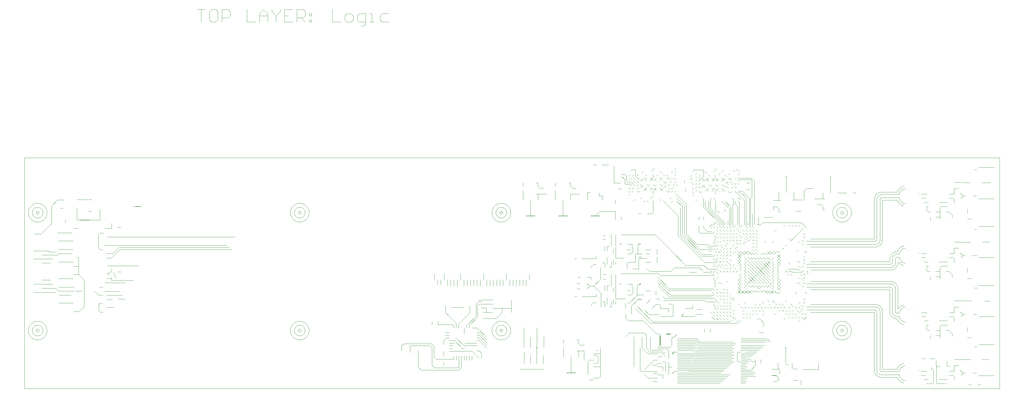
<source format=gtl>
*%FSLAX23Y23*%
*%MOIN*%
G01*
D11*
X4162Y5727D02*
X15879D01*
Y8502D02*
X4162D01*
Y5727D01*
X15879D02*
Y8502D01*
D13*
X11682Y6514D02*
X11509Y6688D01*
X12017Y7806D02*
X11836Y7987D01*
X12115Y7589D02*
X12245Y7459D01*
X12115Y7944D02*
X11993Y8066D01*
X11568Y6672D02*
X11710Y6530D01*
X11910Y6928D02*
X11765Y7073D01*
X11769Y7038D02*
X11899Y6908D01*
X11910Y6829D02*
X11780Y6959D01*
X11946Y7373D02*
X11741Y7577D01*
X12324Y7908D02*
X12497Y7735D01*
X12517Y7739D02*
X12343Y7912D01*
X12383Y7892D02*
X12536Y7739D01*
X12556Y7743D02*
X12403Y7896D01*
X12017Y7562D02*
X12336Y7243D01*
X12292Y7321D02*
X12044Y7570D01*
X12068Y7577D02*
X12304Y7341D01*
X12277Y7400D02*
X12092Y7585D01*
X12836Y6168D02*
X12962Y6168D01*
X13343Y7164D02*
X13462Y7164D01*
X12110Y7208D02*
X11946Y7373D01*
X12009Y5794D02*
X12521D01*
X12548Y5814D02*
X12009D01*
Y5833D02*
X12572D01*
X12769Y5794D02*
X12824D01*
Y5833D02*
X12769D01*
Y5814D02*
X12847D01*
X12595Y5853D02*
X12009D01*
X12005Y5873D02*
X12619D01*
X12769D02*
X12946D01*
X12847Y5853D02*
X12769D01*
X12548Y5932D02*
X12147D01*
X12009Y5912D02*
X12525D01*
X12572Y5951D02*
X12154D01*
X12162Y5971D02*
X12595D01*
X12619Y5991D02*
X12170D01*
X12178Y6010D02*
X12643D01*
X12666Y6030D02*
X12186D01*
X12769Y5971D02*
X12824D01*
Y6010D02*
X12769D01*
Y5932D02*
X12918D01*
X12151Y6010D02*
X12009D01*
Y6030D02*
X12158D01*
X12143Y5991D02*
X12009D01*
X12769D02*
X12847D01*
Y6030D02*
X12769D01*
X11765Y6010D02*
X11710D01*
X12769Y5912D02*
X12946D01*
X12135Y5971D02*
X12005D01*
X12056Y5951D02*
X12127D01*
X12056D02*
X12009D01*
X12194Y6050D02*
X12690D01*
X12166D02*
X12009D01*
Y6070D02*
X12174D01*
X11859Y6050D02*
X11832D01*
X12202Y6070D02*
X12662D01*
X12769Y5892D02*
X12918D01*
X12643D02*
X12009D01*
X12773Y6188D02*
X12985D01*
X12938Y6148D02*
X12843D01*
X12851Y6129D02*
X12914D01*
X12891Y6109D02*
X12859D01*
X9450Y6207D02*
X9426D01*
X12773Y6227D02*
X13032D01*
X13009Y6207D02*
X12773D01*
X12662Y6227D02*
X12265D01*
X12257Y6207D02*
X12690D01*
Y6168D02*
X12241D01*
X12225Y6129D02*
X12690D01*
Y6089D02*
X12210D01*
Y6227D02*
X12103D01*
X12095Y6207D02*
X12202D01*
X12194Y6188D02*
X12088D01*
X12009D01*
Y6207D02*
X12095D01*
X12103Y6227D02*
X12005D01*
X12249Y6188D02*
X12662D01*
X12182Y6089D02*
X12009D01*
X12005Y6129D02*
X12198D01*
X12206Y6148D02*
X12009D01*
Y6109D02*
X12190D01*
X12773Y6148D02*
X12816D01*
X12824Y6129D02*
X12773D01*
Y6109D02*
X12832D01*
X12840Y6089D02*
X12773D01*
X11808Y6168D02*
X11769D01*
X12217Y6109D02*
X12662D01*
Y6148D02*
X12233D01*
X11930Y6227D02*
X11800D01*
X11048Y6188D02*
X11029D01*
X12773Y6247D02*
X13056D01*
X12686D02*
X12273D01*
X12280Y6266D02*
X12710D01*
X12225D02*
X12119D01*
X12111Y6247D02*
X12217D01*
X12111D02*
X12005D01*
X12001Y6266D02*
X12119D01*
X11804Y6247D02*
X11788D01*
X12773Y6286D02*
X13060D01*
X13084Y6325D02*
X12828D01*
X12816Y6306D02*
X13076D01*
X12682Y6286D02*
X12288D01*
X12773Y6325D02*
X12828D01*
X12816Y6306D02*
X12773D01*
X12249Y6325D02*
X12143D01*
X12135Y6306D02*
X12241D01*
X12233Y6286D02*
X12127D01*
X12009D01*
X12005Y6306D02*
X12135D01*
X12143Y6325D02*
X12009D01*
X11934Y6384D02*
X11867D01*
X11950Y6345D02*
X11969D01*
X11914Y6381D02*
X11883D01*
X11879Y6388D02*
X11918D01*
X11710Y6530D02*
X12367D01*
X11710Y6514D02*
X11682D01*
X12347Y6530D02*
X12635D01*
X12666Y6514D02*
X12733D01*
X12678D02*
X11702D01*
X5052Y6849D02*
X5001Y6900D01*
X11899Y6810D02*
X12336D01*
X11910D02*
X11855D01*
X11784Y6806D02*
X11757D01*
X11840Y6786D02*
X12336D01*
X5217Y6798D02*
X5151D01*
X5288Y6802D02*
X5363D01*
X5371D01*
X12328Y6810D02*
X12438D01*
X12477Y6770D02*
X12351D01*
X12340Y6849D02*
X11922D01*
X11910Y6829D02*
X12347D01*
X5103Y6849D02*
X5052D01*
X12336Y6829D02*
X12418D01*
X12438Y6849D02*
X12336D01*
X10836Y6928D02*
X10804D01*
X10954Y6959D02*
X10969D01*
X10836Y6991D02*
X10800D01*
X11899Y6908D02*
X12332D01*
X12340Y6928D02*
X11910D01*
X12316D02*
X12438D01*
X12418Y6908D02*
X12328D01*
X12178Y7085D02*
X11804D01*
X11780Y7109D02*
X11328D01*
X12371Y7164D02*
X12375D01*
X12375D02*
X12477D01*
X12410Y7085D02*
X12174D01*
X12387D02*
X12434D01*
X13383Y7125D02*
X13501D01*
X12406Y7243D02*
X12336D01*
X12359D02*
X12473D01*
X12327Y7208D02*
X12110D01*
X12292Y7321D02*
X12418D01*
X12391Y7341D02*
X12304D01*
X12277Y7400D02*
X12387D01*
X12359Y7321D02*
X12438D01*
X12418Y7341D02*
X12363D01*
X12355Y7400D02*
X12438D01*
X12418Y7381D02*
X12387D01*
X12399Y7440D02*
X12477D01*
X12422Y7420D02*
X12383D01*
X11741Y7577D02*
X11336D01*
X12277Y7597D02*
X12383D01*
X12375Y7597D02*
X12363D01*
X12375D02*
X12438D01*
X12379Y7459D02*
X12300D01*
X12245D01*
X12367Y7617D02*
X12418D01*
X12438Y7719D02*
X12473D01*
X13391Y7723D02*
X13493D01*
X13477D02*
X13036D01*
X13009Y7696D02*
X12969D01*
X12414D02*
X12410D01*
X12414D02*
X12458D01*
X12481Y7849D02*
X12517D01*
X11442Y8184D02*
X11387D01*
X12737Y8101D02*
X12784D01*
X12773Y8081D02*
X12717D01*
X12737Y8101D02*
X12788D01*
X11426Y8203D02*
X11414D01*
X11426D02*
X11462D01*
X11375Y8302D02*
X11359D01*
X11347Y8270D02*
X11332D01*
Y8302D02*
X11363D01*
X11462Y8361D02*
X11501D01*
X12265Y8258D02*
X12304D01*
X12737D02*
X12899D01*
X12324Y8357D02*
X12206D01*
X12757Y8239D02*
X12891D01*
X9324Y7034D02*
Y6963D01*
X9284D02*
Y7034D01*
X9363D02*
Y6963D01*
X9521Y6963D02*
Y7034D01*
X9481D02*
Y6963D01*
X9442D02*
Y7034D01*
X9717D02*
Y6963D01*
X9639D02*
Y7034D01*
X9599D02*
Y6963D01*
X9560Y6963D02*
Y7038D01*
X9914D02*
Y6963D01*
X9875D02*
Y7034D01*
X9836Y7038D02*
Y6963D01*
X9796D02*
Y7038D01*
X9757Y7034D02*
Y6963D01*
X10111D02*
Y7034D01*
X10072D02*
Y6963D01*
X10032D02*
Y7034D01*
X9993D02*
Y6963D01*
X10190D02*
Y7034D01*
X10320Y6353D02*
Y6211D01*
X10151Y6963D02*
Y7034D01*
X10162Y6274D02*
Y6223D01*
X10918Y6924D02*
X10954Y6959D01*
X10918Y6995D01*
X11375Y8196D02*
Y8243D01*
X11395Y8223D02*
Y8282D01*
X11501D02*
Y8361D01*
X11481Y8302D02*
X11462Y8282D01*
X11481Y8144D02*
X11462Y8125D01*
X11422Y8282D02*
X11442Y8302D01*
X11442Y8341D02*
X11462Y8361D01*
X11347Y8270D02*
X11375Y8243D01*
Y8196D02*
X11387Y8184D01*
X11395Y8282D02*
X11375Y8302D01*
X11395Y8223D02*
X11403Y8215D01*
X11414Y8203D01*
X11462D02*
X11481Y8184D01*
X11481D02*
X11501Y8164D01*
X11355Y8262D02*
X11347Y8270D01*
X11481Y8223D02*
X11501Y8203D01*
X11442Y8223D02*
X11422Y8243D01*
X11501Y8282D02*
X11521Y8262D01*
X11501Y8243D02*
X11481Y8262D01*
X11442Y8184D02*
X11462Y8164D01*
X11462Y8243D02*
X11442Y8262D01*
X11481Y8105D02*
X11462Y8085D01*
X11501Y8007D02*
X11481Y7987D01*
X11422Y8125D02*
X11442Y8144D01*
Y8066D02*
X11422Y8046D01*
Y8085D02*
X11442Y8105D01*
X11580Y8321D02*
X11599Y8341D01*
X11639Y8302D02*
X11619Y8282D01*
X11686Y6802D02*
X11635Y6751D01*
X11717Y8341D02*
X11698Y8361D01*
X11698Y8046D02*
X11717Y8026D01*
X11658Y7967D02*
X11639Y7987D01*
X11580Y8007D02*
X11560Y8026D01*
X11599Y7987D02*
X11619Y7967D01*
X11540Y8164D02*
X11521Y8184D01*
X11540Y8203D02*
X11521Y8223D01*
Y8144D02*
X11540Y8125D01*
X11678Y8026D02*
X11698Y8007D01*
X11521Y6719D02*
X11580Y6660D01*
X11540Y8282D02*
X11521Y8302D01*
X11867Y6042D02*
Y5932D01*
X11903Y6093D02*
Y6196D01*
X11832Y5892D02*
Y5849D01*
Y5947D02*
Y5991D01*
X11800Y6247D02*
Y6373D01*
X11796Y6361D02*
Y6247D01*
X11804D02*
Y6365D01*
X11761Y7341D02*
Y7400D01*
Y7310D02*
Y7243D01*
X11749Y6900D02*
Y6853D01*
X11812Y8003D02*
X11816Y8007D01*
X11812Y8003D02*
X11796Y7987D01*
X11895Y8282D02*
X11875Y8302D01*
X11855Y8282D02*
X11836Y8302D01*
X11859Y6050D02*
X11867Y6042D01*
X11777Y8282D02*
X11757Y8302D01*
X11796Y8341D02*
X11816Y8321D01*
X11891Y6207D02*
X11903Y6196D01*
X11859Y6117D02*
X11808Y6168D01*
X11863Y6908D02*
X11804Y6967D01*
X11773Y6999D01*
X11863Y6908D02*
X11922Y6849D01*
X11800Y6790D02*
X11784Y6806D01*
X11832Y6833D02*
X11855Y6810D01*
X11804Y7085D02*
X11780Y7109D01*
X11737Y8361D02*
X11717Y8381D01*
X11914Y8184D02*
X11895Y8164D01*
X11914Y8144D02*
X11895Y8125D01*
X12064Y6613D02*
Y6593D01*
X12068D02*
Y6617D01*
X12017Y7562D02*
Y7621D01*
X12044Y7609D02*
Y7570D01*
X12068Y7577D02*
Y7605D01*
X12092Y7601D02*
Y7585D01*
X12017Y7605D02*
Y7806D01*
X12044Y7896D02*
Y7601D01*
X12068Y7597D02*
Y7912D01*
X12092Y7928D02*
Y7597D01*
X11938Y6286D02*
Y6239D01*
Y6314D02*
Y6333D01*
X11954Y6164D02*
Y6144D01*
X11958D02*
Y6156D01*
X11950D02*
Y6144D01*
X11934Y7967D02*
X11954Y7987D01*
X11934Y8321D02*
X11954Y8341D01*
X11973Y8361D02*
X11993Y8381D01*
X12005Y6381D02*
X11969Y6345D01*
X11950D02*
X11938Y6333D01*
X12068Y7912D02*
X11993Y7987D01*
Y8026D02*
X12092Y7928D01*
X12013Y7967D02*
X11993Y7987D01*
X12013Y8007D02*
X11993Y8026D01*
X12013Y8046D02*
X11993Y8066D01*
X11934Y8203D02*
X11914Y8223D01*
Y8026D02*
X11934Y8007D01*
X11973Y8243D02*
X11993Y8262D01*
X11954Y8184D02*
X11973Y8164D01*
Y8203D02*
X11993Y8223D01*
X11954Y8262D02*
X11934Y8243D01*
X11973Y8282D02*
X11993Y8302D01*
X11973Y8321D02*
X11993Y8341D01*
Y8105D02*
X11973Y8085D01*
X11954Y8105D02*
X11934Y8085D01*
Y8125D02*
X11954Y8144D01*
X11993Y8184D02*
X12013Y8164D01*
X12265Y7794D02*
Y7755D01*
Y7684D02*
Y7609D01*
X12115Y7625D02*
Y7589D01*
Y7944D01*
X12186Y8180D02*
X12206Y8199D01*
X12225Y8219D02*
X12245Y8239D01*
Y8199D02*
X12225Y8180D01*
Y8258D02*
X12245Y8278D01*
Y8160D02*
X12225Y8140D01*
X12245Y8121D02*
X12225Y8101D01*
X12265Y8180D02*
X12284Y8199D01*
X12225Y8298D02*
X12245Y8318D01*
X12206Y8357D02*
X12186Y8337D01*
X12245Y8003D02*
X12225Y7983D01*
X12265Y7609D02*
X12273Y7601D01*
X12127Y5951D02*
X12147Y5932D01*
X12284Y8278D02*
X12265Y8298D01*
X12249Y6325D02*
X12288Y6286D01*
X12280Y6266D02*
X12241Y6306D01*
X12233Y6286D02*
X12273Y6247D01*
X12265Y6227D02*
X12225Y6266D01*
X12217Y6247D02*
X12257Y6207D01*
X12249Y6188D02*
X12210Y6227D01*
X12202Y6207D02*
X12241Y6168D01*
X12233Y6148D02*
X12194Y6188D01*
X12206Y6148D02*
X12225Y6129D01*
X12190Y6109D02*
X12210Y6089D01*
X12158Y6030D02*
X12178Y6010D01*
X12186Y6030D02*
X12166Y6050D01*
X12135Y5971D02*
X12154Y5951D01*
X12206Y8042D02*
X12186Y8062D01*
X12206Y8081D02*
X12186Y8101D01*
X12206Y8121D02*
X12186Y8140D01*
X12273Y7601D02*
X12277Y7597D01*
X12265Y8219D02*
X12284Y8239D01*
Y8160D02*
X12265Y8140D01*
X12182Y6089D02*
X12202Y6070D01*
X12217Y6109D02*
X12198Y6129D01*
X12174Y6070D02*
X12194Y6050D01*
X12151Y6010D02*
X12170Y5991D01*
X12162Y5971D02*
X12143Y5991D01*
X12166Y8239D02*
X12186Y8258D01*
Y8219D02*
X12166Y8199D01*
Y8278D02*
X12186Y8298D01*
X12324Y7684D02*
Y7660D01*
X12462Y7947D02*
Y7987D01*
X12383Y7983D02*
Y7920D01*
X12343D02*
Y7983D01*
X12324Y8003D02*
Y7920D01*
X12403Y7900D02*
Y8003D01*
X12462Y7975D02*
Y7869D01*
X12324Y8278D02*
Y8298D01*
Y8357D01*
X12458Y6711D02*
Y6672D01*
X12477Y7247D02*
Y7282D01*
X12438Y7093D02*
Y7089D01*
Y7093D02*
Y7125D01*
X12458Y7026D02*
Y6947D01*
X12458Y7499D02*
Y7577D01*
X12324Y7908D02*
Y7932D01*
X12343Y7928D02*
Y7912D01*
X12383Y7928D02*
Y7892D01*
X12403Y7896D02*
Y7900D01*
X12324Y7794D02*
Y7755D01*
X12403Y8003D02*
X12422Y8022D01*
X12442Y8003D02*
X12462Y8022D01*
X12497Y6790D02*
X12477Y6770D01*
X12473Y6806D02*
X12477Y6810D01*
X12473Y6806D02*
X12458Y6790D01*
Y6751D02*
X12438Y6731D01*
Y6810D02*
X12458Y6829D01*
X12438Y6849D02*
X12458Y6869D01*
X12473Y7243D02*
X12477Y7247D01*
X12458Y7223D02*
X12438Y7203D01*
X12497Y7066D02*
X12477Y7046D01*
X12399Y7125D02*
X12418Y7144D01*
X12438Y7089D02*
X12434Y7085D01*
X12438Y7125D02*
X12458Y7144D01*
X12395Y7680D02*
X12410Y7696D01*
X12458Y7066D02*
X12438Y7046D01*
Y7282D02*
X12458Y7302D01*
X12438Y7479D02*
X12458Y7499D01*
Y7341D02*
X12438Y7321D01*
X12438Y7400D02*
X12458Y7420D01*
X12477Y7440D02*
X12497Y7459D01*
X12458Y7144D02*
X12438Y7125D01*
X12438Y7597D02*
X12458Y7617D01*
X12497Y7420D02*
X12477Y7400D01*
X12497Y7341D02*
X12477Y7321D01*
X12497Y7302D02*
X12477Y7282D01*
X12438Y6888D02*
X12418Y6869D01*
X12304Y8258D02*
X12324Y8278D01*
X12442Y8357D02*
X12462Y8337D01*
X12336Y6786D02*
X12351Y6770D01*
X12403Y8278D02*
X12383Y8298D01*
X12462Y7869D02*
X12481Y7849D01*
X12438Y6731D02*
X12458Y6711D01*
X12458Y6908D02*
X12438Y6928D01*
X12438Y6652D02*
X12458Y6633D01*
X12454Y6558D02*
X12458Y6554D01*
X12454Y6558D02*
X12418Y6593D01*
X12477Y6573D02*
X12497Y6554D01*
X12481Y6570D02*
X12477Y6573D01*
X12481Y6570D02*
X12497Y6554D01*
Y7105D02*
X12477Y7125D01*
X12497Y7144D02*
X12477Y7164D01*
Y7361D02*
X12458Y7381D01*
X12438Y7203D02*
X12458Y7184D01*
X12497Y7696D02*
X12473Y7719D01*
X12493Y7739D02*
X12517Y7715D01*
X12477Y7203D02*
X12497Y7184D01*
X12418Y7105D02*
X12399Y7125D01*
X12438Y7046D02*
X12458Y7026D01*
X12458Y7262D02*
X12438Y7282D01*
X12497Y7617D02*
X12477Y7636D01*
Y7558D02*
X12497Y7538D01*
Y7577D02*
X12477Y7597D01*
X12458Y7656D02*
X12438Y7676D01*
X12418Y7656D02*
X12391Y7684D01*
X12438Y7479D02*
X12458Y7459D01*
X12399Y7440D02*
X12379Y7459D01*
X12363Y7440D02*
X12383Y7420D01*
X12477Y7164D02*
X12497Y7144D01*
X12477Y6888D02*
X12497Y6869D01*
Y6908D02*
X12477Y6928D01*
Y6849D02*
X12497Y6829D01*
X12477Y6731D02*
X12497Y6711D01*
X12477Y6692D02*
X12497Y6672D01*
X12438Y6613D02*
X12458Y6593D01*
X12477Y6613D02*
X12497Y6593D01*
X12367Y7617D02*
X12324Y7660D01*
Y8003D02*
X12304Y8022D01*
X12477Y7676D02*
X12497Y7656D01*
X12341Y7195D02*
X12371Y7164D01*
X12342Y7193D02*
X12327Y7208D01*
X12481Y8357D02*
X12462Y8377D01*
X12363Y8318D02*
X12343Y8337D01*
X12481Y6652D02*
X12497Y6633D01*
X12418D02*
X12399Y6652D01*
X12324Y8003D02*
X12304Y8022D01*
X12580Y7888D02*
Y7853D01*
X12678Y7951D02*
Y8003D01*
Y7963D02*
Y7940D01*
X12536Y7719D02*
Y7696D01*
X12556Y7676D02*
Y7719D01*
X12576Y7723D02*
Y7696D01*
X12615D02*
Y7751D01*
X12654Y7755D02*
Y7696D01*
X12674Y7680D02*
Y7743D01*
X12635Y7727D02*
Y7676D01*
Y7715D02*
Y7888D01*
X12654Y7908D02*
Y7719D01*
X12674Y7688D02*
Y7936D01*
X12517Y7715D02*
Y7676D01*
X12654Y6868D02*
X12635Y6849D01*
X12658Y8180D02*
X12678Y8199D01*
X12694Y6672D02*
X12674Y6652D01*
X12694Y6633D02*
X12674Y6613D01*
X12678Y6577D02*
X12674Y6573D01*
X12678Y6577D02*
X12694Y6593D01*
X12658Y6554D02*
X12635Y6530D01*
X12654Y6790D02*
X12674Y6810D01*
X12654Y6829D02*
X12635Y6810D01*
X12595Y7007D02*
X12615Y7026D01*
X12556Y7125D02*
X12576Y7144D01*
X12536Y7420D02*
X12556Y7440D01*
X12576Y7420D02*
X12556Y7400D01*
X12595Y7400D02*
X12615Y7420D01*
X12635Y7400D02*
X12654Y7420D01*
X12576Y7381D02*
X12556Y7361D01*
X12595D02*
X12615Y7381D01*
X12635Y7361D02*
X12654Y7381D01*
X12576Y7341D02*
X12556Y7321D01*
X12595D02*
X12615Y7341D01*
X12599Y7325D02*
X12595Y7321D01*
X12576Y7302D02*
X12556Y7282D01*
X12595D02*
X12615Y7302D01*
X12576Y7262D02*
X12556Y7243D01*
X12635Y7203D02*
X12654Y7223D01*
X12576Y7184D02*
X12556Y7164D01*
X12595D02*
X12615Y7184D01*
X12635Y7164D02*
X12654Y7184D01*
X12615Y7144D02*
X12595Y7125D01*
X12635D02*
X12654Y7144D01*
X12674Y7125D02*
X12694Y7144D01*
X12674Y7203D02*
X12694Y7223D01*
X12674Y7440D02*
X12694Y7459D01*
X12674Y7936D02*
X12678Y7940D01*
X12615Y7262D02*
X12595Y7243D01*
X12615Y7223D02*
X12635Y7243D01*
X12501Y8298D02*
X12521Y8318D01*
X12536Y7459D02*
X12517Y7440D01*
X12536Y7262D02*
X12517Y7243D01*
Y7479D02*
X12536Y7499D01*
Y7341D02*
X12517Y7321D01*
X12536Y7302D02*
X12517Y7282D01*
X12536Y7144D02*
X12517Y7125D01*
X12595Y7361D02*
X12599Y7365D01*
Y8278D02*
X12580Y8298D01*
X12658Y8022D02*
X12678Y8003D01*
X12654Y7908D02*
X12580Y7983D01*
X12635Y6692D02*
X12654Y6672D01*
Y6711D02*
X12635Y6731D01*
X12635Y6652D02*
X12654Y6633D01*
X12635Y6613D02*
X12654Y6593D01*
X12615Y6829D02*
X12595Y6849D01*
Y6573D02*
X12599Y6570D01*
X12615Y6554D01*
Y6633D02*
X12595Y6652D01*
X12576Y6633D02*
X12556Y6652D01*
X12595Y6613D02*
X12615Y6593D01*
X12560Y6570D02*
X12556Y6573D01*
X12560Y6570D02*
X12576Y6554D01*
Y6593D02*
X12556Y6613D01*
X12654Y7262D02*
X12635Y7282D01*
X12694Y7499D02*
X12674Y7518D01*
X12615Y7459D02*
X12595Y7479D01*
X12556Y7719D02*
X12532Y7743D01*
X12548Y7751D02*
X12576Y7723D01*
X12595Y7558D02*
X12615Y7538D01*
X12595Y7518D02*
X12615Y7499D01*
X12694Y7660D02*
X12674Y7680D01*
X12654Y7656D02*
X12635Y7676D01*
X12615Y7656D02*
X12595Y7676D01*
X12556Y7518D02*
X12576Y7499D01*
Y7577D02*
X12556Y7597D01*
X12576Y7617D02*
X12556Y7636D01*
X12595Y7597D02*
X12615Y7577D01*
Y7617D02*
X12595Y7636D01*
X12635Y7597D02*
X12654Y7577D01*
Y7617D02*
X12635Y7636D01*
X12635Y7518D02*
X12654Y7499D01*
Y7538D02*
X12635Y7558D01*
X12576Y7538D02*
X12556Y7558D01*
X12674Y7636D02*
X12694Y7617D01*
X12674Y7597D02*
X12694Y7577D01*
X12674Y7558D02*
X12694Y7538D01*
X12536Y7223D02*
X12556Y7203D01*
X12576Y7223D02*
X12595Y7203D01*
X12694Y7341D02*
X12674Y7361D01*
X12595Y7440D02*
X12576Y7459D01*
X12595Y6928D02*
X12615Y6908D01*
X12576D02*
X12560Y6924D01*
X12556Y6928D01*
Y6888D02*
X12576Y6869D01*
X12595Y6888D02*
X12615Y6869D01*
X12576Y6829D02*
X12556Y6849D01*
Y6810D02*
X12576Y6790D01*
X12595Y6810D02*
X12615Y6790D01*
X12576Y6751D02*
X12560Y6766D01*
X12556Y6770D01*
X12595Y6770D02*
X12615Y6751D01*
X12635Y6770D02*
X12654Y6751D01*
X12576Y6711D02*
X12556Y6731D01*
X12595D02*
X12615Y6711D01*
X12576Y6672D02*
X12556Y6692D01*
X12595D02*
X12615Y6672D01*
X12635Y7888D02*
X12540Y7983D01*
X12517Y6573D02*
X12536Y6554D01*
Y6593D02*
X12517Y6613D01*
X12536Y7184D02*
X12517Y7203D01*
X12521Y7357D02*
X12497Y7381D01*
X12536Y7719D02*
X12517Y7739D01*
Y7400D02*
X12536Y7381D01*
Y7577D02*
X12517Y7597D01*
Y7558D02*
X12536Y7538D01*
Y7617D02*
X12517Y7636D01*
X12497Y7223D02*
X12517Y7203D01*
X12517Y6888D02*
X12536Y6869D01*
X12517Y6849D02*
X12536Y6829D01*
X12517Y6810D02*
X12536Y6790D01*
X12517Y6731D02*
X12536Y6711D01*
X12517Y6692D02*
X12536Y6672D01*
X12576Y7656D02*
X12556Y7676D01*
X12536Y7656D02*
X12517Y7676D01*
X12678Y8003D02*
X12658Y8022D01*
X12639Y8199D02*
X12658Y8219D01*
X12619Y8298D02*
X12639Y8318D01*
X12678Y8160D02*
X12658Y8140D01*
X12698Y8337D02*
X12678Y8357D01*
X12560D02*
X12540Y8337D01*
X12654Y7341D02*
X12635Y7321D01*
X12517Y6652D02*
X12536Y6633D01*
X12733Y7825D02*
Y7900D01*
Y7916D02*
Y7877D01*
X12753Y7845D02*
Y7959D01*
Y7967D02*
Y7916D01*
X12733Y7755D02*
Y7696D01*
X12871Y7676D02*
Y7735D01*
X12832Y7751D02*
Y7676D01*
X12733Y7747D02*
Y7829D01*
X12753Y7849D02*
Y7743D01*
X12812Y7758D02*
Y7987D01*
X12851Y7723D02*
Y7696D01*
X12832Y7719D02*
Y8022D01*
X12871Y8018D02*
Y7699D01*
X12753Y7676D02*
Y7747D01*
X12812Y7762D02*
Y7696D01*
Y7944D02*
Y7987D01*
X12698Y7983D02*
Y7951D01*
X12694Y7424D02*
Y7420D01*
X12717Y8357D02*
X12733Y8373D01*
X12836Y6168D02*
X12816Y6148D01*
X12824Y6129D02*
X12843Y6148D01*
X12859Y6109D02*
X12840Y6089D01*
X12737Y8219D02*
X12757Y8239D01*
X12737Y8337D02*
X12757Y8357D01*
X12773Y7577D02*
X12753Y7558D01*
X12773Y7538D02*
X12792Y7558D01*
X12753Y7597D02*
X12773Y7617D01*
X12733Y7144D02*
X12714Y7125D01*
X12733Y7617D02*
X12753Y7636D01*
X12733Y7656D02*
X12714Y7636D01*
X12851Y7499D02*
X12871Y7518D01*
X12812Y6672D02*
X12792Y6652D01*
X12832Y6613D02*
X12851Y6633D01*
X12871Y6613D02*
X12891Y6633D01*
X12812Y6593D02*
X12792Y6573D01*
X12832Y6573D02*
X12851Y6593D01*
X12871Y6573D02*
X12891Y6593D01*
X12773Y6554D02*
X12733Y6514D01*
X12714Y6534D02*
X12733Y6554D01*
X12698Y8140D02*
X12717Y8160D01*
X12714Y6573D02*
X12694Y6554D01*
X12733Y7916D02*
X12714Y7936D01*
X12753Y7967D02*
X12737Y7983D01*
X12761Y7999D02*
X12737Y8022D01*
X12753Y7518D02*
X12773Y7499D01*
X12871Y7558D02*
X12891Y7538D01*
X12851D02*
X12832Y7558D01*
X12733Y7459D02*
X12714Y7479D01*
X12733Y7499D02*
X12714Y7518D01*
X12871Y7676D02*
X12891Y7656D01*
X12851D02*
X12836Y7672D01*
X12832Y7676D01*
X12773Y7656D02*
X12753Y7676D01*
X12875Y7633D02*
X12891Y7617D01*
X12875Y7633D02*
X12871Y7636D01*
Y7597D02*
X12891Y7577D01*
X12812Y7617D02*
X12792Y7636D01*
X12832D02*
X12851Y7617D01*
X12812Y7577D02*
X12792Y7597D01*
X12832D02*
X12851Y7577D01*
X12733D02*
X12714Y7597D01*
X12812Y7538D02*
X12832Y7518D01*
X12788Y7680D02*
X12773Y7696D01*
X12788Y7680D02*
X12792Y7676D01*
X12714Y7558D02*
X12733Y7538D01*
X12753Y7479D02*
X12773Y7459D01*
X12733Y7420D02*
X12714Y7440D01*
X12792Y7479D02*
X12812Y7459D01*
Y6711D02*
X12832Y6692D01*
X12753Y6731D02*
X12733Y6751D01*
X12773Y6711D02*
X12792Y6692D01*
X12851Y6711D02*
X12871Y6692D01*
X12812Y7987D02*
X12737Y8062D01*
X12773Y8081D02*
X12832Y8022D01*
X12871Y8018D02*
X12788Y8101D01*
X12812Y7499D02*
X12832Y7479D01*
X12717Y8239D02*
X12698Y8258D01*
Y8101D02*
X12717Y8081D01*
X12698Y7951D02*
X12714Y7936D01*
X12694Y7184D02*
X12714Y7164D01*
Y7676D02*
X12694Y7696D01*
Y7420D02*
X12714Y7400D01*
X12694Y7381D02*
X12714Y7361D01*
X12851Y6129D02*
X12832Y6109D01*
X12737Y8298D02*
X12757Y8318D01*
X12757Y8199D02*
X12737Y8180D01*
X12717Y8199D02*
X12698Y8180D01*
X12934Y8223D02*
Y7696D01*
Y7755D01*
X12910Y7825D02*
Y7676D01*
X12903Y8034D02*
Y8223D01*
Y8227D02*
Y8180D01*
X12887Y8018D02*
Y7696D01*
X13009D02*
X13036Y7723D01*
X12930Y6672D02*
X12910Y6652D01*
X12950Y6652D02*
X12969Y6672D01*
X12989Y6652D02*
X13009Y6672D01*
X13029Y6652D02*
X13048Y6672D01*
X12930Y6633D02*
X12910Y6613D01*
X12950D02*
X12969Y6633D01*
X12989Y6731D02*
X13009Y6751D01*
X13048Y6633D02*
X13029Y6613D01*
X12891Y8022D02*
X12903Y8034D01*
X12891Y8022D02*
X12887Y8018D01*
X12950Y7440D02*
X12969Y7420D01*
X12930Y7656D02*
X12910Y7676D01*
Y7518D02*
X12930Y7499D01*
X12950Y7400D02*
X12969Y7381D01*
Y7459D02*
X12950Y7479D01*
X12910Y7400D02*
X12930Y7381D01*
Y7420D02*
X12910Y7440D01*
X12930Y7459D02*
X12910Y7479D01*
X12950Y7518D02*
X12969Y7499D01*
Y7538D02*
X12950Y7558D01*
X12930Y7538D02*
X12910Y7558D01*
X12950Y7597D02*
X12969Y7577D01*
X12930D02*
X12910Y7597D01*
X12950Y7636D02*
X12969Y7617D01*
X12930D02*
X12910Y7636D01*
X12930Y6711D02*
X12950Y6692D01*
X12969Y6711D02*
X12989Y6692D01*
X13009Y6711D02*
X13029Y6692D01*
X13048Y6711D02*
X13068Y6692D01*
X12903Y8227D02*
X12891Y8239D01*
X12899Y8258D02*
X12934Y8223D01*
X12891Y6711D02*
X12910Y6692D01*
X13076Y6306D02*
X13095Y6286D01*
X13265Y7400D02*
X13284Y7420D01*
X13280Y7416D02*
X13265Y7400D01*
X13245Y6672D02*
X13225Y6652D01*
X13269Y6656D02*
X13284Y6672D01*
X13269Y6656D02*
X13265Y6652D01*
X13127Y6751D02*
X13107Y6731D01*
X13151Y6774D02*
X13166Y6790D01*
X13151Y6774D02*
X13147Y6770D01*
X13186Y6731D02*
X13206Y6751D01*
X13269Y6735D02*
X13284Y6751D01*
X13269Y6735D02*
X13265Y6731D01*
X13245Y6751D02*
X13225Y6731D01*
X13147Y6692D02*
X13127Y6711D01*
X13166D02*
X13186Y6692D01*
X13206Y6711D02*
X13221Y6696D01*
X13225Y6692D01*
X13245Y6711D02*
X13265Y6692D01*
X13107Y6770D02*
X13088Y6790D01*
Y6711D02*
X13107Y6692D01*
X13084Y6325D02*
X13127Y6286D01*
X13343Y7125D02*
X13363Y7144D01*
X13324Y7144D02*
X13304Y7125D01*
X13304Y7440D02*
X13324Y7459D01*
X13304Y7440D01*
X13324Y6672D02*
X13304Y6652D01*
X13343Y6652D02*
X13363Y6672D01*
X13383Y6652D02*
X13403Y6672D01*
X13422Y6692D02*
X13442Y6711D01*
X13462Y6692D02*
X13481Y6711D01*
X13363Y6633D02*
X13347Y6617D01*
X13343Y6613D01*
X13383D02*
X13403Y6633D01*
X13422Y6613D02*
X13442Y6633D01*
X13481Y6593D02*
X13462Y6573D01*
X13324Y6633D02*
X13304Y6613D01*
X13343Y6573D02*
X13363Y6593D01*
X13383Y6573D02*
X13403Y6593D01*
X13422Y6573D02*
X13442Y6593D01*
X13481Y6554D02*
X13462Y6534D01*
X13324Y7144D02*
X13343Y7164D01*
X13343Y7676D02*
X13363Y7696D01*
X13383Y7676D02*
X13403Y7696D01*
X13422Y7676D02*
X13442Y7696D01*
X13462Y7676D02*
X13481Y7696D01*
X13324Y6790D02*
X13304Y6770D01*
X13363Y6711D02*
X13343Y6692D01*
X13343Y7518D02*
X13363Y7538D01*
Y7105D02*
X13383Y7085D01*
X13343D02*
X13324Y7105D01*
X13363Y7144D02*
X13383Y7125D01*
X13462Y7164D02*
X13481Y7144D01*
X13284Y6711D02*
X13304Y6692D01*
X13560Y7105D02*
X13584Y7129D01*
X13521Y6633D02*
X13501Y6613D01*
X13540D02*
X13560Y6633D01*
Y6593D02*
X13521Y6554D01*
X13501Y6573D02*
X13521Y6593D01*
Y7577D02*
X13540Y7597D01*
Y7321D02*
X13521Y7302D01*
X13540Y7282D02*
X13521Y7262D01*
X13536Y7003D02*
X13521Y6987D01*
X13536Y7003D02*
X13540Y7007D01*
Y6810D02*
X13521Y6790D01*
X13540Y6770D02*
X13521Y6751D01*
X13501Y7125D02*
X13521Y7144D01*
Y7223D02*
X13540Y7243D01*
X13560Y7144D02*
X13580Y7125D01*
X13540Y7085D02*
X13521Y7105D01*
X13540Y7676D02*
X13521Y7696D01*
X13501Y7518D02*
X13521Y7499D01*
X13501Y7479D02*
X13521Y7459D01*
X13501Y7203D02*
X13521Y7184D01*
Y7066D02*
X13536Y7050D01*
X13540Y7046D01*
X13521Y7026D02*
X13501Y7046D01*
Y6967D02*
X13521Y6947D01*
X13505Y6727D02*
X13521Y6711D01*
X13505Y6727D02*
X13501Y6731D01*
Y6692D02*
X13521Y6672D01*
X13501Y6652D02*
X13481Y6672D01*
X13521Y7696D02*
X13493Y7723D01*
X13481Y7105D02*
X13501Y7085D01*
X13521Y7538D02*
X13540Y7558D01*
X13560Y7656D02*
X13540Y7676D01*
X14776Y5979D02*
Y5975D01*
Y6680D02*
Y6684D01*
X14776Y8105D02*
Y8109D01*
X14776Y7392D02*
Y7388D01*
X15154Y5837D02*
X15249Y5837D01*
Y6542D02*
X15154Y6542D01*
X15154Y7967D02*
X15249Y7967D01*
X15249Y7251D02*
X15154Y7251D01*
D15*
X9588Y6597D02*
X9477Y6487D01*
X11609Y5952D02*
X11726Y6070D01*
X5308Y7400D02*
X5206Y7298D01*
X9603Y6455D02*
X9717Y6341D01*
X15029Y5786D02*
X15076D01*
X15022Y5787D02*
X15002D01*
X10999Y5833D02*
X10944D01*
X11712Y5814D02*
X11767D01*
X11063Y5853D02*
X11000D01*
X11657D02*
X11767D01*
X15116Y5989D02*
X15162D01*
X11767Y5912D02*
X11725D01*
X11969Y5932D02*
X12005D01*
X9036Y5951D02*
X8930D01*
X9036D02*
X9084D01*
X9383D01*
X9107Y5975D02*
X9088D01*
X9107D02*
X9367D01*
X10999Y6030D02*
X11038D01*
X11903Y5987D02*
X11942D01*
X11820Y6030D02*
X11765D01*
X11769Y5991D02*
X11828D01*
X11083D02*
X11000D01*
X12773Y5951D02*
X12891D01*
X11767Y5932D02*
X11579D01*
X10241Y5959D02*
X10119D01*
X10162D02*
X10395D01*
X12914Y6050D02*
X12942D01*
X12871Y6054D02*
X12832D01*
X12847Y6070D02*
X12777D01*
X12733Y6050D02*
X12828D01*
X11767Y6070D02*
X11726D01*
X11000D02*
X10954D01*
X11765Y5892D02*
X11828D01*
X13139Y5888D02*
X13194D01*
X15321Y5943D02*
X15331D01*
X15401D02*
X15411D01*
X4466Y7022D02*
Y7034D01*
Y7369D02*
X4450Y7384D01*
X11765Y6207D02*
X11891D01*
X9300D02*
X9265D01*
X11767Y6227D02*
X11815D01*
X9544Y6176D02*
X9265D01*
X9599Y6180D02*
X9627D01*
X11765Y6188D02*
X11812D01*
X11765D02*
X11698D01*
X11938Y6168D02*
X12009D01*
X12733D02*
X12773D01*
X11038Y6129D02*
X11000D01*
X11768Y6109D02*
X11823D01*
X11765Y6148D02*
X11651D01*
X11765Y6168D02*
X11808D01*
X11843Y6156D02*
X11859D01*
X11765Y6168D02*
X11678D01*
X11083Y6148D02*
X11000D01*
X11816Y6227D02*
X11918D01*
X9312Y6243D02*
X9265D01*
X9032D02*
X8796D01*
X8721Y6266D02*
X9052D01*
X10843Y6251D02*
X10887D01*
X9552Y6243D02*
X9442D01*
X9552D02*
X9603D01*
X9320Y6081D02*
X9111D01*
X12855Y6077D02*
X12887D01*
X4576Y7349D02*
X4560Y7333D01*
X4536Y6932D02*
X4568Y6900D01*
X15012Y6426D02*
X15042D01*
X11607Y6396D02*
X11430D01*
X9627Y6400D02*
X9595D01*
X9265Y6396D02*
X9233D01*
X9265Y6306D02*
X9328D01*
X9599D02*
X9627D01*
X9627Y6337D02*
X9599D01*
X9595Y6369D02*
X9627D01*
X9265Y6337D02*
X9233D01*
X9217Y6365D02*
X9265D01*
X9540Y6455D02*
X9603D01*
X9595Y6274D02*
X9454D01*
X9328D02*
X9265D01*
X15112Y6426D02*
X15162D01*
X4812Y7101D02*
Y7196D01*
Y7180D02*
Y7302D01*
X4863Y6696D02*
X4820Y6652D01*
X4855Y6688D02*
X4879Y6711D01*
Y7034D02*
X4812Y7101D01*
X15002Y6491D02*
X15022D01*
X11944Y6592D02*
X11901D01*
X12066Y6592D02*
X12125D01*
X9714Y6570D02*
X9674D01*
X9714Y6571D02*
X9787D01*
X9828D01*
X4820Y6652D02*
X4804D01*
X5076Y6648D02*
X5107D01*
X5080D02*
X5072D01*
X15401Y6648D02*
X15411D01*
X15331D02*
X15321D01*
X5052Y7412D02*
Y7581D01*
X5056Y6751D02*
Y6664D01*
X4879Y6881D02*
Y7022D01*
Y6881D02*
Y6711D01*
Y7007D02*
Y7034D01*
X5052Y7581D02*
X5068Y7597D01*
X5056Y6664D02*
X5072Y6648D01*
X5068Y7396D02*
X5052Y7412D01*
X5001Y6900D02*
X5052Y6849D01*
X11901Y6742D02*
X11944D01*
X9789Y6792D02*
X9654D01*
X9444Y6702D02*
X9369D01*
X9294D01*
X9654Y6696D02*
X9714D01*
X9788Y6693D02*
X10013D01*
X9788Y6743D02*
X9619D01*
X11265Y6806D02*
X11387D01*
X4749Y6755D02*
X4576D01*
X5076Y6751D02*
X5103D01*
X5080D02*
X5056D01*
X5143Y6703D02*
X5198D01*
X5190D02*
X5237D01*
X4631Y6849D02*
X4576D01*
X4584D02*
X4721D01*
X5151D02*
X5261D01*
X5095D02*
X5052D01*
X5253D02*
X5340D01*
X5245Y7077D02*
Y7105D01*
X5210Y7062D02*
Y7026D01*
Y7129D02*
Y7168D01*
X5229Y7353D02*
X5273Y7396D01*
X5194Y7133D02*
X5158Y7097D01*
X5225Y7125D02*
X5245Y7105D01*
Y7077D02*
X5265Y7058D01*
X10969Y6959D02*
X11001D01*
X4536Y6884D02*
X4273D01*
X4371Y6932D02*
X4525D01*
X4521D02*
X4536D01*
X4568Y6900D02*
X4584D01*
X4501Y6983D02*
X4273D01*
X5127Y6999D02*
X5292D01*
X5253Y6896D02*
X5127D01*
X4757Y6947D02*
X4572D01*
X4639Y6900D02*
X4725D01*
X4757Y6900D02*
X4572D01*
X5292Y6999D02*
X5371D01*
X5308Y6896D02*
X5253D01*
X4851Y6900D02*
X4777D01*
X5072Y6947D02*
X5107D01*
X5072D02*
X5060D01*
X4422Y7034D02*
X4371D01*
X4422D02*
X4466D01*
X4568Y7050D02*
X4745D01*
X5210Y7026D02*
X5324D01*
X5351D01*
X5206Y7050D02*
X5154D01*
X5343Y7026D02*
X5473D01*
X5292Y7416D02*
X5296Y7420D01*
X5304Y7428D02*
X5280Y7404D01*
X5273Y7396D02*
X5292Y7416D01*
X4800Y7101D02*
X4753D01*
X4788D02*
X4812D01*
X4788D02*
X4769D01*
X5158Y7203D02*
X5233D01*
X5229D02*
X5536D01*
X5170Y7109D02*
X5158D01*
X15002Y7200D02*
X15022D01*
X15012Y7135D02*
X15042D01*
X4473Y7235D02*
X4371D01*
X10812Y7066D02*
X10843D01*
X10922D02*
X10969D01*
X15112Y7135D02*
X15162D01*
X11363Y7298D02*
X11265D01*
X4501Y7286D02*
X4269D01*
X4466Y7369D02*
X4532D01*
X4560Y7333D02*
X4371D01*
X4450Y7384D02*
X4269D01*
X4568Y7400D02*
X4745D01*
X4729Y7349D02*
X4576D01*
X4788Y7302D02*
X4804D01*
X4808D01*
X4812D01*
X5072Y7396D02*
X5099D01*
X5084D02*
X5068D01*
X5308Y7400D02*
X5312D01*
X5206Y7298D02*
X5143D01*
X5147Y7353D02*
X5229D01*
X5308Y7400D02*
X6651D01*
X6623Y7428D02*
X5304D01*
X4745Y7251D02*
X4568D01*
X15321Y7357D02*
X15331D01*
X15401D02*
X15411D01*
X4572Y7503D02*
X4568D01*
X4568Y7502D02*
X4748D01*
X4737Y7601D02*
X4564D01*
X5068Y7597D02*
X5111D01*
X5158Y7550D02*
X5182D01*
X5210D02*
X6690D01*
X5210D02*
X5182D01*
X6576Y7451D02*
X6595D01*
X5123D01*
X5278Y7667D02*
X5323D01*
X11540Y7833D02*
X11572D01*
X11647Y7829D02*
X11706D01*
X4804Y7652D02*
X4753D01*
X15002Y7917D02*
X15022D01*
X15012Y7852D02*
X15042D01*
X13733Y7940D02*
X13690D01*
X15112Y7852D02*
X15162D01*
X10399Y8136D02*
X10355D01*
X10745D02*
X10788D01*
X12843Y8121D02*
X12879D01*
X11336Y8129D02*
X11296D01*
X11324Y8199D02*
X11245D01*
X12840D02*
X12879D01*
X15321Y8073D02*
X15331D01*
X15401D02*
X15411D01*
X11036Y8416D02*
X10997D01*
X8694Y6239D02*
Y6184D01*
Y6239D02*
X8721Y6266D01*
X8891Y6184D02*
Y5991D01*
X8796Y6164D02*
Y6243D01*
X8891Y5991D02*
X8895Y5987D01*
X8930Y5951D01*
X9060Y6003D02*
Y6215D01*
X9084Y6235D02*
Y6109D01*
X9060Y6215D02*
X9032Y6243D01*
X9060Y6003D02*
X9064Y5999D01*
X9068Y5995D01*
X9088Y5975D01*
X9111Y6081D02*
X9107Y6085D01*
X9084Y6109D01*
Y6235D02*
X9052Y6266D01*
X9320Y6113D02*
Y6081D01*
X9349Y6457D02*
Y6512D01*
X9351Y6121D02*
Y6070D01*
X9224Y6637D02*
Y6722D01*
X9245Y6963D02*
Y7034D01*
X9198Y6302D02*
Y6255D01*
Y6176D02*
Y6117D01*
Y6046D02*
Y6010D01*
Y6302D02*
X9233Y6337D01*
X9328Y6306D02*
X9426Y6207D01*
X9442Y6243D02*
X9347Y6337D01*
X9269Y6592D02*
X9224Y6637D01*
X9269Y6592D02*
X9349Y6512D01*
X9233Y6396D02*
X9217Y6412D01*
X9414Y6077D02*
Y5983D01*
X9514Y6637D02*
Y6722D01*
X9509Y6121D02*
Y6070D01*
X9540Y6070D02*
Y6121D01*
X9509Y6455D02*
Y6487D01*
X9446Y6455D02*
Y6388D01*
X9414Y6121D02*
Y6070D01*
X9446Y6097D02*
Y6121D01*
Y6097D02*
Y6070D01*
X9477D02*
Y6121D01*
Y6459D02*
Y6487D01*
X9383Y6007D02*
Y5991D01*
Y6007D02*
Y6070D01*
X9379Y6457D02*
Y6502D01*
X9383Y6121D02*
Y6070D01*
X9509Y6487D02*
X9607Y6585D01*
X9514Y6637D02*
X9469Y6592D01*
X9414Y5983D02*
X9383Y5951D01*
X9367Y5975D02*
X9383Y5991D01*
X9379Y6502D02*
X9469Y6592D01*
X9544Y6176D02*
X9623Y6097D01*
X9714Y6688D02*
Y6696D01*
Y6688D02*
Y6640D01*
X9651Y6156D02*
Y6097D01*
X9654Y6696D02*
Y6707D01*
X9633Y6778D02*
Y6793D01*
X9654Y6792D02*
Y6777D01*
X9607Y6731D02*
Y6585D01*
X9588Y6597D02*
Y6747D01*
X9607Y6731D02*
X9619Y6743D01*
X9588Y6747D02*
X9619Y6778D01*
X9627Y6369D02*
X9717Y6278D01*
Y6215D02*
X9627Y6306D01*
X9627Y6337D02*
X9717Y6247D01*
X9717Y6310D02*
X9627Y6400D01*
Y6180D02*
X9651Y6156D01*
X9654Y6778D02*
X9619Y6778D01*
X9902Y6694D02*
Y6644D01*
X9828Y6571D01*
X10013Y6643D02*
Y6793D01*
X10241Y6125D02*
Y6030D01*
X10316D02*
Y6227D01*
X10241Y6215D02*
Y6345D01*
X10320Y6239D02*
Y6459D01*
X10166Y6160D02*
Y6030D01*
X10162Y6251D02*
Y6459D01*
X10355Y8136D02*
X10332Y8160D01*
X10395Y6125D02*
Y6030D01*
X10403Y6215D02*
Y6349D01*
X10745Y8136D02*
X10721Y8160D01*
X10820Y6274D02*
X10843Y6251D01*
X11056Y6067D02*
Y6048D01*
X11088Y6711D02*
Y6873D01*
X11084Y7042D02*
Y7188D01*
X11083Y6219D02*
Y5873D01*
X10971Y7180D02*
Y7194D01*
X10977Y6743D02*
Y6722D01*
X10969Y7038D02*
Y7066D01*
X10934Y6050D02*
Y5901D01*
X11063Y5853D02*
X11083Y5873D01*
X10971Y7194D02*
X10995Y7218D01*
X10996Y6762D02*
X10977Y6743D01*
X11056Y6048D02*
X11038Y6030D01*
X11001Y6959D02*
X11084Y7042D01*
X10954Y6070D02*
X10934Y6050D01*
X11088Y6873D02*
X11001Y6959D01*
X11056Y6111D02*
X11056Y6067D01*
X11056Y6111D02*
X11038Y6129D01*
X11245Y8314D02*
Y8408D01*
Y8318D02*
Y8199D01*
X11162Y7302D02*
Y7219D01*
X11265Y7444D02*
Y7577D01*
Y7014D02*
Y6963D01*
Y7014D02*
Y7101D01*
Y6963D02*
Y6806D01*
Y6766D02*
Y6739D01*
Y6766D02*
Y6774D01*
X11237Y6798D02*
Y6743D01*
X11162Y6739D02*
Y6821D01*
X11237Y6904D02*
Y6936D01*
Y6904D02*
Y6896D01*
X11265Y7298D02*
Y7428D01*
Y7247D02*
Y7219D01*
X11237D02*
Y7278D01*
Y7353D02*
Y7408D01*
X11485Y6349D02*
Y5987D01*
X11332Y7755D02*
Y7794D01*
X11430Y6396D02*
X11387Y6353D01*
X11682Y6345D02*
Y6203D01*
X11584Y6215D02*
Y6345D01*
X11635Y6369D02*
Y6211D01*
X11559Y6219D02*
Y5951D01*
X11706Y7829D02*
X11717Y7841D01*
X11658Y8164D02*
X11678Y8184D01*
Y8223D02*
X11717Y8262D01*
Y8144D02*
X11678Y8105D01*
X11619Y8243D02*
X11639Y8262D01*
X11580Y8164D02*
X11560Y8144D01*
X11580Y8164D02*
X11599Y8184D01*
X11560Y8223D02*
X11580Y8243D01*
X11560Y8105D02*
X11540Y8085D01*
Y8243D02*
X11560Y8262D01*
X11639Y8144D02*
X11599Y8105D01*
X11609Y5901D02*
X11657Y5853D01*
X11698Y6188D02*
X11682Y6203D01*
X11651Y6148D02*
X11584Y6215D01*
X11635Y6211D02*
X11678Y6168D01*
X11635Y6369D02*
X11607Y6396D01*
X11658Y8164D02*
X11639Y8184D01*
X11698Y8243D02*
X11678Y8262D01*
Y8144D02*
X11698Y8125D01*
X11580Y8164D02*
X11560Y8184D01*
X11580Y8164D02*
X11599Y8144D01*
X11599Y8223D02*
X11580Y8243D01*
X11619Y8125D02*
X11639Y8105D01*
Y8223D02*
X11599Y8262D01*
X11540Y8243D02*
X11521Y8262D01*
Y8105D02*
X11540Y8085D01*
X11725Y5912D02*
X11710Y5896D01*
X11579Y5932D02*
X11559Y5951D01*
X11903Y5892D02*
Y6050D01*
X11717Y7841D02*
Y7991D01*
Y8262D02*
Y8302D01*
Y8105D02*
Y8066D01*
X11836Y8144D02*
X11855Y8164D01*
X11914Y8105D02*
X11895Y8085D01*
X11855Y8203D02*
X11875Y8223D01*
X11895Y8243D02*
X11914Y8262D01*
X11836Y8184D02*
X11816Y8164D01*
X11757Y8184D02*
X11737Y8164D01*
X11796Y8223D02*
X11836Y8262D01*
X11816Y8125D02*
X11796Y8105D01*
X11717Y8223D02*
X11757Y8262D01*
Y8144D02*
X11717Y8105D01*
X11855Y8164D02*
X11875Y8144D01*
Y8105D02*
X11895Y8085D01*
X11875Y8184D02*
X11855Y8203D01*
X11895Y8243D02*
X11875Y8262D01*
X11836Y8223D02*
X11855Y8203D01*
X11816Y8164D02*
X11796Y8184D01*
X11812Y6188D02*
X11843Y6156D01*
X11757Y8223D02*
X11737Y8243D01*
X11796Y8262D02*
X11816Y8243D01*
X11737Y8125D02*
X11757Y8105D01*
X11796Y8144D02*
X11836Y8105D01*
X11737Y8164D02*
X11717Y8184D01*
X11956Y6730D02*
Y6604D01*
X12092Y8199D02*
Y8231D01*
X11938Y6290D02*
Y6258D01*
Y6282D02*
Y6321D01*
X12103Y8097D02*
Y8129D01*
X11956Y6604D02*
X11944Y6592D01*
X11956Y6730D02*
X11944Y6742D01*
X11969Y5932D02*
X11942Y5904D01*
X12066Y6616D02*
X12090Y6639D01*
X12284Y8081D02*
X12304Y8101D01*
X12284Y8081D02*
X12265Y8101D01*
X12462Y8258D02*
Y8298D01*
Y8101D02*
Y8062D01*
X12481Y8160D02*
X12501Y8180D01*
X12462Y8219D02*
X12501Y8258D01*
Y8140D02*
X12462Y8101D01*
X12422Y8219D02*
X12462Y8258D01*
Y8140D02*
X12422Y8101D01*
X12403Y8160D02*
X12422Y8180D01*
X12343D02*
X12324Y8160D01*
X12363Y8239D02*
X12383Y8258D01*
Y8140D02*
X12343Y8101D01*
X12304Y8219D02*
X12324Y8239D01*
Y8160D02*
X12304Y8140D01*
X12462Y8180D02*
X12481Y8160D01*
X12501Y8219D02*
X12481Y8239D01*
Y8121D02*
X12501Y8101D01*
X12442Y8239D02*
X12422Y8258D01*
Y8140D02*
X12442Y8121D01*
X12343Y8219D02*
X12324Y8239D01*
X12383Y8180D02*
X12403Y8160D01*
X12343Y8140D02*
X12324Y8160D01*
X12383Y8219D02*
X12343Y8258D01*
X12363Y8121D02*
X12383Y8101D01*
X12324Y8160D02*
X12304Y8180D01*
X12324Y8239D02*
X12304Y8258D01*
X12580Y8140D02*
X12599Y8160D01*
X12639Y8239D02*
X12658Y8258D01*
Y8101D02*
X12639Y8081D01*
X12599Y8199D02*
X12619Y8219D01*
X12580Y8180D02*
X12560Y8160D01*
X12540Y8219D02*
X12580Y8258D01*
X12560Y8121D02*
X12540Y8101D01*
X12639Y8239D02*
X12619Y8258D01*
Y8101D02*
X12639Y8081D01*
X12599Y8199D02*
X12580Y8219D01*
X12599Y8199D02*
X12619Y8180D01*
X12560Y8160D02*
X12540Y8180D01*
X12599Y8160D02*
X12619Y8140D01*
X12560Y8239D02*
X12540Y8258D01*
Y8140D02*
X12580Y8101D01*
X12725Y6160D02*
Y6058D01*
X12828Y6050D02*
X12832Y6054D01*
X12847Y6070D02*
X12855Y6077D01*
X12733Y6168D02*
X12725Y6160D01*
Y6058D02*
X12733Y6050D01*
X13009Y6034D02*
Y6077D01*
X12942D02*
Y6030D01*
Y6003D01*
Y6034D02*
Y6050D01*
Y6003D02*
X12891Y5951D01*
X12914Y6050D02*
X12887Y6077D01*
X13194Y5888D02*
X13217Y5865D01*
X13757Y7916D02*
X13733Y7940D01*
X14908Y6650D02*
Y6645D01*
X15002Y6491D02*
Y6436D01*
X15002Y7862D02*
Y7917D01*
X14908Y8070D02*
Y8076D01*
X15002Y7200D02*
Y7145D01*
X14908Y7354D02*
Y7359D01*
Y5946D02*
Y5941D01*
X15012Y6426D02*
X15002Y6436D01*
X15012Y7852D02*
X15002Y7862D01*
X15002Y7145D02*
X15012Y7135D01*
X15084Y5947D02*
Y5794D01*
X15076Y5786D01*
X15084Y5947D02*
X15052Y5979D01*
X15247Y5792D02*
Y5787D01*
Y5882D02*
Y5887D01*
X15247Y7917D02*
Y7922D01*
Y8012D02*
Y8017D01*
X15247Y7205D02*
Y7200D01*
Y7295D02*
Y7300D01*
Y6591D02*
Y6586D01*
Y6496D02*
Y6491D01*
D16*
X15005Y5936D02*
X14936D01*
X14934Y5888D02*
X14989D01*
X14674Y5932D02*
X14462D01*
X14458Y5892D02*
X14674D01*
X13733Y6711D02*
X13560D01*
Y6672D02*
X13733D01*
X13721D02*
X14383D01*
Y6711D02*
X13721D01*
X14403Y6652D02*
Y5947D01*
X14442Y5951D02*
Y6652D01*
X14676Y5892D02*
X14676Y5889D01*
X14676Y5886D01*
X14676Y5883D01*
X14677Y5879D01*
X14678Y5876D01*
X14679Y5873D01*
X14680Y5870D01*
X14681Y5867D01*
X14682Y5864D01*
X14683Y5861D01*
X14685Y5858D01*
X14687Y5855D01*
X14689Y5852D01*
X14691Y5850D01*
X14693Y5847D01*
X14695Y5845D01*
X14697Y5842D01*
X14700Y5840D01*
X14702Y5838D01*
X14705Y5836D01*
X14707Y5834D01*
X14710Y5833D01*
X14713Y5831D01*
X14716Y5830D01*
X14719Y5828D01*
X14722Y5827D01*
X14725Y5826D01*
X14728Y5825D01*
X14732Y5825D01*
X14735Y5824D01*
X14738Y5824D01*
X14741Y5824D01*
X14745Y5823D01*
X14676Y5932D02*
X14676Y5935D01*
X14676Y5938D01*
X14676Y5942D01*
X14677Y5945D01*
X14678Y5948D01*
X14679Y5951D01*
X14680Y5954D01*
X14681Y5957D01*
X14682Y5960D01*
X14683Y5963D01*
X14685Y5966D01*
X14687Y5969D01*
X14689Y5972D01*
X14691Y5974D01*
X14693Y5977D01*
X14695Y5979D01*
X14697Y5982D01*
X14700Y5984D01*
X14702Y5986D01*
X14705Y5988D01*
X14707Y5990D01*
X14710Y5991D01*
X14713Y5993D01*
X14716Y5994D01*
X14719Y5996D01*
X14722Y5997D01*
X14725Y5998D01*
X14728Y5999D01*
X14732Y5999D01*
X14735Y6000D01*
X14738Y6000D01*
X14741Y6001D01*
X14745Y6001D01*
X14462Y5892D02*
X14458Y5892D01*
X14455Y5893D01*
X14451Y5893D01*
X14448Y5894D01*
X14445Y5895D01*
X14441Y5896D01*
X14438Y5897D01*
X14435Y5899D01*
X14432Y5900D01*
X14429Y5902D01*
X14426Y5904D01*
X14424Y5906D01*
X14421Y5908D01*
X14419Y5911D01*
X14416Y5913D01*
X14414Y5916D01*
X14412Y5919D01*
X14410Y5922D01*
X14409Y5925D01*
X14407Y5928D01*
X14406Y5931D01*
X14405Y5934D01*
X14404Y5938D01*
X14403Y5941D01*
X14403Y5945D01*
X14403Y5948D01*
X14403Y5951D01*
X14442D02*
X14442Y5948D01*
X14443Y5945D01*
X14445Y5942D01*
X14447Y5939D01*
X14449Y5936D01*
X14452Y5934D01*
X14455Y5933D01*
X14458Y5932D01*
X14462Y5932D01*
X14403Y6652D02*
X14402Y6656D01*
X14401Y6659D01*
X14400Y6662D01*
X14398Y6665D01*
X14395Y6667D01*
X14393Y6669D01*
X14390Y6671D01*
X14386Y6672D01*
X14383Y6672D01*
X14383Y6711D02*
X14386Y6711D01*
X14390Y6711D01*
X14393Y6710D01*
X14396Y6710D01*
X14400Y6709D01*
X14403Y6708D01*
X14406Y6706D01*
X14409Y6705D01*
X14412Y6703D01*
X14415Y6702D01*
X14418Y6700D01*
X14421Y6697D01*
X14423Y6695D01*
X14426Y6693D01*
X14428Y6690D01*
X14430Y6687D01*
X14432Y6685D01*
X14434Y6682D01*
X14436Y6679D01*
X14437Y6676D01*
X14438Y6672D01*
X14439Y6669D01*
X14440Y6666D01*
X14441Y6662D01*
X14441Y6659D01*
X14442Y6656D01*
X14442Y6652D01*
D17*
X13044Y6400D02*
X13005D01*
X4813Y6652D02*
X4753D01*
X10996Y6761D02*
X11031D01*
X5208Y7652D02*
Y7712D01*
X11111Y7042D02*
X11143D01*
X11151Y7101D02*
X11119D01*
X11186Y7188D02*
X11210D01*
X4812Y7196D02*
X4753D01*
X5278Y7130D02*
X5323D01*
X12320Y7125D02*
X12363D01*
X12237D02*
X12151D01*
X11031Y7219D02*
X10996D01*
X11111Y7519D02*
X11141D01*
X13052Y7786D02*
X13151D01*
X5208Y7652D02*
X5128D01*
X11099Y8416D02*
X11182D01*
X9060Y6534D02*
Y6495D01*
X11214Y7188D02*
Y7251D01*
X11162Y6963D02*
Y6908D01*
Y7384D02*
Y7440D01*
X11214Y6774D02*
X11214Y6711D01*
X12458Y6947D02*
Y7026D01*
X12332Y6444D02*
Y6408D01*
X12403Y6404D02*
Y6447D01*
X12477Y7479D02*
X12497Y7499D01*
Y7066D02*
X12477Y7046D01*
X12458Y7066D02*
X12438Y7046D01*
X12458Y7026D01*
X12599Y7010D02*
X12615Y7026D01*
X12674Y6810D02*
X12654Y6790D01*
X12674Y6810D02*
X12694Y6829D01*
X12517Y6770D02*
X12497Y6751D01*
X12517Y7243D02*
X12532Y7258D01*
X12517Y7007D02*
X12497Y6987D01*
X12674Y6810D02*
X12694Y6790D01*
X12517Y7243D02*
X12497Y7262D01*
X12517Y7007D02*
X12536Y6987D01*
X12812Y6751D02*
X12832Y6770D01*
X12812Y6633D02*
X12792Y6613D01*
X12832Y6928D02*
X12812Y6947D01*
X12981Y7723D02*
Y7786D01*
Y7723D02*
Y7711D01*
X13044Y6518D02*
Y6471D01*
X12969Y6554D02*
X12989Y6573D01*
X12969Y7699D02*
X12981Y7711D01*
X13009Y6947D02*
X12989Y6928D01*
Y6573D02*
X13009Y6554D01*
X12950Y6731D02*
X12930Y6751D01*
X13068Y7479D02*
X13048Y7499D01*
X13009Y6554D02*
X13044Y6518D01*
X12989Y6416D02*
X13005Y6400D01*
X12989Y6928D02*
X12969Y6947D01*
X13029Y6770D02*
X13048Y6751D01*
X13147Y7479D02*
X13166Y7499D01*
Y7617D02*
X13186Y7636D01*
X13166Y6947D02*
X13147Y6928D01*
X13166Y6633D02*
X13186Y6613D01*
X13147Y6928D02*
X13143Y6932D01*
X13182Y6766D02*
X13166Y6751D01*
X13442Y7381D02*
X13458Y7396D01*
X13403Y7538D02*
X13442Y7577D01*
X13403Y7538D02*
X13363Y7499D01*
X13442Y7577D02*
X13481Y7617D01*
Y7262D02*
X13462Y7243D01*
Y7007D02*
X13442Y6987D01*
X13304Y6573D02*
X13284Y6554D01*
X13383Y6731D02*
X13363Y6751D01*
X13481Y7184D02*
X13462Y7203D01*
X13466Y7003D02*
X13481Y6987D01*
X13422Y6888D02*
X13442Y6869D01*
X13462Y6770D02*
X13481Y6751D01*
X13462Y6652D02*
X13481Y6633D01*
X13403Y6711D02*
X13363Y6751D01*
X13462Y7243D02*
X13442Y7262D01*
X13304Y7676D02*
X13284Y7696D01*
X13442Y6672D02*
X13462Y6652D01*
Y7046D02*
X13481Y7066D01*
X13363Y7223D02*
X13343Y7243D01*
X13544Y7365D02*
X13560Y7381D01*
X13544Y7365D02*
X13540Y7361D01*
X13481Y7617D02*
X13521Y7656D01*
X13540Y6888D02*
X13560Y6869D01*
X6337Y10285D02*
X6237D01*
X6287D02*
X6337D01*
X6287D02*
Y10135D01*
X6412Y10285D02*
X6462D01*
X6412D02*
X6387Y10260D01*
Y10160D01*
X6412Y10135D01*
X6462D01*
X6487Y10160D01*
Y10260D01*
X6462Y10285D01*
X6537D02*
Y10135D01*
Y10285D02*
X6612D01*
X6637Y10260D01*
Y10210D01*
X6612Y10185D01*
X6537D01*
X6837Y10135D02*
Y10285D01*
Y10135D02*
X6937D01*
X6987D02*
Y10235D01*
X7037Y10285D01*
X7087Y10235D01*
Y10135D01*
Y10210D01*
X6987D01*
X7137Y10260D02*
Y10285D01*
Y10260D02*
X7187Y10210D01*
X7237Y10260D01*
Y10285D01*
X7187Y10210D02*
Y10135D01*
X7287Y10285D02*
X7387D01*
X7287D02*
Y10135D01*
X7387D01*
X7337Y10210D02*
X7287D01*
X7437Y10285D02*
Y10135D01*
Y10285D02*
X7512D01*
X7537Y10260D01*
Y10210D01*
X7512Y10185D01*
X7437D01*
X7487D02*
X7537Y10135D01*
X7587Y10235D02*
X7612D01*
Y10210D01*
X7587D01*
Y10235D01*
Y10160D02*
X7612D01*
Y10135D01*
X7587D01*
Y10160D01*
X7862Y10135D02*
Y10285D01*
Y10135D02*
X7962D01*
X8037D02*
X8087D01*
X8112Y10160D01*
Y10210D01*
X8087Y10235D01*
X8037D01*
X8012Y10210D01*
Y10160D01*
X8037Y10135D01*
X8212Y10085D02*
X8237D01*
X8262Y10110D01*
Y10235D01*
X8187D01*
X8162Y10210D01*
Y10160D01*
X8187Y10135D01*
X8262D01*
X8312D02*
X8361D01*
X8336D01*
Y10235D01*
X8312D01*
X8336Y10285D02*
X8337D01*
X8461Y10235D02*
X8536D01*
X8461D02*
X8436Y10210D01*
Y10160D01*
X8461Y10135D01*
X8536D01*
D18*
X12847Y6983D02*
X13127Y7262D01*
X12851D02*
X13131Y6983D01*
X13127Y7105D02*
X12969Y7262D01*
X12851Y7223D02*
X13088Y6987D01*
X13048Y6987D02*
X12851Y7184D01*
Y7144D02*
X13009Y6987D01*
X12969D02*
X12851Y7105D01*
X13009Y7262D02*
X13127Y7144D01*
Y7026D02*
X12891Y7262D01*
X12930D02*
X13127Y7066D01*
X9308Y6495D02*
X9127D01*
X9674Y6644D02*
X9784D01*
X11119Y6774D02*
X11135D01*
X11190Y6711D02*
X11210D01*
X5208Y7130D02*
Y7147D01*
X11546Y6978D02*
X11562D01*
X11567Y6987D02*
X11548D01*
X11545Y6983D02*
X11568D01*
X11186Y6963D02*
X11162D01*
X11627Y6904D02*
X11678D01*
X12363Y7125D02*
X12399D01*
X11686Y7247D02*
X11627D01*
X11623Y7396D02*
X11690D01*
X11186Y7440D02*
X11162D01*
X11549Y7468D02*
X11565D01*
X11564Y7463D02*
X11544D01*
X11531Y7466D02*
X11566D01*
X11143Y7566D02*
X11111D01*
X11206Y7577D02*
X11214D01*
X9131Y6534D02*
Y6495D01*
X9320Y6483D02*
Y6455D01*
Y6483D02*
X9308Y6495D01*
X11111Y6755D02*
Y6774D01*
Y7231D02*
Y7239D01*
X11123Y7251D01*
X11135Y7239D01*
X11214Y7101D02*
Y6963D01*
Y7444D02*
Y7577D01*
X11135Y6963D02*
Y6908D01*
Y6774D02*
Y6711D01*
Y7188D02*
Y7239D01*
Y7384D02*
Y7440D01*
X11560Y7314D02*
X11584Y7290D01*
X12812Y6947D02*
X12851Y6987D01*
X12871Y6967D02*
X12851Y6947D01*
X12812Y6987D02*
X12832Y7007D01*
X12812Y7026D02*
X12832Y7046D01*
X12812Y7066D02*
X12832Y7085D01*
X12812Y7105D02*
X12832Y7125D01*
X12812Y7144D02*
X12832Y7164D01*
X12812Y7184D02*
X12832Y7203D01*
X12812Y7223D02*
X12832Y7243D01*
X12773Y7341D02*
X12733Y7302D01*
X12733Y7262D02*
X12773Y7302D01*
Y7223D02*
X12753Y7203D01*
X12733Y7223D02*
X12773Y7262D01*
Y7184D02*
X12753Y7164D01*
X12891Y6908D02*
X12851Y6869D01*
X12851Y6908D02*
X12812Y6869D01*
X12773D02*
X12812Y6908D01*
X12773D02*
X12733Y6869D01*
X12733Y6908D02*
X12773Y6947D01*
X12733D02*
X12773Y6987D01*
X12733D02*
X12773Y7026D01*
X12733D02*
X12773Y7066D01*
X12753Y7085D02*
X12773Y7105D01*
X12816Y7345D02*
X12851Y7381D01*
X12816Y7345D02*
X12812Y7341D01*
X12851Y7341D02*
X12891Y7381D01*
X12773D02*
X12733Y7341D01*
X12773D02*
X12812Y7381D01*
X12891Y7302D02*
X12871Y7282D01*
X12851Y7066D02*
X12930Y6987D01*
X12891D02*
X12851Y7026D01*
X12871Y6967D02*
X12891Y6947D01*
X12828Y7010D02*
X12812Y7026D01*
X12828Y7010D02*
X12832Y7007D01*
Y7046D02*
X12812Y7066D01*
X12832Y7085D02*
X12812Y7105D01*
X12832Y7125D02*
X12812Y7144D01*
X12828Y7168D02*
X12812Y7184D01*
X12828Y7168D02*
X12832Y7164D01*
Y7203D02*
X12812Y7223D01*
X12832Y7243D02*
X12812Y7262D01*
X12773Y7341D02*
X12733Y7381D01*
Y7341D02*
X12773Y7302D01*
X12773Y7262D02*
X12733Y7302D01*
Y7262D02*
X12773Y7223D01*
X12753Y7203D02*
X12773Y7184D01*
X12753Y7164D02*
X12773Y7144D01*
X12851Y6908D02*
X12891Y6869D01*
X12851Y6869D02*
X12812Y6908D01*
X12773D02*
X12812Y6869D01*
X12773D02*
X12733Y6908D01*
Y6947D02*
X12777Y6904D01*
X12773Y6947D02*
X12733Y6987D01*
Y7026D02*
X12773Y6987D01*
Y7026D02*
X12753Y7046D01*
X12773Y7066D02*
X12753Y7085D01*
X12851Y7262D02*
X12812Y7302D01*
Y7341D02*
X12773Y7381D01*
X12812D02*
X12851Y7341D01*
X12891Y7341D02*
X12851Y7381D01*
Y7302D02*
X12871Y7282D01*
X12950Y6967D02*
X12930Y6947D01*
X12969Y6947D02*
X12989Y6967D01*
X13009Y6947D02*
X13029Y6967D01*
X13048Y6947D02*
X13068Y6967D01*
Y7282D02*
X13088Y7302D01*
X12950Y7361D02*
X12930Y7341D01*
X13009Y7341D02*
X13029Y7361D01*
X13048Y7341D02*
X13068Y7361D01*
X13088Y6908D02*
X13068Y6888D01*
X13048Y6908D02*
X13029Y6888D01*
X13009Y6908D02*
X12989Y6888D01*
X12969Y6908D02*
X12950Y6888D01*
X12930Y6908D02*
X12910Y6888D01*
X13029Y7282D02*
X13048Y7302D01*
X13009Y7302D02*
X12989Y7282D01*
X12930Y7302D02*
X12910Y7282D01*
X12950Y7282D02*
X12969Y7302D01*
X12910Y6967D02*
X12891Y6947D01*
Y7341D02*
X12910Y7361D01*
X13048Y7262D02*
X13127Y7184D01*
X12910Y6967D02*
X12930Y6947D01*
X12950Y6967D02*
X12969Y6947D01*
X12989Y6967D02*
X13009Y6947D01*
X13029Y6967D02*
X13048Y6947D01*
X13068Y6967D02*
X13088Y6947D01*
X12969Y7341D02*
X12950Y7361D01*
X13029Y7361D02*
X13048Y7341D01*
X13068Y7361D02*
X13088Y7341D01*
X13048Y6908D02*
X13088Y6869D01*
X13029Y6888D02*
X13009Y6908D01*
X12989Y6888D02*
X12969Y6908D01*
X12950Y6888D02*
X12930Y6908D01*
Y7341D02*
X12910Y7361D01*
X13009Y7302D02*
X13029Y7282D01*
X12989Y7282D02*
X12969Y7302D01*
X13048Y7302D02*
X13068Y7282D01*
X12950Y7282D02*
X12930Y7302D01*
X12891Y6908D02*
X12910Y6888D01*
Y7282D02*
X12891Y7302D01*
X13127Y7262D02*
X13166Y7302D01*
X13127Y7302D02*
X13107Y7282D01*
X13147Y7243D02*
X13166Y7262D01*
X13166Y7223D02*
X13147Y7203D01*
X13166Y7184D02*
X13147Y7164D01*
X13166Y7144D02*
X13147Y7125D01*
X13166Y7105D02*
X13147Y7085D01*
X13166Y7066D02*
X13147Y7046D01*
X13166Y7026D02*
X13147Y7007D01*
X13127Y7341D02*
X13147Y7361D01*
X13166Y7341D02*
X13186Y7361D01*
X13127Y7381D02*
X13107Y7361D01*
X13147D02*
X13166Y7381D01*
X13186Y7361D02*
X13206Y7381D01*
X13245Y7341D02*
X13206Y7302D01*
X13245Y7302D02*
X13206Y7262D01*
X13245D02*
X13206Y7223D01*
X13206Y7184D02*
X13245Y7223D01*
X13225Y7164D02*
X13206Y7144D01*
X13225Y7125D02*
X13206Y7105D01*
X13225Y7085D02*
X13210Y7070D01*
X13206Y7066D01*
X13225Y7046D02*
X13206Y7026D01*
Y6987D02*
X13245Y7026D01*
Y6987D02*
X13206Y6947D01*
X13166Y6908D02*
X13127Y6869D01*
X13088Y6947D02*
X13107Y6967D01*
X13088Y7341D02*
X13107Y7361D01*
X13127Y6908D02*
X13088Y6869D01*
X13206Y6908D02*
X13245Y6947D01*
X13225Y6888D02*
X13207Y6870D01*
X13225Y7361D02*
X13245Y7381D01*
X13127Y6987D02*
X13166Y6947D01*
X13127Y6947D02*
X13107Y6967D01*
X13166Y7223D02*
X13147Y7243D01*
Y7203D02*
X13166Y7184D01*
X13147Y7164D02*
X13166Y7144D01*
X13147Y7125D02*
X13166Y7105D01*
X13147Y7085D02*
X13166Y7066D01*
X13147Y7046D02*
X13166Y7026D01*
X13147Y7007D02*
X13166Y6987D01*
X13127Y7341D02*
X13107Y7361D01*
X13147Y7361D02*
X13166Y7341D01*
X13147Y7361D02*
X13127Y7381D01*
X13166D02*
X13186Y7361D01*
X13206Y7341D02*
X13245Y7302D01*
X13206Y7302D02*
X13245Y7262D01*
X13206D02*
X13245Y7223D01*
X13225Y7203D02*
X13206Y7223D01*
Y7184D02*
X13225Y7164D01*
X13206Y7144D02*
X13225Y7125D01*
X13206Y7105D02*
X13221Y7089D01*
X13225Y7085D01*
X13206Y7066D02*
X13245Y7026D01*
X13206Y7026D02*
X13245Y6987D01*
X13206D02*
X13245Y6947D01*
X13206Y6947D02*
X13245Y6908D01*
X13206Y6869D02*
X13166Y6908D01*
X13127D02*
X13166Y6869D01*
X13127Y7223D02*
X13088Y7262D01*
X13107Y7282D02*
X13088Y7302D01*
X13111Y7357D02*
X13088Y7381D01*
Y6908D02*
X13127Y6869D01*
X13225Y6888D02*
X13245Y6869D01*
X13225Y7361D02*
X13206Y7381D01*
X13466Y7483D02*
X13481Y7499D01*
D19*
X14973Y5837D02*
X15020D01*
X13237Y5825D02*
X13217D01*
X13237Y5959D02*
X13139D01*
X10887Y6180D02*
X10800D01*
X14946Y6085D02*
X14981D01*
X4654Y7719D02*
Y7755D01*
X10800Y6314D02*
X10820D01*
X14973Y6542D02*
X15020D01*
X15190Y6491D02*
X15245D01*
X11901Y6592D02*
X11802D01*
X12223Y6620D02*
X12310D01*
X12223Y6592D02*
X12125D01*
X4969Y7861D02*
X4934Y7861D01*
X4934Y7999D02*
X4969Y7999D01*
X11802Y6691D02*
X11901D01*
X10800Y6833D02*
X10769D01*
X15190Y7199D02*
X15245D01*
X10792Y7290D02*
X10769D01*
X14973Y7251D02*
X15020D01*
X4843Y7755D02*
X4792D01*
X15190Y7916D02*
X15245D01*
X15020Y7967D02*
X14973D01*
X13245Y7853D02*
X13225D01*
X11261Y7857D02*
X11076D01*
X13757Y7877D02*
X13777D01*
X13245Y7991D02*
X13158D01*
X13651Y8010D02*
X13690D01*
X13777D01*
X10438Y8066D02*
X10399D01*
X10312D01*
X10721D02*
X10828D01*
X14115Y8081D02*
X14154D01*
X10962Y8085D02*
X10930D01*
X10332Y8199D02*
X10312D01*
X10702D02*
X10721D01*
X11065Y8044D02*
X11110D01*
X9166Y7034D02*
Y6975D01*
X9127D02*
Y6979D01*
Y7034D01*
X9088D02*
Y7105D01*
X9206D02*
Y7034D01*
X9403D02*
Y7105D01*
X9678D02*
Y7034D01*
X9954D02*
Y7105D01*
X10332Y8160D02*
Y8199D01*
Y8066D02*
Y7995D01*
X10229Y7105D02*
Y7034D01*
X10241Y7806D02*
Y7995D01*
X10151D02*
Y8066D01*
X10151Y8160D02*
Y8199D01*
Y8105D02*
X10151Y8066D01*
X10721Y8160D02*
Y8199D01*
Y8066D02*
Y7995D01*
X10729Y6109D02*
Y5920D01*
X10631Y7806D02*
Y7995D01*
X10639Y6180D02*
Y6109D01*
X10639Y6274D02*
Y6314D01*
X10540Y7995D02*
Y8066D01*
X10540Y8160D02*
Y8199D01*
X10639Y6219D02*
X10639Y6180D01*
X10540Y8066D02*
X10540Y8105D01*
X10887Y6180D02*
Y6066D01*
X10820Y6274D02*
Y6314D01*
Y6180D02*
Y6109D01*
X11065Y8044D02*
Y8084D01*
X11110Y8044D02*
Y7994D01*
X10930Y7995D02*
Y8085D01*
X11261Y7857D02*
Y7755D01*
Y7951D02*
Y7995D01*
X11802Y6734D02*
Y6691D01*
X11901D02*
Y6643D01*
X12190Y6688D02*
Y6731D01*
X13225Y7853D02*
Y7892D01*
Y7987D02*
Y8085D01*
X13217Y5865D02*
Y5825D01*
Y5959D02*
Y6030D01*
X13316Y8085D02*
Y8274D01*
X13406Y8085D02*
Y7991D01*
X13308Y6219D02*
Y6030D01*
X13387D02*
Y5959D01*
X13757Y7877D02*
Y7916D01*
Y8010D02*
Y8081D01*
X13847Y8081D02*
Y8270D01*
X14021Y8081D02*
X14040Y8081D01*
X14021Y8081D02*
X13934Y8081D01*
X15162Y6463D02*
Y6428D01*
X15162Y7853D02*
Y7888D01*
X15162Y7172D02*
Y7136D01*
X15048Y6365D02*
X15048Y6325D01*
Y7034D02*
X15048Y7073D01*
X15048Y7747D02*
X15048Y7790D01*
X15190Y6491D02*
X15186Y6491D01*
X15182Y6490D01*
X15179Y6489D01*
X15176Y6487D01*
X15173Y6485D01*
X15170Y6483D01*
X15168Y6480D01*
X15166Y6477D01*
X15164Y6474D01*
X15163Y6470D01*
X15162Y6467D01*
X15162Y6463D01*
X15162Y7888D02*
X15162Y7892D01*
X15163Y7896D01*
X15164Y7899D01*
X15166Y7902D01*
X15168Y7905D01*
X15170Y7908D01*
X15173Y7910D01*
X15176Y7912D01*
X15179Y7914D01*
X15182Y7915D01*
X15186Y7916D01*
X15190Y7916D01*
X15190Y7199D02*
X15186Y7199D01*
X15182Y7199D01*
X15179Y7197D01*
X15176Y7196D01*
X15173Y7194D01*
X15170Y7191D01*
X15168Y7189D01*
X15166Y7186D01*
X15164Y7182D01*
X15163Y7179D01*
X15162Y7175D01*
X15162Y7172D01*
D21*
X11725Y6418D02*
X11600Y6543D01*
X15390Y8205D02*
X15522Y8204D01*
X15529Y7488D02*
X15390Y7488D01*
X13950Y6947D02*
X13560Y6947D01*
Y6987D02*
X13950Y6987D01*
X14403Y7522D02*
X14403Y8003D01*
X14442D02*
X14442Y7514D01*
X15131Y5786D02*
X15221D01*
X15505Y5774D02*
X15536D01*
X13454Y5825D02*
X13395D01*
X13206Y5814D02*
X13158D01*
X14462Y5863D02*
X14649D01*
X15390Y6075D02*
X15531D01*
X13702Y5955D02*
X13517D01*
X15249Y5995D02*
X15280D01*
X15331Y6003D02*
X15390D01*
X15327Y5936D02*
X15276D01*
X15442Y5912D02*
X15465D01*
X13343Y6018D02*
X13312D01*
X13406Y5963D02*
X13450D01*
X14471Y5961D02*
X14649D01*
X13198Y5884D02*
X13147D01*
X15276Y5888D02*
X15327D01*
X4477Y7699D02*
X4403Y7625D01*
X4406Y7629D02*
X4363Y7585D01*
X15666Y6076D02*
X15745D01*
X15107Y6085D02*
X15044D01*
X15331Y6077D02*
X15390D01*
X4489Y7711D02*
Y7924D01*
X4501Y7936D01*
X4489Y7711D02*
X4485Y7707D01*
X4481Y7703D01*
X4477Y7699D01*
X4493Y7928D02*
X4560Y7995D01*
X15237Y6428D02*
X15268D01*
X15158Y6365D02*
X15111D01*
X11795Y6383D02*
X11760D01*
X15442Y6617D02*
X15465D01*
X15327Y6593D02*
X15276D01*
X14989D02*
X14942D01*
X11698Y6617D02*
X11666D01*
X14647Y6597D02*
X14674D01*
X15276Y6640D02*
X15327D01*
X15005D02*
X14938D01*
X14674Y6636D02*
X14647D01*
X14373Y6642D02*
X13607D01*
X11600Y6543D02*
X11418D01*
X15374Y6783D02*
X15542D01*
X15698Y6780D02*
X15766D01*
X15390Y6782D02*
X15331D01*
Y6707D02*
X15390D01*
X14382Y6741D02*
X13607D01*
X10934Y6833D02*
X10863D01*
X10934D02*
X11032D01*
X11525Y6853D02*
X11603D01*
X11453Y6854D02*
X11413D01*
X11409Y6755D02*
X11430D01*
X11535Y6798D02*
X11556D01*
X11583D01*
X11574Y6807D02*
X11544D01*
X11463Y6984D02*
X11413D01*
X11336Y6983D02*
X11308D01*
X13938Y6987D02*
X14568D01*
Y6947D02*
X13946D01*
X13607Y7016D02*
X14569D01*
X14558Y6918D02*
X13607D01*
X11443Y6905D02*
X11404D01*
X15111Y7073D02*
X15158D01*
X15237Y7136D02*
X15268D01*
X14572Y7184D02*
X13930D01*
X13950D02*
X13560D01*
X13607Y7154D02*
X14565D01*
X11501Y7247D02*
X11410D01*
X13887Y7223D02*
X14568D01*
X13950D02*
X13560D01*
X12276Y7179D02*
X11986D01*
X11971D01*
X11928Y7135D02*
X11673D01*
X11553Y7168D02*
X11470D01*
X12151Y7125D02*
X12224D01*
X12322D02*
X12363D01*
X15554Y7325D02*
X15607D01*
X11674Y7345D02*
X11635D01*
X11584D02*
X11509D01*
X11501D01*
X14942Y7302D02*
X14989D01*
X15005Y7349D02*
X14938D01*
X15276D02*
X15327D01*
Y7302D02*
X15276D01*
X15442Y7325D02*
X15465D01*
X14670Y7345D02*
X14651D01*
X14647Y7306D02*
X14674D01*
Y7345D02*
X14643D01*
X10934Y7290D02*
X10855D01*
X10934D02*
X11029D01*
X11580Y7294D02*
X11635D01*
X15331Y7416D02*
X15390D01*
X14386Y7430D02*
X13607D01*
Y7253D02*
X14556D01*
X11440Y7347D02*
X11413D01*
X11400Y7396D02*
X11442D01*
X11434Y7347D02*
X11450D01*
X11553Y7295D02*
X11573D01*
X15672Y7489D02*
X15764D01*
X14383Y7459D02*
X13725D01*
X13733Y7499D02*
X13560D01*
X4363Y7585D02*
X4355D01*
X4280D01*
X15331Y7491D02*
X15390D01*
X13733Y7459D02*
X13564D01*
X11340Y7467D02*
X11308D01*
X11410Y7463D02*
X11462D01*
X13721Y7499D02*
X14383D01*
X14373Y7528D02*
X13607D01*
X15111Y7790D02*
X15158D01*
X4639Y7995D02*
X4560D01*
X15237Y7853D02*
X15268D01*
X13198Y7912D02*
X13158D01*
X13198D02*
X13202D01*
X13206D01*
X13399Y7995D02*
X13458D01*
X13450Y7861D02*
X13430D01*
X13434Y7995D02*
X13505D01*
X13497Y7861D02*
X13454D01*
X14471Y7993D02*
X14650D01*
X14942Y8018D02*
X14989D01*
X15276D02*
X15327D01*
X14674Y8022D02*
X14462D01*
X15665Y8203D02*
X15771D01*
X15390Y8133D02*
X15331D01*
X15005Y8066D02*
X14938D01*
X15276D02*
X15327D01*
X13639Y8133D02*
X13595D01*
X13595D02*
X13560D01*
X14462Y8062D02*
X14674D01*
X14651Y8091D02*
X14465D01*
X15331Y8207D02*
X15390D01*
X15442Y8042D02*
X15465D01*
X11032Y6865D02*
Y6833D01*
X11029Y7290D02*
Y7321D01*
X11501Y7345D02*
Y7247D01*
X11463Y6982D02*
Y6941D01*
X11471Y6932D02*
Y6873D01*
X11461Y7426D02*
Y7463D01*
X11474Y7412D02*
Y7372D01*
X11403Y7241D02*
Y7171D01*
X11385Y6626D02*
Y6576D01*
X11452Y6623D02*
Y6694D01*
X11383Y6693D02*
Y6754D01*
X11455Y6719D02*
Y6691D01*
X11453Y6854D02*
X11471Y6873D01*
X11450Y7347D02*
X11474Y7372D01*
X11521Y6845D02*
X11430Y6755D01*
X11455Y6719D02*
X11534Y6799D01*
X11471Y6932D02*
X11463Y6941D01*
X11474Y7412D02*
X11461Y7426D01*
X11385Y6576D02*
X11418Y6543D01*
X11532Y7345D02*
Y7455D01*
Y6979D02*
Y6951D01*
X11542Y7176D02*
Y7297D01*
X11521Y6936D02*
Y6848D01*
Y6940D02*
X11532Y6951D01*
X11542Y7297D02*
X11560Y7315D01*
X11544Y6807D02*
X11537Y6800D01*
X11542Y6807D02*
X11529Y6793D01*
X11611Y6672D02*
X11666Y6617D01*
X11673Y7135D02*
X11638Y7171D01*
X11725Y6418D02*
X11760Y6383D01*
X11928Y7135D02*
X11971Y7179D01*
X12150Y7124D02*
X12151Y7125D01*
X12276Y7179D02*
X12283Y7171D01*
X12279Y7175D02*
X12314Y7140D01*
X13158Y7869D02*
Y7912D01*
X13237Y5955D02*
Y5904D01*
X13225Y7892D02*
X13206Y7912D01*
X13198Y5884D02*
X13214Y5869D01*
X13529Y7991D02*
Y8101D01*
X13493Y5825D02*
Y5770D01*
X13532Y8105D02*
X13560Y8133D01*
X13532Y8105D02*
X13529Y8101D01*
X13702Y6030D02*
Y5955D01*
X14373Y7528D02*
Y8003D01*
Y6642D02*
Y5949D01*
X14627Y7239D02*
Y7286D01*
X14588Y6928D02*
Y6652D01*
X14627Y6660D02*
Y6928D01*
X14588Y7247D02*
Y7286D01*
X14558Y7285D02*
Y7253D01*
Y6918D02*
Y6657D01*
X14471Y7517D02*
Y7991D01*
Y6655D02*
Y5962D01*
X14656Y6686D02*
Y6926D01*
X15119Y6003D02*
Y5798D01*
X15115Y5999D02*
Y6066D01*
X15162Y6341D02*
Y6432D01*
X15162Y7766D02*
Y7857D01*
X15162Y7140D02*
Y7050D01*
X15119Y5798D02*
X15131Y5786D01*
X15331Y5944D02*
Y6003D01*
Y5877D02*
Y5829D01*
X15308Y6357D02*
Y6388D01*
X15331Y6534D02*
Y6581D01*
Y6648D02*
Y6707D01*
X15331Y8073D02*
Y8133D01*
Y8007D02*
Y7959D01*
X15308Y7814D02*
Y7782D01*
X15331Y7416D02*
Y7357D01*
Y7290D02*
Y7243D01*
X15308Y7097D02*
Y7066D01*
X15245Y6054D02*
Y5999D01*
X15410Y5944D02*
X15442Y5912D01*
X15308Y6388D02*
X15268Y6428D01*
X15442Y6617D02*
X15410Y6648D01*
X15442Y8042D02*
X15410Y8073D01*
X15410Y7357D02*
X15442Y7325D01*
X15268Y7136D02*
X15308Y7097D01*
X15308Y7814D02*
X15268Y7853D01*
X15442Y5912D02*
X15414Y5888D01*
Y6593D02*
X15442Y6617D01*
X15414Y8018D02*
X15442Y8042D01*
X15442Y7325D02*
X15414Y7302D01*
X15493Y6463D02*
Y6412D01*
Y7121D02*
Y7172D01*
X15493Y7837D02*
Y7888D01*
X15619Y5774D02*
X15651Y5774D01*
X15540Y6341D02*
X15493Y6341D01*
Y7050D02*
X15540Y7050D01*
X15540Y7766D02*
X15493Y7766D01*
X14745Y6705D02*
X14741Y6705D01*
X14738Y6705D01*
X14735Y6705D01*
X14732Y6704D01*
X14728Y6703D01*
X14725Y6703D01*
X14722Y6702D01*
X14719Y6700D01*
X14716Y6699D01*
X14713Y6698D01*
X14710Y6696D01*
X14707Y6694D01*
X14705Y6693D01*
X14702Y6691D01*
X14700Y6689D01*
X14697Y6686D01*
X14695Y6684D01*
X14693Y6682D01*
X14691Y6679D01*
X14689Y6676D01*
X14687Y6674D01*
X14685Y6671D01*
X14683Y6668D01*
X14682Y6665D01*
X14681Y6662D01*
X14680Y6659D01*
X14679Y6656D01*
X14678Y6653D01*
X14677Y6649D01*
X14676Y6646D01*
X14676Y6643D01*
X14676Y6640D01*
X14676Y6636D01*
Y6597D02*
X14676Y6594D01*
X14676Y6591D01*
X14676Y6587D01*
X14677Y6584D01*
X14678Y6581D01*
X14679Y6578D01*
X14680Y6575D01*
X14681Y6571D01*
X14682Y6568D01*
X14683Y6566D01*
X14685Y6563D01*
X14687Y6560D01*
X14689Y6557D01*
X14691Y6554D01*
X14693Y6552D01*
X14695Y6550D01*
X14697Y6547D01*
X14700Y6545D01*
X14702Y6543D01*
X14705Y6541D01*
X14707Y6539D01*
X14710Y6537D01*
X14713Y6536D01*
X14716Y6534D01*
X14719Y6533D01*
X14722Y6532D01*
X14725Y6531D01*
X14728Y6530D01*
X14732Y6529D01*
X14735Y6529D01*
X14738Y6528D01*
X14741Y6528D01*
X14745Y6528D01*
X14745Y7953D02*
X14741Y7953D01*
X14738Y7954D01*
X14735Y7954D01*
X14732Y7955D01*
X14728Y7955D01*
X14725Y7956D01*
X14722Y7957D01*
X14719Y7958D01*
X14716Y7960D01*
X14713Y7961D01*
X14710Y7963D01*
X14707Y7964D01*
X14705Y7966D01*
X14702Y7968D01*
X14700Y7970D01*
X14697Y7972D01*
X14695Y7975D01*
X14693Y7977D01*
X14691Y7980D01*
X14689Y7982D01*
X14687Y7985D01*
X14685Y7988D01*
X14683Y7991D01*
X14682Y7994D01*
X14681Y7997D01*
X14680Y8000D01*
X14679Y8003D01*
X14678Y8006D01*
X14677Y8009D01*
X14676Y8012D01*
X14676Y8016D01*
X14676Y8019D01*
X14676Y8022D01*
Y8062D02*
X14676Y8065D01*
X14676Y8068D01*
X14676Y8071D01*
X14677Y8075D01*
X14678Y8078D01*
X14679Y8081D01*
X14680Y8084D01*
X14681Y8087D01*
X14682Y8090D01*
X14683Y8093D01*
X14685Y8096D01*
X14687Y8099D01*
X14689Y8102D01*
X14691Y8104D01*
X14693Y8107D01*
X14695Y8109D01*
X14697Y8112D01*
X14700Y8114D01*
X14702Y8116D01*
X14705Y8118D01*
X14707Y8120D01*
X14710Y8121D01*
X14713Y8123D01*
X14716Y8124D01*
X14719Y8126D01*
X14722Y8127D01*
X14725Y8128D01*
X14728Y8129D01*
X14732Y8129D01*
X14735Y8130D01*
X14738Y8130D01*
X14741Y8130D01*
X14745Y8131D01*
X14676Y7306D02*
X14676Y7302D01*
X14676Y7299D01*
X14676Y7296D01*
X14677Y7293D01*
X14678Y7289D01*
X14679Y7286D01*
X14680Y7283D01*
X14681Y7280D01*
X14682Y7277D01*
X14683Y7274D01*
X14685Y7271D01*
X14687Y7268D01*
X14689Y7266D01*
X14691Y7263D01*
X14693Y7261D01*
X14695Y7258D01*
X14697Y7256D01*
X14700Y7254D01*
X14702Y7252D01*
X14705Y7250D01*
X14707Y7248D01*
X14710Y7246D01*
X14713Y7245D01*
X14716Y7243D01*
X14719Y7242D01*
X14722Y7241D01*
X14725Y7240D01*
X14728Y7239D01*
X14732Y7238D01*
X14735Y7238D01*
X14738Y7237D01*
X14741Y7237D01*
X14745Y7237D01*
X14647Y7306D02*
X14643Y7305D01*
X14640Y7305D01*
X14637Y7303D01*
X14634Y7301D01*
X14632Y7299D01*
X14630Y7296D01*
X14628Y7293D01*
X14627Y7289D01*
X14627Y7286D01*
X14588D02*
X14588Y7289D01*
X14588Y7293D01*
X14588Y7296D01*
X14589Y7300D01*
X14590Y7303D01*
X14591Y7306D01*
X14592Y7309D01*
X14594Y7313D01*
X14595Y7316D01*
X14597Y7319D01*
X14599Y7321D01*
X14601Y7324D01*
X14604Y7327D01*
X14606Y7329D01*
X14609Y7331D01*
X14611Y7333D01*
X14614Y7335D01*
X14617Y7337D01*
X14620Y7339D01*
X14623Y7340D01*
X14626Y7342D01*
X14630Y7343D01*
X14633Y7344D01*
X14636Y7344D01*
X14640Y7345D01*
X14643Y7345D01*
X14647Y7345D01*
X14676D02*
X14676Y7348D01*
X14676Y7352D01*
X14676Y7355D01*
X14677Y7358D01*
X14678Y7361D01*
X14679Y7365D01*
X14680Y7368D01*
X14681Y7371D01*
X14682Y7374D01*
X14683Y7377D01*
X14685Y7380D01*
X14687Y7382D01*
X14689Y7385D01*
X14691Y7388D01*
X14693Y7390D01*
X14695Y7393D01*
X14697Y7395D01*
X14700Y7397D01*
X14702Y7399D01*
X14705Y7401D01*
X14707Y7403D01*
X14710Y7405D01*
X14713Y7406D01*
X14716Y7408D01*
X14719Y7409D01*
X14722Y7410D01*
X14725Y7411D01*
X14728Y7412D01*
X14732Y7413D01*
X14735Y7413D01*
X14738Y7414D01*
X14741Y7414D01*
X14745Y7414D01*
X14627Y7243D02*
X14627Y7239D01*
X14627Y7236D01*
X14626Y7232D01*
X14625Y7229D01*
X14624Y7226D01*
X14623Y7223D01*
X14622Y7219D01*
X14621Y7216D01*
X14619Y7213D01*
X14617Y7210D01*
X14615Y7207D01*
X14613Y7205D01*
X14611Y7202D01*
X14608Y7200D01*
X14606Y7198D01*
X14603Y7195D01*
X14600Y7193D01*
X14597Y7192D01*
X14594Y7190D01*
X14591Y7189D01*
X14588Y7187D01*
X14585Y7186D01*
X14582Y7185D01*
X14578Y7185D01*
X14575Y7184D01*
X14571Y7184D01*
X14568Y7184D01*
Y7223D02*
X14571Y7223D01*
X14575Y7224D01*
X14578Y7226D01*
X14581Y7228D01*
X14583Y7230D01*
X14585Y7233D01*
X14586Y7236D01*
X14587Y7239D01*
X14588Y7243D01*
X14588Y6656D02*
X14588Y6653D01*
X14588Y6649D01*
X14588Y6646D01*
X14589Y6643D01*
X14590Y6639D01*
X14591Y6636D01*
X14592Y6633D01*
X14594Y6630D01*
X14595Y6627D01*
X14597Y6624D01*
X14599Y6621D01*
X14601Y6618D01*
X14604Y6616D01*
X14606Y6613D01*
X14609Y6611D01*
X14611Y6609D01*
X14614Y6607D01*
X14617Y6605D01*
X14620Y6603D01*
X14623Y6602D01*
X14626Y6601D01*
X14630Y6600D01*
X14633Y6599D01*
X14636Y6598D01*
X14640Y6597D01*
X14643Y6597D01*
X14647Y6597D01*
Y6636D02*
X14643Y6637D01*
X14640Y6638D01*
X14637Y6639D01*
X14634Y6641D01*
X14632Y6643D01*
X14630Y6646D01*
X14628Y6649D01*
X14627Y6653D01*
X14627Y6656D01*
X14627Y6928D02*
X14627Y6931D01*
X14627Y6935D01*
X14626Y6938D01*
X14625Y6941D01*
X14624Y6945D01*
X14623Y6948D01*
X14622Y6951D01*
X14621Y6954D01*
X14619Y6957D01*
X14617Y6960D01*
X14615Y6963D01*
X14613Y6966D01*
X14611Y6968D01*
X14608Y6971D01*
X14606Y6973D01*
X14603Y6975D01*
X14600Y6977D01*
X14597Y6979D01*
X14594Y6981D01*
X14591Y6982D01*
X14588Y6983D01*
X14585Y6984D01*
X14582Y6985D01*
X14578Y6986D01*
X14575Y6986D01*
X14571Y6987D01*
X14568Y6987D01*
Y6947D02*
X14571Y6947D01*
X14575Y6946D01*
X14578Y6945D01*
X14581Y6943D01*
X14583Y6940D01*
X14585Y6938D01*
X14586Y6935D01*
X14587Y6931D01*
X14588Y6928D01*
X14383Y7459D02*
X14386Y7459D01*
X14390Y7460D01*
X14393Y7460D01*
X14396Y7461D01*
X14400Y7462D01*
X14403Y7463D01*
X14406Y7464D01*
X14409Y7466D01*
X14412Y7467D01*
X14415Y7469D01*
X14418Y7471D01*
X14421Y7473D01*
X14423Y7475D01*
X14426Y7478D01*
X14428Y7480D01*
X14430Y7483D01*
X14432Y7486D01*
X14434Y7489D01*
X14436Y7492D01*
X14437Y7495D01*
X14438Y7498D01*
X14439Y7501D01*
X14440Y7505D01*
X14441Y7508D01*
X14441Y7511D01*
X14442Y7515D01*
X14442Y7518D01*
Y8003D02*
X14442Y8006D01*
X14443Y8009D01*
X14445Y8012D01*
X14447Y8015D01*
X14449Y8018D01*
X14452Y8020D01*
X14455Y8021D01*
X14458Y8022D01*
X14462Y8022D01*
Y8062D02*
X14458Y8062D01*
X14455Y8061D01*
X14451Y8061D01*
X14448Y8060D01*
X14445Y8059D01*
X14441Y8058D01*
X14438Y8057D01*
X14435Y8055D01*
X14432Y8054D01*
X14429Y8052D01*
X14426Y8050D01*
X14424Y8048D01*
X14421Y8046D01*
X14419Y8043D01*
X14416Y8041D01*
X14414Y8038D01*
X14412Y8035D01*
X14410Y8032D01*
X14409Y8029D01*
X14407Y8026D01*
X14406Y8023D01*
X14405Y8020D01*
X14404Y8016D01*
X14403Y8013D01*
X14403Y8009D01*
X14403Y8006D01*
X14403Y8003D01*
Y7518D02*
X14402Y7515D01*
X14401Y7512D01*
X14400Y7508D01*
X14398Y7506D01*
X14395Y7503D01*
X14393Y7501D01*
X14390Y7500D01*
X14386Y7499D01*
X14383Y7499D01*
X14383Y7430D02*
X14386Y7430D01*
X14389Y7430D01*
X14393Y7430D01*
X14396Y7431D01*
X14399Y7431D01*
X14403Y7432D01*
X14406Y7433D01*
X14409Y7434D01*
X14412Y7435D01*
X14415Y7436D01*
X14418Y7437D01*
X14421Y7439D01*
X14424Y7440D01*
X14427Y7442D01*
X14430Y7443D01*
X14433Y7445D01*
X14435Y7447D01*
X14438Y7449D01*
X14441Y7451D01*
X14443Y7453D01*
X14445Y7456D01*
X14448Y7458D01*
X14450Y7461D01*
X14452Y7463D01*
X14454Y7466D01*
X14456Y7468D01*
X14458Y7471D01*
X14460Y7474D01*
X14461Y7477D01*
X14463Y7480D01*
X14464Y7483D01*
X14465Y7486D01*
X14466Y7489D01*
X14467Y7492D01*
X14468Y7495D01*
X14469Y7499D01*
X14470Y7502D01*
X14470Y7505D01*
X14471Y7508D01*
X14471Y7512D01*
X14471Y7515D01*
X14471Y7518D01*
X14373Y8003D02*
X14373Y8006D01*
X14373Y8009D01*
X14374Y8013D01*
X14374Y8016D01*
X14375Y8019D01*
X14375Y8022D01*
X14376Y8026D01*
X14377Y8029D01*
X14378Y8032D01*
X14379Y8035D01*
X14380Y8038D01*
X14382Y8041D01*
X14383Y8044D01*
X14385Y8047D01*
X14387Y8050D01*
X14388Y8052D01*
X14390Y8055D01*
X14392Y8058D01*
X14394Y8060D01*
X14397Y8063D01*
X14399Y8065D01*
X14401Y8068D01*
X14404Y8070D01*
X14406Y8072D01*
X14409Y8074D01*
X14412Y8076D01*
X14414Y8078D01*
X14417Y8079D01*
X14420Y8081D01*
X14423Y8082D01*
X14426Y8084D01*
X14429Y8085D01*
X14432Y8086D01*
X14435Y8087D01*
X14439Y8088D01*
X14442Y8089D01*
X14445Y8090D01*
X14448Y8090D01*
X14452Y8091D01*
X14455Y8091D01*
X14458Y8091D01*
X14462Y8091D01*
X14647Y7375D02*
X14643Y7375D01*
X14640Y7374D01*
X14637Y7374D01*
X14633Y7374D01*
X14630Y7373D01*
X14627Y7372D01*
X14624Y7372D01*
X14621Y7371D01*
X14617Y7370D01*
X14614Y7369D01*
X14611Y7367D01*
X14608Y7366D01*
X14605Y7364D01*
X14602Y7363D01*
X14599Y7361D01*
X14597Y7359D01*
X14594Y7357D01*
X14591Y7355D01*
X14589Y7353D01*
X14586Y7351D01*
X14584Y7349D01*
X14582Y7346D01*
X14579Y7344D01*
X14577Y7341D01*
X14575Y7339D01*
X14573Y7336D01*
X14572Y7333D01*
X14570Y7330D01*
X14568Y7327D01*
X14567Y7324D01*
X14565Y7321D01*
X14564Y7318D01*
X14563Y7315D01*
X14562Y7312D01*
X14561Y7309D01*
X14560Y7306D01*
X14560Y7303D01*
X14559Y7299D01*
X14559Y7296D01*
X14558Y7293D01*
X14558Y7289D01*
X14558Y7286D01*
X14656Y7243D02*
X14656Y7239D01*
X14656Y7236D01*
X14656Y7233D01*
X14655Y7230D01*
X14655Y7226D01*
X14654Y7223D01*
X14653Y7220D01*
X14653Y7217D01*
X14651Y7213D01*
X14650Y7210D01*
X14649Y7207D01*
X14648Y7204D01*
X14646Y7201D01*
X14645Y7198D01*
X14643Y7196D01*
X14641Y7193D01*
X14639Y7190D01*
X14637Y7188D01*
X14635Y7185D01*
X14633Y7182D01*
X14631Y7180D01*
X14628Y7178D01*
X14626Y7176D01*
X14623Y7173D01*
X14620Y7171D01*
X14618Y7170D01*
X14615Y7168D01*
X14612Y7166D01*
X14609Y7164D01*
X14606Y7163D01*
X14603Y7162D01*
X14600Y7160D01*
X14597Y7159D01*
X14594Y7158D01*
X14591Y7157D01*
X14588Y7156D01*
X14584Y7156D01*
X14581Y7155D01*
X14578Y7155D01*
X14575Y7154D01*
X14571Y7154D01*
X14568Y7154D01*
X14558Y6655D02*
X14558Y6652D01*
X14558Y6649D01*
X14559Y6645D01*
X14559Y6642D01*
X14560Y6639D01*
X14560Y6635D01*
X14561Y6632D01*
X14562Y6629D01*
X14563Y6626D01*
X14564Y6623D01*
X14565Y6620D01*
X14567Y6617D01*
X14568Y6614D01*
X14570Y6611D01*
X14572Y6608D01*
X14573Y6605D01*
X14575Y6603D01*
X14577Y6600D01*
X14579Y6597D01*
X14582Y6595D01*
X14584Y6593D01*
X14586Y6590D01*
X14589Y6588D01*
X14591Y6586D01*
X14594Y6584D01*
X14597Y6582D01*
X14599Y6580D01*
X14602Y6578D01*
X14605Y6577D01*
X14608Y6575D01*
X14611Y6574D01*
X14614Y6573D01*
X14617Y6572D01*
X14621Y6571D01*
X14624Y6570D01*
X14627Y6569D01*
X14630Y6568D01*
X14633Y6568D01*
X14637Y6567D01*
X14640Y6567D01*
X14643Y6567D01*
X14647Y6567D01*
X14656Y6928D02*
X14656Y6931D01*
X14656Y6934D01*
X14656Y6938D01*
X14655Y6941D01*
X14655Y6944D01*
X14654Y6947D01*
X14653Y6951D01*
X14653Y6954D01*
X14651Y6957D01*
X14650Y6960D01*
X14649Y6963D01*
X14648Y6966D01*
X14646Y6969D01*
X14645Y6972D01*
X14643Y6975D01*
X14641Y6978D01*
X14639Y6980D01*
X14637Y6983D01*
X14635Y6986D01*
X14633Y6988D01*
X14631Y6990D01*
X14628Y6993D01*
X14626Y6995D01*
X14623Y6997D01*
X14620Y6999D01*
X14618Y7001D01*
X14615Y7003D01*
X14612Y7005D01*
X14609Y7006D01*
X14606Y7008D01*
X14603Y7009D01*
X14600Y7010D01*
X14597Y7011D01*
X14594Y7012D01*
X14591Y7013D01*
X14588Y7014D01*
X14584Y7015D01*
X14581Y7015D01*
X14578Y7016D01*
X14575Y7016D01*
X14571Y7016D01*
X14568Y7016D01*
X14383Y6741D02*
X14386Y6741D01*
X14389Y6741D01*
X14393Y6740D01*
X14396Y6740D01*
X14399Y6739D01*
X14403Y6739D01*
X14406Y6738D01*
X14409Y6737D01*
X14412Y6736D01*
X14415Y6735D01*
X14418Y6733D01*
X14421Y6732D01*
X14424Y6731D01*
X14427Y6729D01*
X14430Y6727D01*
X14433Y6725D01*
X14435Y6723D01*
X14438Y6721D01*
X14441Y6719D01*
X14443Y6717D01*
X14445Y6715D01*
X14448Y6712D01*
X14450Y6710D01*
X14452Y6707D01*
X14454Y6705D01*
X14456Y6702D01*
X14458Y6699D01*
X14460Y6696D01*
X14461Y6694D01*
X14463Y6691D01*
X14464Y6688D01*
X14465Y6685D01*
X14466Y6681D01*
X14467Y6678D01*
X14468Y6675D01*
X14469Y6672D01*
X14470Y6669D01*
X14470Y6665D01*
X14471Y6662D01*
X14471Y6659D01*
X14471Y6656D01*
X14471Y6652D01*
X14373Y5951D02*
X14373Y5948D01*
X14373Y5945D01*
X14374Y5941D01*
X14374Y5938D01*
X14375Y5935D01*
X14375Y5932D01*
X14376Y5928D01*
X14377Y5925D01*
X14378Y5922D01*
X14379Y5919D01*
X14380Y5916D01*
X14382Y5913D01*
X14383Y5910D01*
X14385Y5907D01*
X14387Y5904D01*
X14388Y5902D01*
X14390Y5899D01*
X14392Y5896D01*
X14394Y5894D01*
X14397Y5891D01*
X14399Y5889D01*
X14401Y5886D01*
X14404Y5884D01*
X14406Y5882D01*
X14409Y5880D01*
X14412Y5878D01*
X14414Y5876D01*
X14417Y5875D01*
X14420Y5873D01*
X14423Y5872D01*
X14426Y5870D01*
X14429Y5869D01*
X14432Y5868D01*
X14435Y5867D01*
X14439Y5866D01*
X14442Y5865D01*
X14445Y5864D01*
X14448Y5864D01*
X14452Y5863D01*
X14455Y5863D01*
X14458Y5863D01*
X14462Y5863D01*
X14649Y5961D02*
X14650Y5964D01*
X14651Y5967D01*
X14653Y5970D01*
X14654Y5973D01*
X14655Y5976D01*
X14657Y5979D01*
X14659Y5982D01*
X14660Y5985D01*
X14662Y5987D01*
X14664Y5990D01*
X14666Y5993D01*
X14668Y5995D01*
X14670Y5998D01*
X14672Y6000D01*
X14675Y6003D01*
X14677Y6005D01*
X14680Y6007D01*
X14682Y6009D01*
X14685Y6011D01*
X14688Y6013D01*
X14690Y6015D01*
X14693Y6017D01*
X14696Y6018D01*
X14699Y6020D01*
X14702Y6021D01*
X14705Y6023D01*
X14708Y6024D01*
X14711Y6025D01*
X14714Y6026D01*
X14717Y6027D01*
X14720Y6028D01*
X14724Y6029D01*
X14727Y6029D01*
X14648Y5863D02*
X14649Y5860D01*
X14651Y5857D01*
X14652Y5854D01*
X14653Y5851D01*
X14654Y5848D01*
X14656Y5845D01*
X14658Y5842D01*
X14659Y5839D01*
X14661Y5836D01*
X14663Y5834D01*
X14665Y5831D01*
X14667Y5828D01*
X14669Y5826D01*
X14672Y5823D01*
X14674Y5821D01*
X14676Y5819D01*
X14679Y5817D01*
X14681Y5815D01*
X14684Y5812D01*
X14687Y5811D01*
X14689Y5809D01*
X14692Y5807D01*
X14695Y5805D01*
X14698Y5804D01*
X14701Y5802D01*
X14704Y5801D01*
X14707Y5800D01*
X14710Y5799D01*
X14713Y5797D01*
X14716Y5797D01*
X14719Y5796D01*
X14723Y5795D01*
X14726Y5794D01*
Y6498D02*
X14723Y6499D01*
X14719Y6499D01*
X14716Y6500D01*
X14713Y6501D01*
X14710Y6502D01*
X14707Y6503D01*
X14704Y6505D01*
X14701Y6506D01*
X14698Y6508D01*
X14695Y6509D01*
X14692Y6511D01*
X14689Y6512D01*
X14687Y6514D01*
X14684Y6516D01*
X14681Y6518D01*
X14679Y6520D01*
X14676Y6523D01*
X14674Y6525D01*
X14672Y6527D01*
X14669Y6530D01*
X14667Y6532D01*
X14665Y6535D01*
X14663Y6537D01*
X14661Y6540D01*
X14659Y6543D01*
X14658Y6546D01*
X14656Y6548D01*
X14654Y6551D01*
X14653Y6554D01*
X14652Y6557D01*
X14651Y6560D01*
X14649Y6564D01*
X14648Y6567D01*
X14650Y7375D02*
X14651Y7378D01*
X14652Y7381D01*
X14654Y7384D01*
X14655Y7387D01*
X14656Y7390D01*
X14658Y7393D01*
X14660Y7396D01*
X14661Y7399D01*
X14663Y7402D01*
X14665Y7404D01*
X14667Y7407D01*
X14669Y7410D01*
X14671Y7412D01*
X14673Y7415D01*
X14676Y7417D01*
X14678Y7419D01*
X14681Y7421D01*
X14683Y7423D01*
X14686Y7425D01*
X14688Y7427D01*
X14691Y7429D01*
X14694Y7431D01*
X14697Y7433D01*
X14700Y7434D01*
X14703Y7436D01*
X14706Y7437D01*
X14709Y7438D01*
X14712Y7439D01*
X14715Y7440D01*
X14718Y7441D01*
X14721Y7442D01*
X14725Y7443D01*
X14728Y7444D01*
X14727Y7925D02*
X14724Y7926D01*
X14720Y7927D01*
X14717Y7927D01*
X14714Y7928D01*
X14711Y7929D01*
X14708Y7931D01*
X14705Y7932D01*
X14702Y7933D01*
X14699Y7935D01*
X14696Y7936D01*
X14693Y7938D01*
X14690Y7940D01*
X14688Y7941D01*
X14685Y7943D01*
X14682Y7945D01*
X14680Y7948D01*
X14677Y7950D01*
X14675Y7952D01*
X14672Y7954D01*
X14670Y7957D01*
X14668Y7959D01*
X14666Y7962D01*
X14664Y7964D01*
X14662Y7967D01*
X14660Y7970D01*
X14659Y7973D01*
X14657Y7976D01*
X14655Y7979D01*
X14654Y7981D01*
X14653Y7985D01*
X14651Y7988D01*
X14650Y7991D01*
X14649Y7994D01*
X14650Y8092D02*
X14651Y8095D01*
X14652Y8098D01*
X14654Y8101D01*
X14655Y8104D01*
X14656Y8107D01*
X14658Y8110D01*
X14660Y8113D01*
X14661Y8116D01*
X14663Y8118D01*
X14665Y8121D01*
X14667Y8124D01*
X14669Y8126D01*
X14671Y8129D01*
X14673Y8131D01*
X14676Y8133D01*
X14678Y8136D01*
X14681Y8138D01*
X14683Y8140D01*
X14686Y8142D01*
X14688Y8144D01*
X14691Y8146D01*
X14694Y8148D01*
X14697Y8149D01*
X14700Y8151D01*
X14703Y8152D01*
X14706Y8154D01*
X14709Y8155D01*
X14712Y8156D01*
X14715Y8157D01*
X14718Y8158D01*
X14721Y8159D01*
X14725Y8160D01*
X14728Y8160D01*
X14663Y7249D02*
X14665Y7247D01*
X14667Y7244D01*
X14669Y7242D01*
X14671Y7239D01*
X14673Y7237D01*
X14676Y7235D01*
X14678Y7233D01*
X14680Y7230D01*
X14683Y7228D01*
X14686Y7226D01*
X14688Y7225D01*
X14691Y7223D01*
X14694Y7221D01*
X14696Y7219D01*
X14699Y7218D01*
X14702Y7216D01*
X14705Y7215D01*
X14708Y7214D01*
X14711Y7213D01*
X14714Y7212D01*
X14717Y7211D01*
X14721Y7210D01*
X14724Y7209D01*
X14727Y7209D01*
Y6733D02*
X14724Y6732D01*
X14721Y6732D01*
X14718Y6731D01*
X14714Y6730D01*
X14711Y6729D01*
X14708Y6728D01*
X14705Y6727D01*
X14702Y6725D01*
X14700Y6724D01*
X14697Y6722D01*
X14694Y6721D01*
X14691Y6719D01*
X14689Y6718D01*
X14686Y6716D01*
X14683Y6714D01*
X14681Y6712D01*
X14678Y6710D01*
X14676Y6708D01*
X14674Y6705D01*
X14672Y6703D01*
X14669Y6701D01*
X14667Y6698D01*
X14665Y6696D01*
X14663Y6693D01*
X14662Y6690D01*
X14660Y6688D01*
X14658Y6685D01*
D22*
X15651Y5774D02*
D03*
X15442Y8042D02*
D03*
Y7325D02*
D03*
X15540Y7050D02*
D03*
X15577Y7325D02*
D03*
X15540Y7766D02*
D03*
X15577Y8042D02*
D03*
X15576Y8361D02*
D03*
Y7644D02*
D03*
Y6936D02*
D03*
X15442Y6617D02*
D03*
Y5912D02*
D03*
X15577Y5912D02*
D03*
X15540Y6341D02*
D03*
X15577Y6616D02*
D03*
X15576Y6231D02*
D03*
X15268Y7136D02*
D03*
X15268Y7853D02*
D03*
X15280Y5995D02*
D03*
X15268Y6428D02*
D03*
X15048Y7747D02*
D03*
Y7034D02*
D03*
X15154Y7251D02*
D03*
X15154Y7967D02*
D03*
X15048Y6325D02*
D03*
X15154Y6542D02*
D03*
Y5837D02*
D03*
X14957Y7302D02*
D03*
Y7349D02*
D03*
X14957Y8018D02*
D03*
Y8066D02*
D03*
X14973Y7251D02*
D03*
Y7967D02*
D03*
X14957Y6640D02*
D03*
Y6593D02*
D03*
Y5888D02*
D03*
Y5936D02*
D03*
X14946Y6085D02*
D03*
X14973Y5837D02*
D03*
Y6542D02*
D03*
X14659Y7248D02*
D03*
X14649Y7377D02*
D03*
Y8092D02*
D03*
X14657Y6901D02*
D03*
X14650Y7992D02*
D03*
X14725Y7208D02*
D03*
Y7445D02*
D03*
Y7925D02*
D03*
X14727Y8161D02*
D03*
X14717Y7997D02*
D03*
X14718Y8087D02*
D03*
X14717Y7287D02*
D03*
X14716Y7369D02*
D03*
X14697Y7325D02*
D03*
X14697Y8042D02*
D03*
X14658Y6687D02*
D03*
X14661Y6537D02*
D03*
X14657Y6795D02*
D03*
X14664Y5831D02*
D03*
X14667Y5995D02*
D03*
X14726Y6734D02*
D03*
X14725Y6498D02*
D03*
Y5794D02*
D03*
X14718Y5866D02*
D03*
Y5958D02*
D03*
X14716Y6573D02*
D03*
X14715Y6660D02*
D03*
X14697Y6617D02*
D03*
Y5912D02*
D03*
X14726Y6030D02*
D03*
X14632Y6990D02*
D03*
X14463Y8092D02*
D03*
X14461Y7474D02*
D03*
X14472Y7906D02*
D03*
Y7824D02*
D03*
Y7740D02*
D03*
Y7551D02*
D03*
Y7992D02*
D03*
X14473Y7649D02*
D03*
X14549Y8092D02*
D03*
X14615Y7167D02*
D03*
X14564Y7321D02*
D03*
X14520Y6918D02*
D03*
X14516Y7017D02*
D03*
X14511Y7153D02*
D03*
Y7254D02*
D03*
X14564Y7992D02*
D03*
X14471Y6658D02*
D03*
X14472Y6050D02*
D03*
Y6285D02*
D03*
Y6415D02*
D03*
Y6533D02*
D03*
X14513Y5862D02*
D03*
X14606D02*
D03*
X14556Y6684D02*
D03*
X14557Y6801D02*
D03*
X14591Y6583D02*
D03*
X14609Y5963D02*
D03*
X14516D02*
D03*
X14471Y6175D02*
D03*
X14401Y6917D02*
D03*
X14395Y7153D02*
D03*
X14387Y7254D02*
D03*
X14398Y8065D02*
D03*
X14399Y7430D02*
D03*
X14372Y7994D02*
D03*
Y7645D02*
D03*
Y7741D02*
D03*
Y7552D02*
D03*
Y7825D02*
D03*
Y7907D02*
D03*
X14397Y7017D02*
D03*
X14319Y7529D02*
D03*
X14321Y7429D02*
D03*
X14258Y6641D02*
D03*
X14374Y5934D02*
D03*
X14414Y5876D02*
D03*
X14384Y6742D02*
D03*
X14372Y6414D02*
D03*
Y6050D02*
D03*
Y6286D02*
D03*
Y6535D02*
D03*
X14371Y6641D02*
D03*
X14373Y6177D02*
D03*
X14251Y6917D02*
D03*
X14111D02*
D03*
X14250Y7017D02*
D03*
X14111D02*
D03*
X14107Y7153D02*
D03*
X14248D02*
D03*
X14247Y7254D02*
D03*
X14106D02*
D03*
X14115Y8081D02*
D03*
X14196Y7529D02*
D03*
X14197Y7429D02*
D03*
X14108Y6742D02*
D03*
X14110Y6641D02*
D03*
X14256Y6742D02*
D03*
X13948Y6918D02*
D03*
X13946Y7017D02*
D03*
X13941Y7153D02*
D03*
X13943Y7254D02*
D03*
X13977Y8081D02*
D03*
X13915Y7529D02*
D03*
X14055D02*
D03*
X13916Y7429D02*
D03*
X14057D02*
D03*
X13949Y6641D02*
D03*
X13948Y6742D02*
D03*
X13735Y6917D02*
D03*
Y7017D02*
D03*
Y7153D02*
D03*
X13734Y7253D02*
D03*
X13728Y7529D02*
D03*
X13732Y7429D02*
D03*
X13847Y8129D02*
D03*
X13757Y7916D02*
D03*
X13735Y6641D02*
D03*
X13733Y6742D02*
D03*
X13702Y6030D02*
D03*
X13485Y8373D02*
D03*
Y8239D02*
D03*
Y8306D02*
D03*
X13639Y7798D02*
D03*
X13584Y7046D02*
D03*
X13501Y6967D02*
D03*
X13540Y7007D02*
D03*
X13501Y7046D02*
D03*
X13540Y7046D02*
D03*
X13501Y7085D02*
D03*
Y7203D02*
D03*
X13540Y7243D02*
D03*
Y7282D02*
D03*
X13501Y7479D02*
D03*
X13501Y7518D02*
D03*
X13540Y7558D02*
D03*
Y7597D02*
D03*
Y7085D02*
D03*
X13497Y8168D02*
D03*
X13639Y8133D02*
D03*
X13540Y7361D02*
D03*
X13651Y8010D02*
D03*
X13540Y7321D02*
D03*
Y7676D02*
D03*
X13580Y7125D02*
D03*
X13540Y6888D02*
D03*
X13501Y7636D02*
D03*
X13493Y5770D02*
D03*
X13595Y6483D02*
D03*
X13501Y6573D02*
D03*
Y6613D02*
D03*
Y6692D02*
D03*
Y6731D02*
D03*
X13540Y6770D02*
D03*
Y6810D02*
D03*
X13540Y6613D02*
D03*
X13501Y6652D02*
D03*
X13540Y6573D02*
D03*
X13548Y5790D02*
D03*
Y5857D02*
D03*
Y5924D02*
D03*
X13560Y5995D02*
D03*
X13556Y6066D02*
D03*
Y6136D02*
D03*
Y6211D02*
D03*
Y6282D02*
D03*
X13454Y7861D02*
D03*
X13316Y8136D02*
D03*
X13343Y7243D02*
D03*
X13462Y7676D02*
D03*
X13422D02*
D03*
X13383D02*
D03*
X13343Y7676D02*
D03*
X13462Y7046D02*
D03*
Y7243D02*
D03*
X13422Y6888D02*
D03*
X13304Y7440D02*
D03*
X13343Y7518D02*
D03*
X13304Y7125D02*
D03*
X13343D02*
D03*
X13343Y7085D02*
D03*
X13383D02*
D03*
X13462Y7479D02*
D03*
Y7203D02*
D03*
X13462Y7007D02*
D03*
X13304Y7676D02*
D03*
X13462Y7597D02*
D03*
X13422Y7558D02*
D03*
X13462Y7400D02*
D03*
X13383Y7518D02*
D03*
X13343Y6018D02*
D03*
X13462Y6652D02*
D03*
X13383Y6731D02*
D03*
X13462Y6534D02*
D03*
X13422Y6573D02*
D03*
X13383D02*
D03*
X13343D02*
D03*
X13304Y6613D02*
D03*
Y6692D02*
D03*
X13462Y6573D02*
D03*
X13422Y6613D02*
D03*
X13383D02*
D03*
X13343D02*
D03*
X13462Y6692D02*
D03*
X13422D02*
D03*
X13383Y6652D02*
D03*
X13343Y6652D02*
D03*
X13304Y6652D02*
D03*
X13343Y6692D02*
D03*
X13304Y6770D02*
D03*
X13462Y6770D02*
D03*
X13304Y6573D02*
D03*
X13225Y7321D02*
D03*
Y7282D02*
D03*
Y7243D02*
D03*
Y7203D02*
D03*
Y7164D02*
D03*
Y7125D02*
D03*
Y7085D02*
D03*
Y7046D02*
D03*
Y7007D02*
D03*
Y6967D02*
D03*
Y6888D02*
D03*
Y6928D02*
D03*
Y7361D02*
D03*
X13151Y7786D02*
D03*
X13158Y7869D02*
D03*
X13225Y8034D02*
D03*
X13265Y7440D02*
D03*
X13147Y6928D02*
D03*
X13107Y7361D02*
D03*
X13147D02*
D03*
X13186D02*
D03*
X13147Y7243D02*
D03*
Y7203D02*
D03*
Y7125D02*
D03*
Y7046D02*
D03*
Y7007D02*
D03*
X13107Y6967D02*
D03*
X13265Y7400D02*
D03*
X13186Y6888D02*
D03*
X13147D02*
D03*
Y7164D02*
D03*
Y7085D02*
D03*
X13107Y7282D02*
D03*
X13147D02*
D03*
X13107Y7243D02*
D03*
Y7164D02*
D03*
Y7085D02*
D03*
Y7046D02*
D03*
X13147Y6967D02*
D03*
X13107Y7007D02*
D03*
X13186Y7636D02*
D03*
X13147Y7479D02*
D03*
X13095Y6286D02*
D03*
X13158Y5814D02*
D03*
X13186Y6770D02*
D03*
X13225Y6731D02*
D03*
X13186Y6613D02*
D03*
X13265Y6692D02*
D03*
X13225Y6692D02*
D03*
X13186D02*
D03*
X13147Y6692D02*
D03*
X13107D02*
D03*
X13265Y6731D02*
D03*
X13186D02*
D03*
X13147Y6770D02*
D03*
X13107Y6731D02*
D03*
Y6770D02*
D03*
X13265Y6652D02*
D03*
X13225D02*
D03*
X13237Y5904D02*
D03*
X13127Y6286D02*
D03*
X13068Y7361D02*
D03*
Y7479D02*
D03*
Y7282D02*
D03*
Y6967D02*
D03*
Y7007D02*
D03*
Y7203D02*
D03*
Y7164D02*
D03*
Y7125D02*
D03*
Y7085D02*
D03*
Y7046D02*
D03*
Y6692D02*
D03*
X12950Y7440D02*
D03*
X12910D02*
D03*
Y7479D02*
D03*
Y7400D02*
D03*
X12950D02*
D03*
X12910Y7597D02*
D03*
X12950Y7479D02*
D03*
X12910Y7636D02*
D03*
X12950Y7597D02*
D03*
Y7636D02*
D03*
X12910Y7825D02*
D03*
X12989Y6928D02*
D03*
X12910Y7361D02*
D03*
X12989Y6888D02*
D03*
X13029Y6967D02*
D03*
X12910D02*
D03*
X12910Y7558D02*
D03*
X12950Y7558D02*
D03*
X12950Y7518D02*
D03*
X12910Y7558D02*
D03*
X12950Y7518D02*
D03*
Y7558D02*
D03*
X13029Y7361D02*
D03*
X12950D02*
D03*
X13029Y7282D02*
D03*
X12989D02*
D03*
X12950D02*
D03*
X12910D02*
D03*
X12950Y6967D02*
D03*
X12989D02*
D03*
X12910Y7085D02*
D03*
Y7164D02*
D03*
X12950Y7125D02*
D03*
X12910D02*
D03*
X12950Y7046D02*
D03*
X12910Y7007D02*
D03*
X12950D02*
D03*
X13029D02*
D03*
X12989D02*
D03*
Y7046D02*
D03*
Y7085D02*
D03*
X13029Y7046D02*
D03*
X12950Y7085D02*
D03*
X12910Y7046D02*
D03*
X13029Y7243D02*
D03*
X12989D02*
D03*
X13029Y7203D02*
D03*
Y7164D02*
D03*
X12989Y7203D02*
D03*
X12950Y7243D02*
D03*
Y7203D02*
D03*
X12989Y7164D02*
D03*
X13029Y7125D02*
D03*
Y7085D02*
D03*
X12989Y7125D02*
D03*
X12950Y7164D02*
D03*
X12910Y7203D02*
D03*
Y7518D02*
D03*
X12891Y6109D02*
D03*
X13009Y6077D02*
D03*
X12989Y6416D02*
D03*
X12942Y6077D02*
D03*
X13029Y6770D02*
D03*
X13029Y6613D02*
D03*
X13029Y6692D02*
D03*
X12989D02*
D03*
X12950Y6692D02*
D03*
X12910D02*
D03*
X12989Y6731D02*
D03*
X12950Y6613D02*
D03*
X12910D02*
D03*
X13029Y6652D02*
D03*
X12989Y6652D02*
D03*
X12950D02*
D03*
X12910Y6652D02*
D03*
X12950Y6731D02*
D03*
X12989Y6570D02*
D03*
X12946Y5873D02*
D03*
Y5912D02*
D03*
X12918Y5932D02*
D03*
Y5892D02*
D03*
X13009Y6207D02*
D03*
X13032Y6227D02*
D03*
X13056Y6247D02*
D03*
X13060Y6286D02*
D03*
X12914Y6129D02*
D03*
X12938Y6148D02*
D03*
X12962Y6168D02*
D03*
X12985Y6188D02*
D03*
X12871Y7597D02*
D03*
Y7636D02*
D03*
X12714Y7479D02*
D03*
X12832D02*
D03*
X12879Y8121D02*
D03*
X12714Y7636D02*
D03*
X12851Y7723D02*
D03*
X12792Y7676D02*
D03*
X12879Y8199D02*
D03*
X12832Y6928D02*
D03*
X12871Y7282D02*
D03*
X12753Y7046D02*
D03*
Y7203D02*
D03*
Y7164D02*
D03*
X12832Y7125D02*
D03*
Y7164D02*
D03*
Y7203D02*
D03*
Y7007D02*
D03*
X12714Y7361D02*
D03*
Y7400D02*
D03*
X12753Y7636D02*
D03*
X12714Y7164D02*
D03*
X12714Y7125D02*
D03*
X12792Y7597D02*
D03*
X12832D02*
D03*
Y7636D02*
D03*
X12714Y7440D02*
D03*
X12753Y7479D02*
D03*
X12714Y7558D02*
D03*
X12753Y7518D02*
D03*
X12714Y7597D02*
D03*
X12753D02*
D03*
Y7636D02*
D03*
X12792Y7558D02*
D03*
X12832Y7518D02*
D03*
Y7558D02*
D03*
X12871Y7518D02*
D03*
Y7558D02*
D03*
X12714Y7518D02*
D03*
X12753Y7558D02*
D03*
X12832Y6888D02*
D03*
X12792D02*
D03*
X12753D02*
D03*
Y6928D02*
D03*
Y6967D02*
D03*
Y7007D02*
D03*
Y7085D02*
D03*
X12871Y7361D02*
D03*
X12753Y7321D02*
D03*
Y7282D02*
D03*
Y7243D02*
D03*
X12832Y7361D02*
D03*
X12792D02*
D03*
X12753D02*
D03*
X12832Y7085D02*
D03*
Y7046D02*
D03*
Y7243D02*
D03*
X12871Y6967D02*
D03*
Y7203D02*
D03*
Y7164D02*
D03*
Y7085D02*
D03*
Y7046D02*
D03*
Y7007D02*
D03*
X12832Y6967D02*
D03*
Y7282D02*
D03*
X12871Y7243D02*
D03*
X12792Y7636D02*
D03*
X12714Y7676D02*
D03*
X12761Y7999D02*
D03*
X12714Y7518D02*
D03*
X12792Y7479D02*
D03*
Y7597D02*
D03*
X12832D02*
D03*
X12757Y8318D02*
D03*
X12717Y8239D02*
D03*
X12757Y8199D02*
D03*
X12717D02*
D03*
Y8160D02*
D03*
X12757Y8357D02*
D03*
X12717D02*
D03*
X12710Y6266D02*
D03*
X12871Y6054D02*
D03*
X12871Y6692D02*
D03*
X12792Y6692D02*
D03*
X12753Y6731D02*
D03*
X12832Y6692D02*
D03*
X12714Y6534D02*
D03*
X12871Y6573D02*
D03*
X12832D02*
D03*
X12792Y6573D02*
D03*
X12871Y6613D02*
D03*
X12832D02*
D03*
X12792Y6652D02*
D03*
X12714Y6573D02*
D03*
X12792Y6613D02*
D03*
X12832Y6770D02*
D03*
X12847Y5814D02*
D03*
Y5853D02*
D03*
Y5991D02*
D03*
Y6030D02*
D03*
X12824Y5833D02*
D03*
Y5794D02*
D03*
Y6010D02*
D03*
Y5971D02*
D03*
X12517Y7636D02*
D03*
X12635Y7518D02*
D03*
Y7558D02*
D03*
X12556Y7597D02*
D03*
Y7636D02*
D03*
X12674Y7597D02*
D03*
Y7636D02*
D03*
X12595Y7558D02*
D03*
X12517Y7203D02*
D03*
X12517Y6888D02*
D03*
Y7007D02*
D03*
Y7125D02*
D03*
Y7282D02*
D03*
Y7321D02*
D03*
Y7558D02*
D03*
Y7558D02*
D03*
Y7479D02*
D03*
X12517Y7440D02*
D03*
X12517Y7400D02*
D03*
Y7597D02*
D03*
X12517Y7361D02*
D03*
Y7243D02*
D03*
X12639Y8081D02*
D03*
X12599Y8160D02*
D03*
X12560D02*
D03*
X12639Y8239D02*
D03*
X12580Y7888D02*
D03*
X12560Y8239D02*
D03*
X12595Y7636D02*
D03*
X12615Y7751D02*
D03*
X12635Y7321D02*
D03*
Y7243D02*
D03*
X12595D02*
D03*
X12595Y6888D02*
D03*
X12556D02*
D03*
Y6928D02*
D03*
X12595D02*
D03*
X12595Y7440D02*
D03*
X12674Y7361D02*
D03*
X12674Y7203D02*
D03*
Y7125D02*
D03*
X12635D02*
D03*
X12595D02*
D03*
X12556D02*
D03*
X12635Y7164D02*
D03*
X12595D02*
D03*
X12556D02*
D03*
X12635Y7203D02*
D03*
X12595D02*
D03*
X12556D02*
D03*
X12595Y7282D02*
D03*
X12556D02*
D03*
X12595Y7321D02*
D03*
X12556D02*
D03*
X12635Y7361D02*
D03*
X12595D02*
D03*
X12556D02*
D03*
X12635Y7400D02*
D03*
X12595D02*
D03*
X12556Y7400D02*
D03*
X12556Y7440D02*
D03*
X12674Y7558D02*
D03*
X12595Y7676D02*
D03*
X12635Y7597D02*
D03*
X12595D02*
D03*
X12556Y7518D02*
D03*
Y7518D02*
D03*
X12635Y7636D02*
D03*
X12556Y7243D02*
D03*
X12595Y7479D02*
D03*
X12674Y7440D02*
D03*
Y7518D02*
D03*
X12635Y7282D02*
D03*
X12599Y8199D02*
D03*
X12560Y8121D02*
D03*
X12595Y7007D02*
D03*
Y7518D02*
D03*
X12556Y7558D02*
D03*
X12595Y7597D02*
D03*
X12674Y7518D02*
D03*
Y7558D02*
D03*
X12635Y7597D02*
D03*
X12599Y8278D02*
D03*
X12560Y8357D02*
D03*
X12521Y8318D02*
D03*
X12639Y8199D02*
D03*
Y8318D02*
D03*
X12678Y8199D02*
D03*
Y8160D02*
D03*
Y8357D02*
D03*
X12517Y6692D02*
D03*
Y6731D02*
D03*
Y6810D02*
D03*
Y6849D02*
D03*
Y6613D02*
D03*
Y6573D02*
D03*
Y6652D02*
D03*
X12517Y6770D02*
D03*
X12556Y6692D02*
D03*
X12595Y6770D02*
D03*
X12595Y6692D02*
D03*
Y6731D02*
D03*
X12635Y6770D02*
D03*
X12556Y6770D02*
D03*
X12595Y6810D02*
D03*
X12556Y6810D02*
D03*
Y6849D02*
D03*
Y6613D02*
D03*
Y6573D02*
D03*
X12595Y6613D02*
D03*
X12556Y6652D02*
D03*
X12595D02*
D03*
X12595Y6573D02*
D03*
Y6849D02*
D03*
X12635Y6810D02*
D03*
X12635Y6613D02*
D03*
X12674Y6573D02*
D03*
X12635Y6652D02*
D03*
X12674Y6613D02*
D03*
X12635Y6731D02*
D03*
X12635Y6692D02*
D03*
X12674Y6652D02*
D03*
X12635Y6849D02*
D03*
X12556Y6731D02*
D03*
X12674Y6810D02*
D03*
X12662Y6109D02*
D03*
X12682Y6286D02*
D03*
X12643Y5892D02*
D03*
X12662Y6070D02*
D03*
Y6148D02*
D03*
Y6188D02*
D03*
X12686Y6247D02*
D03*
X12662Y6227D02*
D03*
X12666Y6030D02*
D03*
X12643Y6010D02*
D03*
X12619Y5991D02*
D03*
X12595Y5971D02*
D03*
X12572Y5951D02*
D03*
X12548Y5932D02*
D03*
X12525Y5912D02*
D03*
X12619Y5873D02*
D03*
X12595Y5853D02*
D03*
X12572Y5833D02*
D03*
X12548Y5814D02*
D03*
X12521Y5794D02*
D03*
X12690Y6050D02*
D03*
Y6089D02*
D03*
Y6129D02*
D03*
Y6168D02*
D03*
Y6207D02*
D03*
X12477Y7597D02*
D03*
X12442Y8003D02*
D03*
X12481Y8160D02*
D03*
X12403D02*
D03*
X12324D02*
D03*
Y8239D02*
D03*
X12438Y7719D02*
D03*
X12477Y7361D02*
D03*
X12363Y7440D02*
D03*
X12324Y7794D02*
D03*
X12438Y6888D02*
D03*
Y7046D02*
D03*
X12477Y6928D02*
D03*
Y6888D02*
D03*
Y7321D02*
D03*
Y7400D02*
D03*
Y7558D02*
D03*
Y7558D02*
D03*
Y7676D02*
D03*
Y7125D02*
D03*
X12363Y8121D02*
D03*
X12442D02*
D03*
X12481D02*
D03*
X12363Y8239D02*
D03*
X12442D02*
D03*
X12481D02*
D03*
X12477Y7046D02*
D03*
X12363Y7125D02*
D03*
X12438Y7203D02*
D03*
X12477Y7479D02*
D03*
X12387Y7381D02*
D03*
X12438Y7479D02*
D03*
X12477Y7636D02*
D03*
X12395Y7680D02*
D03*
X12403Y8278D02*
D03*
X12363Y8318D02*
D03*
X12481Y8357D02*
D03*
X12438Y7282D02*
D03*
X12442Y8357D02*
D03*
X12438Y7676D02*
D03*
X12477Y7203D02*
D03*
X12403Y6404D02*
D03*
X12332D02*
D03*
X12481Y6652D02*
D03*
X12438Y6613D02*
D03*
Y6731D02*
D03*
X12477Y6613D02*
D03*
X12477Y6692D02*
D03*
Y6731D02*
D03*
Y6849D02*
D03*
Y6573D02*
D03*
X12399Y6652D02*
D03*
X12438D02*
D03*
X12477Y6810D02*
D03*
X12438Y6573D02*
D03*
X12151Y7125D02*
D03*
X12265Y7794D02*
D03*
X12284Y8081D02*
D03*
X12127Y7144D02*
D03*
X12245Y8003D02*
D03*
X12166Y8239D02*
D03*
Y8199D02*
D03*
Y8278D02*
D03*
X12206Y8042D02*
D03*
Y8081D02*
D03*
Y8121D02*
D03*
X12284Y8239D02*
D03*
Y8278D02*
D03*
X12245D02*
D03*
Y8239D02*
D03*
Y8160D02*
D03*
Y8121D02*
D03*
X12284Y8239D02*
D03*
Y8199D02*
D03*
Y8160D02*
D03*
X12245Y8318D02*
D03*
Y8199D02*
D03*
X12206D02*
D03*
X12190Y6688D02*
D03*
X12241Y6680D02*
D03*
X11922Y7172D02*
D03*
X11997Y7396D02*
D03*
X12092Y8231D02*
D03*
X12056Y7333D02*
D03*
X11973Y8243D02*
D03*
Y8164D02*
D03*
Y8203D02*
D03*
X11934Y8243D02*
D03*
X11973Y8282D02*
D03*
X11934Y8203D02*
D03*
Y8321D02*
D03*
X11973D02*
D03*
Y8085D02*
D03*
X11934D02*
D03*
Y8125D02*
D03*
Y8007D02*
D03*
X12013Y8164D02*
D03*
X11973Y8361D02*
D03*
X12044Y7896D02*
D03*
X11934Y7967D02*
D03*
X12103Y8097D02*
D03*
X11942Y5904D02*
D03*
X11938Y6321D02*
D03*
X11954Y6140D02*
D03*
X11942Y5987D02*
D03*
X11895Y8243D02*
D03*
X11855Y8164D02*
D03*
Y8203D02*
D03*
X11816Y8164D02*
D03*
X11737D02*
D03*
X11749Y6853D02*
D03*
X11761Y7310D02*
D03*
Y7341D02*
D03*
X11769Y7038D02*
D03*
X11765Y7073D02*
D03*
X11773Y6999D02*
D03*
X11780Y6959D02*
D03*
X11737Y8243D02*
D03*
X11777Y8282D02*
D03*
X11816Y8243D02*
D03*
X11737Y8125D02*
D03*
X11816D02*
D03*
X11895Y8085D02*
D03*
X11737Y8361D02*
D03*
X11816Y8321D02*
D03*
X11895Y8164D02*
D03*
X11895Y8282D02*
D03*
X11855Y8282D02*
D03*
X11895Y8125D02*
D03*
X11816Y8007D02*
D03*
X11859Y7235D02*
D03*
X11733Y6723D02*
D03*
X11823Y6109D02*
D03*
X11802Y6691D02*
D03*
X11840Y6786D02*
D03*
X11832Y6833D02*
D03*
X11800Y6790D02*
D03*
X11863Y6117D02*
D03*
X11899Y6384D02*
D03*
X11832Y5849D02*
D03*
Y5947D02*
D03*
X11859Y6156D02*
D03*
X11903Y6093D02*
D03*
X11867Y5932D02*
D03*
X11800Y6321D02*
D03*
X11536Y7833D02*
D03*
X11540Y8243D02*
D03*
Y8085D02*
D03*
X11658Y8164D02*
D03*
X11580D02*
D03*
X11698Y8046D02*
D03*
X11698Y8243D02*
D03*
X11619D02*
D03*
X11540Y8125D02*
D03*
X11619Y8125D02*
D03*
X11698D02*
D03*
X11580Y8243D02*
D03*
X11540Y8203D02*
D03*
Y8164D02*
D03*
X11580Y8321D02*
D03*
X11540Y8282D02*
D03*
X11580Y8007D02*
D03*
X11619Y8282D02*
D03*
Y7967D02*
D03*
X11698Y8007D02*
D03*
X11658Y7967D02*
D03*
X11698Y8361D02*
D03*
X11560Y7314D02*
D03*
X11674Y7345D02*
D03*
X11566Y7465D02*
D03*
X11567Y6983D02*
D03*
X11521Y6845D02*
D03*
Y6719D02*
D03*
X11710Y5896D02*
D03*
X11609Y5952D02*
D03*
Y5901D02*
D03*
X11662Y6066D02*
D03*
X11710Y6010D02*
D03*
X11611Y6672D02*
D03*
X11559Y6219D02*
D03*
X11556Y6798D02*
D03*
X11712Y5814D02*
D03*
X11501Y8164D02*
D03*
X11501Y8243D02*
D03*
X11501Y8007D02*
D03*
X11501Y8203D02*
D03*
X11509Y6688D02*
D03*
X11332Y7755D02*
D03*
X11422Y8282D02*
D03*
X11422Y8125D02*
D03*
Y8046D02*
D03*
Y8085D02*
D03*
X11462Y8282D02*
D03*
Y8164D02*
D03*
X11462Y8243D02*
D03*
Y8085D02*
D03*
Y8125D02*
D03*
X11422Y8243D02*
D03*
X11442Y6904D02*
D03*
Y7396D02*
D03*
X11485Y5987D02*
D03*
X11143Y8416D02*
D03*
X11135Y7384D02*
D03*
Y6908D02*
D03*
X11296Y8129D02*
D03*
X11162Y6908D02*
D03*
Y7384D02*
D03*
X11214Y7251D02*
D03*
X11261Y7951D02*
D03*
X11261Y7755D02*
D03*
X11237Y7353D02*
D03*
Y7278D02*
D03*
X11265Y7247D02*
D03*
X11237Y6896D02*
D03*
X11162Y7302D02*
D03*
X11296Y8199D02*
D03*
X11308Y7467D02*
D03*
Y6983D02*
D03*
X11214Y6774D02*
D03*
X11162Y6821D02*
D03*
X11237Y6798D02*
D03*
X11265Y6774D02*
D03*
X10993Y8416D02*
D03*
X11123Y7251D02*
D03*
X11029Y7321D02*
D03*
X11111Y7042D02*
D03*
X11111Y7519D02*
D03*
X11110Y8044D02*
D03*
X10962Y8085D02*
D03*
X10996Y7219D02*
D03*
X11032Y6865D02*
D03*
X11119Y7101D02*
D03*
X11111Y7566D02*
D03*
X10944Y5833D02*
D03*
X10934Y5901D02*
D03*
X11056Y6067D02*
D03*
X11048Y6188D02*
D03*
X10996Y6761D02*
D03*
X11083Y6219D02*
D03*
X11123Y6774D02*
D03*
X10808Y7066D02*
D03*
X10769Y7290D02*
D03*
X10800Y6991D02*
D03*
X10804Y6928D02*
D03*
X10828Y8066D02*
D03*
X10820Y6274D02*
D03*
X10887Y6066D02*
D03*
X10769Y6833D02*
D03*
X10540Y8160D02*
D03*
Y8105D02*
D03*
X10721Y8160D02*
D03*
X10631Y7951D02*
D03*
X10639Y6274D02*
D03*
X10729Y6066D02*
D03*
X10639Y6219D02*
D03*
X10438Y8066D02*
D03*
X10151Y8160D02*
D03*
X10151Y8105D02*
D03*
Y6963D02*
D03*
X10229Y7105D02*
D03*
X10332Y8160D02*
D03*
X10241Y7947D02*
D03*
X10190Y6963D02*
D03*
X9954Y7105D02*
D03*
X10032Y6963D02*
D03*
X9993D02*
D03*
X10111Y6963D02*
D03*
X10072Y6963D02*
D03*
X10119Y5959D02*
D03*
X9757Y6963D02*
D03*
X9836Y6963D02*
D03*
X9796D02*
D03*
X9914D02*
D03*
X9875D02*
D03*
X9560D02*
D03*
X9678Y7105D02*
D03*
X9639Y6963D02*
D03*
X9599Y6963D02*
D03*
X9717Y6963D02*
D03*
X9674Y6570D02*
D03*
X9651Y6097D02*
D03*
X9623D02*
D03*
X9717Y6310D02*
D03*
Y6278D02*
D03*
Y6215D02*
D03*
X9717Y6247D02*
D03*
X9717Y6341D02*
D03*
X9674Y6644D02*
D03*
X9403Y7105D02*
D03*
X9481Y6963D02*
D03*
X9442D02*
D03*
X9521D02*
D03*
X9369Y6702D02*
D03*
X9454Y6274D02*
D03*
X9446Y6388D02*
D03*
Y6070D02*
D03*
X9477D02*
D03*
X9509Y6070D02*
D03*
X9540Y6070D02*
D03*
X9450Y6207D02*
D03*
X9206Y7105D02*
D03*
X9284Y6963D02*
D03*
X9245D02*
D03*
X9324D02*
D03*
X9363Y6963D02*
D03*
X9198Y6010D02*
D03*
X9217Y6412D02*
D03*
Y6365D02*
D03*
X9347Y6337D02*
D03*
X9351Y6070D02*
D03*
X9328Y6274D02*
D03*
X9312Y6243D02*
D03*
X9300Y6207D02*
D03*
X9088Y7105D02*
D03*
X9127Y6975D02*
D03*
X9166D02*
D03*
X9060Y6534D02*
D03*
X9131D02*
D03*
X6651Y7400D02*
D03*
X6690Y7550D02*
D03*
X6595Y7451D02*
D03*
X6623Y7428D02*
D03*
X5561Y7916D02*
D03*
X5473Y7026D02*
D03*
X5536Y7203D02*
D03*
X5323Y7667D02*
D03*
Y7130D02*
D03*
X5371Y6999D02*
D03*
X5308Y6896D02*
D03*
X5340Y6849D02*
D03*
X5371Y6802D02*
D03*
X5068Y7400D02*
D03*
X5060Y6947D02*
D03*
X5210Y7168D02*
D03*
X5208Y7712D02*
D03*
X5233Y6703D02*
D03*
X4969Y7861D02*
D03*
Y7999D02*
D03*
X5001Y6900D02*
D03*
X5056Y6751D02*
D03*
X4812Y7196D02*
D03*
X4808Y7652D02*
D03*
X4851Y6900D02*
D03*
X4843Y7755D02*
D03*
X4813Y6652D02*
D03*
X4473Y7235D02*
D03*
X4654Y7719D02*
D03*
X4572Y6947D02*
D03*
X4568Y7050D02*
D03*
Y7251D02*
D03*
Y7400D02*
D03*
X4564Y7601D02*
D03*
X4501Y6983D02*
D03*
X4536Y6884D02*
D03*
X4532Y7369D02*
D03*
X4501Y7286D02*
D03*
X4568Y7503D02*
D03*
X4592Y7896D02*
D03*
X4576Y6755D02*
D03*
Y6849D02*
D03*
X4466Y7022D02*
D03*
D23*
X12418Y6711D02*
D03*
X12458D02*
D03*
X12497D02*
D03*
X12536D02*
D03*
X12576D02*
D03*
X12418Y6751D02*
D03*
X12458D02*
D03*
X12497D02*
D03*
X12536D02*
D03*
X12418Y6790D02*
D03*
X12458D02*
D03*
X12497D02*
D03*
X12536D02*
D03*
X12418Y6829D02*
D03*
X12458D02*
D03*
X12497D02*
D03*
X12536D02*
D03*
X12418Y6869D02*
D03*
X12458D02*
D03*
X12497D02*
D03*
X12536D02*
D03*
X12418Y6908D02*
D03*
X12458D02*
D03*
X12497D02*
D03*
X12536D02*
D03*
X12418Y6947D02*
D03*
X12458D02*
D03*
X12497D02*
D03*
X12536D02*
D03*
X12418Y6987D02*
D03*
X12458D02*
D03*
X12497D02*
D03*
X12536D02*
D03*
X12418Y7026D02*
D03*
X12458D02*
D03*
X12497D02*
D03*
X12536D02*
D03*
X12418Y7066D02*
D03*
X12458D02*
D03*
X12497D02*
D03*
X12536D02*
D03*
X12418Y7105D02*
D03*
X12458D02*
D03*
X12536D02*
D03*
X12497D02*
D03*
X12418Y7144D02*
D03*
X12458D02*
D03*
X12497D02*
D03*
X12536D02*
D03*
X12418Y7184D02*
D03*
X12458D02*
D03*
X12497D02*
D03*
X12536D02*
D03*
X12418Y7223D02*
D03*
X12458D02*
D03*
X12497D02*
D03*
X12536D02*
D03*
X12418Y7262D02*
D03*
X12458D02*
D03*
X12497D02*
D03*
X12536D02*
D03*
X12418Y7302D02*
D03*
Y7341D02*
D03*
Y7381D02*
D03*
Y7420D02*
D03*
Y7459D02*
D03*
Y7499D02*
D03*
Y7538D02*
D03*
Y7577D02*
D03*
Y7617D02*
D03*
X12458Y7302D02*
D03*
Y7341D02*
D03*
Y7381D02*
D03*
Y7420D02*
D03*
Y7459D02*
D03*
Y7499D02*
D03*
Y7538D02*
D03*
Y7577D02*
D03*
Y7617D02*
D03*
X12497Y7302D02*
D03*
Y7341D02*
D03*
Y7381D02*
D03*
Y7420D02*
D03*
Y7459D02*
D03*
Y7499D02*
D03*
Y7538D02*
D03*
Y7577D02*
D03*
Y7617D02*
D03*
X12536Y7302D02*
D03*
Y7341D02*
D03*
Y7381D02*
D03*
Y7420D02*
D03*
Y7459D02*
D03*
Y7499D02*
D03*
Y7538D02*
D03*
Y7577D02*
D03*
Y7617D02*
D03*
X12418Y6593D02*
D03*
Y6633D02*
D03*
Y6672D02*
D03*
X12458Y6554D02*
D03*
Y6593D02*
D03*
Y6633D02*
D03*
Y6672D02*
D03*
X12497Y6554D02*
D03*
Y6593D02*
D03*
Y6633D02*
D03*
Y6672D02*
D03*
X12536Y6554D02*
D03*
Y6593D02*
D03*
Y6633D02*
D03*
Y6672D02*
D03*
X12576Y6554D02*
D03*
Y6593D02*
D03*
Y6633D02*
D03*
Y6672D02*
D03*
X12615Y6554D02*
D03*
Y6593D02*
D03*
Y6633D02*
D03*
Y6672D02*
D03*
X12654Y6554D02*
D03*
Y6593D02*
D03*
Y6633D02*
D03*
Y6672D02*
D03*
X12694Y6554D02*
D03*
Y6593D02*
D03*
Y6633D02*
D03*
Y6672D02*
D03*
X12733Y6554D02*
D03*
Y6593D02*
D03*
Y6633D02*
D03*
Y6672D02*
D03*
X12773Y6554D02*
D03*
Y6593D02*
D03*
Y6633D02*
D03*
Y6672D02*
D03*
X12812Y6554D02*
D03*
Y6593D02*
D03*
Y6633D02*
D03*
Y6672D02*
D03*
X12851Y6554D02*
D03*
Y6593D02*
D03*
Y6633D02*
D03*
Y6672D02*
D03*
X12891Y6554D02*
D03*
Y6593D02*
D03*
Y6633D02*
D03*
Y6672D02*
D03*
X12930Y6554D02*
D03*
Y6593D02*
D03*
Y6633D02*
D03*
Y6672D02*
D03*
X12969Y6554D02*
D03*
Y6593D02*
D03*
Y6633D02*
D03*
X13009D02*
D03*
X12969Y6672D02*
D03*
X13009Y6554D02*
D03*
Y6593D02*
D03*
Y6672D02*
D03*
X13048Y6554D02*
D03*
Y6593D02*
D03*
Y6633D02*
D03*
Y6672D02*
D03*
X13088Y6554D02*
D03*
Y6593D02*
D03*
Y6633D02*
D03*
Y6672D02*
D03*
X13127Y6554D02*
D03*
Y6593D02*
D03*
Y6633D02*
D03*
Y6672D02*
D03*
X13166Y6554D02*
D03*
Y6593D02*
D03*
Y6633D02*
D03*
Y6672D02*
D03*
X13206Y6554D02*
D03*
Y6593D02*
D03*
Y6633D02*
D03*
Y6672D02*
D03*
X13245Y6554D02*
D03*
Y6593D02*
D03*
Y6633D02*
D03*
Y6672D02*
D03*
X13284Y6554D02*
D03*
Y6593D02*
D03*
Y6633D02*
D03*
Y6672D02*
D03*
X13324Y6554D02*
D03*
Y6593D02*
D03*
Y6633D02*
D03*
Y6672D02*
D03*
X13363Y6554D02*
D03*
Y6593D02*
D03*
Y6633D02*
D03*
Y6672D02*
D03*
X13403Y6554D02*
D03*
Y6593D02*
D03*
Y6633D02*
D03*
Y6672D02*
D03*
X13442Y6554D02*
D03*
Y6593D02*
D03*
Y6633D02*
D03*
Y6672D02*
D03*
X13481Y6554D02*
D03*
Y6593D02*
D03*
Y6633D02*
D03*
Y6672D02*
D03*
X13521Y6554D02*
D03*
Y6593D02*
D03*
Y6633D02*
D03*
Y6672D02*
D03*
X13560Y6593D02*
D03*
Y6633D02*
D03*
Y6672D02*
D03*
Y6711D02*
D03*
X12418Y7656D02*
D03*
X12458D02*
D03*
X12497D02*
D03*
X12536D02*
D03*
X12458Y7696D02*
D03*
X12497D02*
D03*
X12536D02*
D03*
X12576D02*
D03*
X13521Y6711D02*
D03*
X13481D02*
D03*
X13442D02*
D03*
X12969Y7105D02*
D03*
X13403Y6711D02*
D03*
X13363Y6711D02*
D03*
X13324D02*
D03*
X13284D02*
D03*
X13245D02*
D03*
X13206D02*
D03*
X13166D02*
D03*
X13127D02*
D03*
X13088D02*
D03*
X13048D02*
D03*
X13009D02*
D03*
X12969D02*
D03*
X12930D02*
D03*
X12891D02*
D03*
X12851D02*
D03*
X12812D02*
D03*
X12773D02*
D03*
X12733D02*
D03*
X12694D02*
D03*
X12654D02*
D03*
X12615D02*
D03*
X12576Y6751D02*
D03*
X12615D02*
D03*
X12654D02*
D03*
X12694D02*
D03*
X12733D02*
D03*
X12773D02*
D03*
X12812D02*
D03*
X12851D02*
D03*
X12891D02*
D03*
X12930D02*
D03*
X12969D02*
D03*
X13009D02*
D03*
X13048D02*
D03*
X13088D02*
D03*
X13127D02*
D03*
X13166D02*
D03*
X13206D02*
D03*
X13245D02*
D03*
X13284D02*
D03*
X13324D02*
D03*
X13363D02*
D03*
X13403Y6751D02*
D03*
X13442D02*
D03*
X13481D02*
D03*
X13521D02*
D03*
X13560Y6751D02*
D03*
Y6790D02*
D03*
X13521Y6790D02*
D03*
X13481D02*
D03*
X13442D02*
D03*
X13403D02*
D03*
X13363Y6790D02*
D03*
X13324D02*
D03*
X13284D02*
D03*
X13245D02*
D03*
X13206D02*
D03*
X13166D02*
D03*
X13127D02*
D03*
X13088D02*
D03*
X13048D02*
D03*
X13009D02*
D03*
X12969D02*
D03*
X12930D02*
D03*
X12891D02*
D03*
X12851D02*
D03*
X12812D02*
D03*
X12773D02*
D03*
X12733D02*
D03*
X12694D02*
D03*
X12654D02*
D03*
X12615D02*
D03*
X12576D02*
D03*
Y6829D02*
D03*
X12615D02*
D03*
X12654D02*
D03*
X12694D02*
D03*
X12733D02*
D03*
X12773D02*
D03*
X12812D02*
D03*
X12851D02*
D03*
X12891D02*
D03*
X12930D02*
D03*
X12969D02*
D03*
X13009D02*
D03*
X13048D02*
D03*
X13088D02*
D03*
X13127D02*
D03*
X13166D02*
D03*
X13206D02*
D03*
X13245D02*
D03*
X13284D02*
D03*
X13324D02*
D03*
X13363D02*
D03*
X13403Y6829D02*
D03*
X13442D02*
D03*
X13481D02*
D03*
X13521D02*
D03*
X13560Y6829D02*
D03*
X13521Y6869D02*
D03*
X13560Y6869D02*
D03*
X13481Y6869D02*
D03*
X13442D02*
D03*
X13403D02*
D03*
X13363Y6869D02*
D03*
X13324D02*
D03*
X13284D02*
D03*
X13245D02*
D03*
X13206D02*
D03*
X13166D02*
D03*
X13127D02*
D03*
X13088D02*
D03*
X13048D02*
D03*
X13009D02*
D03*
X12969D02*
D03*
X12930D02*
D03*
X12891D02*
D03*
X12851D02*
D03*
X12812D02*
D03*
X12773D02*
D03*
X12733D02*
D03*
X12694D02*
D03*
X12654D02*
D03*
X12615D02*
D03*
X12576D02*
D03*
Y6908D02*
D03*
X12615D02*
D03*
X12654D02*
D03*
X12694D02*
D03*
X12733D02*
D03*
X12773D02*
D03*
X12812D02*
D03*
X12851D02*
D03*
X12891D02*
D03*
X12930D02*
D03*
X12969D02*
D03*
X13009D02*
D03*
X13048D02*
D03*
X13088D02*
D03*
X13127D02*
D03*
X13166D02*
D03*
X13206D02*
D03*
X13245D02*
D03*
X13284D02*
D03*
X13324D02*
D03*
X13363D02*
D03*
X13403Y6908D02*
D03*
X13442D02*
D03*
X13481D02*
D03*
X13521D02*
D03*
X13560Y6908D02*
D03*
X13206Y6947D02*
D03*
X13245D02*
D03*
X13284D02*
D03*
X13324D02*
D03*
X13363D02*
D03*
X13403Y6947D02*
D03*
X13442D02*
D03*
X13481D02*
D03*
X13521D02*
D03*
X13560Y6947D02*
D03*
X13166D02*
D03*
X13127D02*
D03*
X13088D02*
D03*
X13048D02*
D03*
X13009D02*
D03*
X12969D02*
D03*
X12930D02*
D03*
X12891D02*
D03*
X12851D02*
D03*
X12812D02*
D03*
X12773D02*
D03*
X12733D02*
D03*
X12694D02*
D03*
X12654D02*
D03*
X12615D02*
D03*
X12576D02*
D03*
Y6987D02*
D03*
X12615D02*
D03*
X12654D02*
D03*
X12694D02*
D03*
X12733D02*
D03*
X12773D02*
D03*
X12812D02*
D03*
X12851D02*
D03*
X12891D02*
D03*
X12930D02*
D03*
X12969D02*
D03*
X13009D02*
D03*
X13048D02*
D03*
X13088D02*
D03*
X13127D02*
D03*
X13166D02*
D03*
X13206D02*
D03*
X13245D02*
D03*
X13284D02*
D03*
X13324D02*
D03*
X13363D02*
D03*
X13403Y6987D02*
D03*
X13442D02*
D03*
X13481D02*
D03*
X13521D02*
D03*
X13560Y6987D02*
D03*
Y7026D02*
D03*
X13521Y7026D02*
D03*
X13481D02*
D03*
X13442D02*
D03*
X13403D02*
D03*
X13363Y7026D02*
D03*
X13324D02*
D03*
X13284D02*
D03*
X13245D02*
D03*
X13206D02*
D03*
X13166D02*
D03*
X13127D02*
D03*
X13088D02*
D03*
X13048D02*
D03*
X13009D02*
D03*
X12969D02*
D03*
X12930D02*
D03*
X12891D02*
D03*
X12851D02*
D03*
X12812D02*
D03*
X12773D02*
D03*
X12733D02*
D03*
X12694D02*
D03*
X12654D02*
D03*
X12615D02*
D03*
X12576D02*
D03*
Y7066D02*
D03*
X12615D02*
D03*
X12654D02*
D03*
X12694D02*
D03*
X12733D02*
D03*
X12773D02*
D03*
X12812D02*
D03*
X12851D02*
D03*
X12891D02*
D03*
X12930D02*
D03*
X12969D02*
D03*
X13009D02*
D03*
X13048D02*
D03*
X13088D02*
D03*
X13127D02*
D03*
X13166D02*
D03*
X13206D02*
D03*
X13245D02*
D03*
X13284D02*
D03*
X13324D02*
D03*
X13363D02*
D03*
X13403Y7066D02*
D03*
X13442D02*
D03*
X13481D02*
D03*
X13521D02*
D03*
X13560Y7066D02*
D03*
Y7105D02*
D03*
X13521Y7105D02*
D03*
X13481D02*
D03*
X13442D02*
D03*
X13403D02*
D03*
X13363Y7105D02*
D03*
X13324D02*
D03*
X13284D02*
D03*
X13245D02*
D03*
X13206D02*
D03*
X13166D02*
D03*
X13127D02*
D03*
X13088D02*
D03*
X13048D02*
D03*
X13009D02*
D03*
X12930D02*
D03*
X12891D02*
D03*
X12851D02*
D03*
X12812D02*
D03*
X12773D02*
D03*
X12733D02*
D03*
X12694D02*
D03*
X12654D02*
D03*
X12615D02*
D03*
X12576D02*
D03*
Y7144D02*
D03*
X12615D02*
D03*
X12654D02*
D03*
X12694D02*
D03*
X12733D02*
D03*
X12773D02*
D03*
X12812D02*
D03*
X12851D02*
D03*
X12891D02*
D03*
X12930D02*
D03*
X12969D02*
D03*
X13009D02*
D03*
X13048D02*
D03*
X13088D02*
D03*
X13127D02*
D03*
X13166D02*
D03*
X13206D02*
D03*
X13245D02*
D03*
X13284D02*
D03*
X13324D02*
D03*
X13363D02*
D03*
X13403Y7144D02*
D03*
X13442D02*
D03*
X13481D02*
D03*
X13521D02*
D03*
X13560Y7144D02*
D03*
Y7184D02*
D03*
X13521Y7184D02*
D03*
X13481D02*
D03*
X13442D02*
D03*
X13403D02*
D03*
X13363Y7184D02*
D03*
X13324D02*
D03*
X13284D02*
D03*
X13245D02*
D03*
X13206D02*
D03*
X13166D02*
D03*
X13127D02*
D03*
X13088D02*
D03*
X13048D02*
D03*
X13009D02*
D03*
X12969D02*
D03*
X12930D02*
D03*
X12891D02*
D03*
X12851D02*
D03*
X12812D02*
D03*
X12773D02*
D03*
X12733D02*
D03*
X12694D02*
D03*
X12654D02*
D03*
X12615D02*
D03*
X12576D02*
D03*
Y7223D02*
D03*
X12615D02*
D03*
X12654D02*
D03*
X12694D02*
D03*
X12733D02*
D03*
X12773D02*
D03*
X12812D02*
D03*
X12851D02*
D03*
X12891D02*
D03*
X12930D02*
D03*
X12969D02*
D03*
X13009D02*
D03*
X13048D02*
D03*
X13088D02*
D03*
X13127D02*
D03*
X13166D02*
D03*
X13206D02*
D03*
X13245D02*
D03*
X13284D02*
D03*
X13324D02*
D03*
X13363D02*
D03*
X13403Y7223D02*
D03*
X13442D02*
D03*
X13481D02*
D03*
X13521D02*
D03*
X13560Y7223D02*
D03*
X13521Y7262D02*
D03*
X13560Y7262D02*
D03*
X13481Y7262D02*
D03*
X13442D02*
D03*
X13403D02*
D03*
X13363Y7262D02*
D03*
X13324D02*
D03*
X13284D02*
D03*
X13245D02*
D03*
X13206D02*
D03*
X13166D02*
D03*
X13127D02*
D03*
X13088D02*
D03*
X13048D02*
D03*
X13009D02*
D03*
X12969D02*
D03*
X12930D02*
D03*
X12891D02*
D03*
X12851D02*
D03*
X12812D02*
D03*
X12773D02*
D03*
X12733D02*
D03*
X12694D02*
D03*
X12654D02*
D03*
X12615D02*
D03*
X12576D02*
D03*
Y7302D02*
D03*
X12615D02*
D03*
X12654D02*
D03*
X12694D02*
D03*
X12733D02*
D03*
X12773D02*
D03*
X12812D02*
D03*
X12851D02*
D03*
X12891D02*
D03*
X12930D02*
D03*
X12969D02*
D03*
X13009D02*
D03*
X13048D02*
D03*
X13088D02*
D03*
X13127D02*
D03*
X13166D02*
D03*
X13206D02*
D03*
X13245D02*
D03*
X13284D02*
D03*
X13324D02*
D03*
X13363D02*
D03*
X13403Y7302D02*
D03*
X13442D02*
D03*
X13481D02*
D03*
X13521D02*
D03*
X13560Y7302D02*
D03*
X13206Y7341D02*
D03*
X13245D02*
D03*
X13284D02*
D03*
X13324D02*
D03*
X13363D02*
D03*
X13442Y7341D02*
D03*
X13403D02*
D03*
X13481D02*
D03*
X13521D02*
D03*
X13560Y7341D02*
D03*
X12576D02*
D03*
X12615D02*
D03*
X12654D02*
D03*
X12694D02*
D03*
X12733D02*
D03*
X12773D02*
D03*
X12812D02*
D03*
X12851D02*
D03*
X12891D02*
D03*
X12930D02*
D03*
X12969D02*
D03*
X13009D02*
D03*
X13048D02*
D03*
X13088D02*
D03*
X13127D02*
D03*
X13166D02*
D03*
X12576Y7381D02*
D03*
X12615D02*
D03*
X12654D02*
D03*
X12694D02*
D03*
X12733D02*
D03*
X12773D02*
D03*
X12812D02*
D03*
X12851D02*
D03*
X12891D02*
D03*
X12930D02*
D03*
X12969D02*
D03*
X13009D02*
D03*
X13048D02*
D03*
X13088D02*
D03*
X13127D02*
D03*
X13166D02*
D03*
X13206D02*
D03*
X13245D02*
D03*
X13284D02*
D03*
X13324D02*
D03*
X13363D02*
D03*
X13403Y7381D02*
D03*
X13442D02*
D03*
X13481D02*
D03*
X13521D02*
D03*
X13560Y7381D02*
D03*
X12576Y7420D02*
D03*
X12615D02*
D03*
X12654D02*
D03*
X12694D02*
D03*
X12733D02*
D03*
X12773D02*
D03*
X12851D02*
D03*
X12812D02*
D03*
X12891D02*
D03*
X12930D02*
D03*
X12969D02*
D03*
X13009D02*
D03*
X13048D02*
D03*
X13088D02*
D03*
X13127D02*
D03*
X13166D02*
D03*
X13206D02*
D03*
X13245D02*
D03*
X13284D02*
D03*
X13324D02*
D03*
X13363D02*
D03*
X13403Y7420D02*
D03*
X13442D02*
D03*
X13481D02*
D03*
X13521D02*
D03*
X13560Y7420D02*
D03*
X12576Y7459D02*
D03*
X12615D02*
D03*
X12654D02*
D03*
X12694D02*
D03*
X12733D02*
D03*
X12773D02*
D03*
X12812D02*
D03*
X12851D02*
D03*
X12891D02*
D03*
X12930D02*
D03*
X12969D02*
D03*
X13009D02*
D03*
X13048D02*
D03*
X13088D02*
D03*
X13127D02*
D03*
X13166D02*
D03*
X13206D02*
D03*
X13245D02*
D03*
X13284D02*
D03*
X13324D02*
D03*
X13363D02*
D03*
X13403Y7459D02*
D03*
X13442D02*
D03*
X13481D02*
D03*
X13521D02*
D03*
X13560Y7459D02*
D03*
X12576Y7499D02*
D03*
X12615D02*
D03*
X12654D02*
D03*
X12694D02*
D03*
X12773D02*
D03*
X12812D02*
D03*
X12733D02*
D03*
X12851D02*
D03*
X12891D02*
D03*
X12930D02*
D03*
X12969D02*
D03*
X13009D02*
D03*
X13048D02*
D03*
X13088D02*
D03*
X13127D02*
D03*
X13166D02*
D03*
X13206D02*
D03*
X13245D02*
D03*
X13284D02*
D03*
X13324D02*
D03*
X13363D02*
D03*
X13403Y7499D02*
D03*
X13442D02*
D03*
X13481D02*
D03*
X13521D02*
D03*
X13560Y7499D02*
D03*
X12576Y7538D02*
D03*
X12615D02*
D03*
X12654D02*
D03*
X12694D02*
D03*
X12733D02*
D03*
X12773D02*
D03*
X12812D02*
D03*
X12851D02*
D03*
X12891D02*
D03*
X12930D02*
D03*
X12969D02*
D03*
X13009D02*
D03*
X13048D02*
D03*
X13088D02*
D03*
X13127D02*
D03*
X13166D02*
D03*
X13206D02*
D03*
X13245D02*
D03*
X13284D02*
D03*
X13324D02*
D03*
X13363D02*
D03*
X13403Y7538D02*
D03*
X13442D02*
D03*
X13481D02*
D03*
X13521D02*
D03*
X13560Y7538D02*
D03*
X12576Y7577D02*
D03*
X12615D02*
D03*
X12654D02*
D03*
X12694D02*
D03*
X12733D02*
D03*
X12773D02*
D03*
X12812D02*
D03*
X12851D02*
D03*
X12891D02*
D03*
X12930D02*
D03*
X12969D02*
D03*
X13009D02*
D03*
X13048D02*
D03*
X13088D02*
D03*
X13127D02*
D03*
X13166D02*
D03*
X13206D02*
D03*
X13245D02*
D03*
X13284D02*
D03*
X13324D02*
D03*
X13363D02*
D03*
X13403Y7577D02*
D03*
X13442D02*
D03*
X13481D02*
D03*
X13521D02*
D03*
X13560Y7577D02*
D03*
X12576Y7617D02*
D03*
X12615D02*
D03*
X12654D02*
D03*
X12694D02*
D03*
X12733D02*
D03*
X12773D02*
D03*
X12812D02*
D03*
X12851D02*
D03*
X12891D02*
D03*
X12930D02*
D03*
X12969D02*
D03*
X13009D02*
D03*
X13048D02*
D03*
X13088D02*
D03*
X13127D02*
D03*
X13166D02*
D03*
X13206D02*
D03*
X13245D02*
D03*
X13284D02*
D03*
X13324D02*
D03*
X13363D02*
D03*
X13403Y7617D02*
D03*
X13442D02*
D03*
X13481D02*
D03*
X13521D02*
D03*
X13560Y7617D02*
D03*
X12576Y7656D02*
D03*
X12615D02*
D03*
X12654D02*
D03*
X12694D02*
D03*
X12733D02*
D03*
X12773D02*
D03*
X12812D02*
D03*
X12851D02*
D03*
X12891D02*
D03*
X12930D02*
D03*
X12969D02*
D03*
X13009D02*
D03*
X13048D02*
D03*
X13088D02*
D03*
X13127D02*
D03*
X13166D02*
D03*
X13206D02*
D03*
X13245D02*
D03*
X13284D02*
D03*
X13324D02*
D03*
X13363D02*
D03*
X13403Y7656D02*
D03*
X13442D02*
D03*
X13481D02*
D03*
X13521D02*
D03*
X13560Y7656D02*
D03*
X12615Y7696D02*
D03*
X12654D02*
D03*
X12694D02*
D03*
X12733D02*
D03*
X12773D02*
D03*
X12812D02*
D03*
X12851D02*
D03*
X12891D02*
D03*
X12930D02*
D03*
X12969D02*
D03*
X13009D02*
D03*
X13048D02*
D03*
X13088D02*
D03*
X13127D02*
D03*
X13166D02*
D03*
X13206D02*
D03*
X13245D02*
D03*
X13284D02*
D03*
X13324D02*
D03*
X13363D02*
D03*
X13403Y7696D02*
D03*
X13442D02*
D03*
X13481D02*
D03*
X13521D02*
D03*
X12383Y8101D02*
D03*
X12186Y8377D02*
D03*
X12225D02*
D03*
X12265D02*
D03*
X12304D02*
D03*
X12343D02*
D03*
X12383D02*
D03*
Y8337D02*
D03*
X12343D02*
D03*
X12304D02*
D03*
X12265D02*
D03*
X12225D02*
D03*
X12186D02*
D03*
Y8298D02*
D03*
X12225D02*
D03*
X12265D02*
D03*
X12304D02*
D03*
X12343D02*
D03*
X12383D02*
D03*
Y8258D02*
D03*
X12343D02*
D03*
X12304D02*
D03*
X12265D02*
D03*
X12225D02*
D03*
X12186D02*
D03*
Y8219D02*
D03*
X12225D02*
D03*
X12265D02*
D03*
X12304D02*
D03*
X12343D02*
D03*
X12383D02*
D03*
Y8180D02*
D03*
X12343D02*
D03*
X12304D02*
D03*
X12265D02*
D03*
X12225D02*
D03*
X12186D02*
D03*
Y8140D02*
D03*
X12225D02*
D03*
X12265D02*
D03*
X12304D02*
D03*
X12343D02*
D03*
X12383D02*
D03*
X12343Y8101D02*
D03*
X12304D02*
D03*
X12265D02*
D03*
X12225D02*
D03*
X12186D02*
D03*
Y8062D02*
D03*
X12225D02*
D03*
X12265D02*
D03*
X12304D02*
D03*
X12343D02*
D03*
X12383D02*
D03*
Y8022D02*
D03*
X12343D02*
D03*
X12304D02*
D03*
X12265D02*
D03*
X12225D02*
D03*
X12186D02*
D03*
Y7983D02*
D03*
X12225D02*
D03*
X12265D02*
D03*
X12304D02*
D03*
X12343D02*
D03*
X12383D02*
D03*
X12422D02*
D03*
Y8022D02*
D03*
Y8062D02*
D03*
Y8101D02*
D03*
Y8140D02*
D03*
Y8180D02*
D03*
Y8219D02*
D03*
Y8258D02*
D03*
Y8298D02*
D03*
Y8337D02*
D03*
Y8377D02*
D03*
X12462D02*
D03*
Y8337D02*
D03*
Y8298D02*
D03*
Y8258D02*
D03*
Y8219D02*
D03*
Y8180D02*
D03*
Y8140D02*
D03*
Y8101D02*
D03*
Y8062D02*
D03*
Y8022D02*
D03*
Y7983D02*
D03*
X12501D02*
D03*
Y8022D02*
D03*
Y8062D02*
D03*
Y8101D02*
D03*
Y8140D02*
D03*
Y8180D02*
D03*
Y8219D02*
D03*
Y8258D02*
D03*
Y8298D02*
D03*
Y8337D02*
D03*
Y8377D02*
D03*
X12540D02*
D03*
Y8337D02*
D03*
Y8298D02*
D03*
Y8258D02*
D03*
Y8219D02*
D03*
Y8180D02*
D03*
Y8140D02*
D03*
Y8101D02*
D03*
Y8062D02*
D03*
Y8022D02*
D03*
Y7983D02*
D03*
X12580Y7983D02*
D03*
Y8022D02*
D03*
Y8062D02*
D03*
Y8101D02*
D03*
Y8140D02*
D03*
Y8180D02*
D03*
Y8219D02*
D03*
Y8258D02*
D03*
Y8298D02*
D03*
Y8337D02*
D03*
Y8377D02*
D03*
X12619D02*
D03*
Y8337D02*
D03*
Y8298D02*
D03*
Y8258D02*
D03*
Y8219D02*
D03*
Y8180D02*
D03*
Y8140D02*
D03*
Y8101D02*
D03*
Y8062D02*
D03*
Y8022D02*
D03*
Y7983D02*
D03*
X12698Y8022D02*
D03*
X12658Y7983D02*
D03*
Y8022D02*
D03*
Y8062D02*
D03*
Y8101D02*
D03*
Y8140D02*
D03*
Y8180D02*
D03*
Y8219D02*
D03*
Y8258D02*
D03*
Y8298D02*
D03*
Y8337D02*
D03*
Y8377D02*
D03*
X12737Y8062D02*
D03*
X12698Y7983D02*
D03*
Y8062D02*
D03*
Y8101D02*
D03*
Y8140D02*
D03*
Y8180D02*
D03*
Y8219D02*
D03*
Y8258D02*
D03*
Y8298D02*
D03*
Y8337D02*
D03*
Y8377D02*
D03*
X12737Y7983D02*
D03*
Y8022D02*
D03*
Y8101D02*
D03*
Y8140D02*
D03*
Y8180D02*
D03*
Y8219D02*
D03*
Y8258D02*
D03*
Y8298D02*
D03*
Y8337D02*
D03*
Y8377D02*
D03*
X11639Y8105D02*
D03*
X11442Y8381D02*
D03*
X11481D02*
D03*
X11521D02*
D03*
X11560D02*
D03*
X11599D02*
D03*
X11639D02*
D03*
Y8341D02*
D03*
X11599D02*
D03*
X11560D02*
D03*
X11521D02*
D03*
X11481D02*
D03*
X11442D02*
D03*
Y8302D02*
D03*
X11481D02*
D03*
X11521D02*
D03*
X11560D02*
D03*
X11599D02*
D03*
X11639D02*
D03*
Y8262D02*
D03*
X11599D02*
D03*
X11560D02*
D03*
X11521D02*
D03*
X11481D02*
D03*
X11442D02*
D03*
Y8223D02*
D03*
X11481D02*
D03*
X11521D02*
D03*
X11560D02*
D03*
X11599D02*
D03*
X11639D02*
D03*
Y8184D02*
D03*
X11599D02*
D03*
X11560D02*
D03*
X11521D02*
D03*
X11481D02*
D03*
X11442D02*
D03*
Y8144D02*
D03*
X11481D02*
D03*
X11521D02*
D03*
X11560D02*
D03*
X11599D02*
D03*
X11639D02*
D03*
X11599Y8105D02*
D03*
X11560D02*
D03*
X11521D02*
D03*
X11481D02*
D03*
X11442D02*
D03*
Y8066D02*
D03*
X11481D02*
D03*
X11521D02*
D03*
X11560D02*
D03*
X11599D02*
D03*
X11639D02*
D03*
Y8026D02*
D03*
X11599D02*
D03*
X11560D02*
D03*
X11521D02*
D03*
X11481D02*
D03*
X11442D02*
D03*
Y7987D02*
D03*
X11481D02*
D03*
X11521D02*
D03*
X11560D02*
D03*
X11599D02*
D03*
X11639D02*
D03*
X11678D02*
D03*
Y8026D02*
D03*
Y8066D02*
D03*
Y8105D02*
D03*
Y8144D02*
D03*
Y8184D02*
D03*
Y8223D02*
D03*
Y8262D02*
D03*
Y8302D02*
D03*
Y8341D02*
D03*
Y8381D02*
D03*
X11717D02*
D03*
Y8341D02*
D03*
Y8302D02*
D03*
Y8262D02*
D03*
Y8223D02*
D03*
Y8184D02*
D03*
Y8144D02*
D03*
Y8105D02*
D03*
Y8066D02*
D03*
Y8026D02*
D03*
Y7987D02*
D03*
X11757D02*
D03*
Y8026D02*
D03*
Y8066D02*
D03*
Y8105D02*
D03*
Y8144D02*
D03*
Y8184D02*
D03*
Y8223D02*
D03*
Y8262D02*
D03*
Y8302D02*
D03*
Y8341D02*
D03*
Y8381D02*
D03*
X11796D02*
D03*
Y8341D02*
D03*
Y8302D02*
D03*
Y8262D02*
D03*
Y8223D02*
D03*
Y8184D02*
D03*
Y8144D02*
D03*
Y8105D02*
D03*
Y8066D02*
D03*
Y8026D02*
D03*
Y7987D02*
D03*
X11836Y7987D02*
D03*
Y8026D02*
D03*
Y8066D02*
D03*
Y8105D02*
D03*
Y8144D02*
D03*
Y8184D02*
D03*
Y8223D02*
D03*
Y8262D02*
D03*
Y8302D02*
D03*
Y8341D02*
D03*
Y8381D02*
D03*
X11875D02*
D03*
Y8341D02*
D03*
Y8302D02*
D03*
Y8262D02*
D03*
Y8223D02*
D03*
Y8184D02*
D03*
Y8144D02*
D03*
Y8105D02*
D03*
Y8066D02*
D03*
Y8026D02*
D03*
Y7987D02*
D03*
X11954Y8026D02*
D03*
X11914Y7987D02*
D03*
Y8026D02*
D03*
Y8066D02*
D03*
Y8105D02*
D03*
Y8144D02*
D03*
Y8184D02*
D03*
Y8223D02*
D03*
Y8262D02*
D03*
Y8302D02*
D03*
Y8341D02*
D03*
Y8381D02*
D03*
X11993Y8066D02*
D03*
X11954Y7987D02*
D03*
Y8066D02*
D03*
Y8105D02*
D03*
Y8144D02*
D03*
Y8184D02*
D03*
Y8223D02*
D03*
Y8262D02*
D03*
Y8302D02*
D03*
Y8341D02*
D03*
Y8381D02*
D03*
X11993Y7987D02*
D03*
Y8026D02*
D03*
Y8105D02*
D03*
Y8144D02*
D03*
Y8184D02*
D03*
Y8223D02*
D03*
Y8262D02*
D03*
Y8302D02*
D03*
Y8341D02*
D03*
Y8381D02*
D03*
D24*
X11749Y6739D02*
X11698Y6688D01*
X15560Y5912D02*
X15599D01*
X15607Y6231D02*
X15576D01*
X15564Y6617D02*
X15603D01*
X11788D02*
X11698D01*
X12103Y6692D02*
X12186D01*
X11796Y6739D02*
X11749D01*
X12241Y6680D02*
X12303D01*
X15576Y6936D02*
X15611D01*
X15599Y7644D02*
X15576D01*
X4941Y7755D02*
X4824D01*
X5465Y7916D02*
X5561D01*
X15560Y8042D02*
X15599D01*
X15603Y8361D02*
X15576D01*
D27*
X11075Y7859D02*
X11020Y7804D01*
D30*
X4627Y7896D02*
X4592D01*
D35*
X4792Y7896D02*
Y7755D01*
X5068Y7752D02*
Y7880D01*
Y7752D02*
X4829D01*
X4792Y7999D02*
X4922D01*
X5500Y7919D02*
X5559D01*
X13872Y7843D02*
X13874D01*
X13872D02*
X13873Y7832D01*
X13875Y7822D01*
X13877Y7811D01*
X13881Y7801D01*
X13885Y7791D01*
X13890Y7782D01*
X13897Y7773D01*
X13904Y7765D01*
X13911Y7758D01*
X13920Y7751D01*
X13929Y7746D01*
X13938Y7741D01*
X13948Y7737D01*
X13958Y7734D01*
X13969Y7732D01*
X13980Y7731D01*
X13990D01*
X14001Y7732D01*
X14012Y7734D01*
X14022Y7737D01*
X14032Y7741D01*
X14041Y7746D01*
X14050Y7751D01*
X14059Y7758D01*
X14066Y7765D01*
X14073Y7773D01*
X14080Y7782D01*
X14085Y7791D01*
X14089Y7801D01*
X14093Y7811D01*
X14095Y7822D01*
X14097Y7832D01*
X14098Y7843D01*
X14098D01*
X14098D02*
X14097Y7854D01*
X14095Y7864D01*
X14093Y7875D01*
X14089Y7885D01*
X14085Y7895D01*
X14080Y7904D01*
X14073Y7913D01*
X14066Y7921D01*
X14059Y7928D01*
X14050Y7935D01*
X14041Y7940D01*
X14032Y7945D01*
X14022Y7949D01*
X14012Y7952D01*
X14001Y7954D01*
X13990Y7955D01*
X13980D01*
X13969Y7954D01*
X13958Y7952D01*
X13948Y7949D01*
X13938Y7945D01*
X13929Y7940D01*
X13920Y7935D01*
X13911Y7928D01*
X13904Y7921D01*
X13897Y7913D01*
X13890Y7904D01*
X13885Y7895D01*
X13881Y7885D01*
X13877Y7875D01*
X13875Y7864D01*
X13873Y7854D01*
X13872Y7843D01*
X13920D02*
X13922D01*
X13920D02*
X13921Y7833D01*
X13923Y7824D01*
X13927Y7815D01*
X13932Y7807D01*
X13938Y7799D01*
X13945Y7793D01*
X13953Y7787D01*
X13961Y7783D01*
X13971Y7780D01*
X13980Y7779D01*
X13990D01*
X13999Y7780D01*
X14009Y7783D01*
X14017Y7787D01*
X14025Y7793D01*
X14032Y7799D01*
X14038Y7807D01*
X14043Y7815D01*
X14047Y7824D01*
X14049Y7833D01*
X14050Y7843D01*
X14050D01*
X14050D02*
X14049Y7853D01*
X14047Y7862D01*
X14043Y7871D01*
X14038Y7879D01*
X14032Y7887D01*
X14025Y7893D01*
X14017Y7899D01*
X14009Y7903D01*
X13999Y7906D01*
X13990Y7907D01*
X13980D01*
X13971Y7906D01*
X13961Y7903D01*
X13953Y7899D01*
X13945Y7893D01*
X13938Y7887D01*
X13932Y7879D01*
X13927Y7871D01*
X13923Y7862D01*
X13921Y7853D01*
X13920Y7843D01*
X13968D02*
X13970D01*
X13968D02*
X13969Y7837D01*
X13972Y7832D01*
X13977Y7829D01*
X13982Y7827D01*
X13988D01*
X13993Y7829D01*
X13998Y7832D01*
X14001Y7837D01*
X14002Y7843D01*
X14002D01*
X14002D02*
X14001Y7849D01*
X13998Y7854D01*
X13993Y7857D01*
X13988Y7859D01*
X13982D01*
X13977Y7857D01*
X13972Y7854D01*
X13969Y7849D01*
X13968Y7843D01*
X13872Y6426D02*
X13874D01*
X13872D02*
X13873Y6415D01*
X13875Y6405D01*
X13877Y6394D01*
X13881Y6384D01*
X13885Y6374D01*
X13890Y6365D01*
X13897Y6356D01*
X13904Y6348D01*
X13911Y6341D01*
X13920Y6334D01*
X13929Y6329D01*
X13938Y6324D01*
X13948Y6320D01*
X13958Y6317D01*
X13969Y6315D01*
X13980Y6314D01*
X13990D01*
X14001Y6315D01*
X14012Y6317D01*
X14022Y6320D01*
X14032Y6324D01*
X14041Y6329D01*
X14050Y6334D01*
X14059Y6341D01*
X14066Y6348D01*
X14073Y6356D01*
X14080Y6365D01*
X14085Y6374D01*
X14089Y6384D01*
X14093Y6394D01*
X14095Y6405D01*
X14097Y6415D01*
X14098Y6426D01*
X14098D01*
X14098D02*
X14097Y6437D01*
X14095Y6447D01*
X14093Y6458D01*
X14089Y6468D01*
X14085Y6478D01*
X14080Y6487D01*
X14073Y6496D01*
X14066Y6504D01*
X14059Y6511D01*
X14050Y6518D01*
X14041Y6523D01*
X14032Y6528D01*
X14022Y6532D01*
X14012Y6535D01*
X14001Y6537D01*
X13990Y6538D01*
X13980D01*
X13969Y6537D01*
X13958Y6535D01*
X13948Y6532D01*
X13938Y6528D01*
X13929Y6523D01*
X13920Y6518D01*
X13911Y6511D01*
X13904Y6504D01*
X13897Y6496D01*
X13890Y6487D01*
X13885Y6478D01*
X13881Y6468D01*
X13877Y6458D01*
X13875Y6447D01*
X13873Y6437D01*
X13872Y6426D01*
X13920D02*
X13922D01*
X13920D02*
X13921Y6416D01*
X13923Y6407D01*
X13927Y6398D01*
X13932Y6390D01*
X13938Y6382D01*
X13945Y6376D01*
X13953Y6370D01*
X13961Y6366D01*
X13971Y6363D01*
X13980Y6362D01*
X13990D01*
X13999Y6363D01*
X14009Y6366D01*
X14017Y6370D01*
X14025Y6376D01*
X14032Y6382D01*
X14038Y6390D01*
X14043Y6398D01*
X14047Y6407D01*
X14049Y6416D01*
X14050Y6426D01*
X14050D01*
X14050D02*
X14049Y6436D01*
X14047Y6445D01*
X14043Y6454D01*
X14038Y6462D01*
X14032Y6470D01*
X14025Y6476D01*
X14017Y6482D01*
X14009Y6486D01*
X13999Y6489D01*
X13990Y6490D01*
X13980D01*
X13971Y6489D01*
X13961Y6486D01*
X13953Y6482D01*
X13945Y6476D01*
X13938Y6470D01*
X13932Y6462D01*
X13927Y6454D01*
X13923Y6445D01*
X13921Y6436D01*
X13920Y6426D01*
X13968D02*
X13970D01*
X13968D02*
X13969Y6420D01*
X13972Y6415D01*
X13977Y6412D01*
X13982Y6410D01*
X13988D01*
X13993Y6412D01*
X13998Y6415D01*
X14001Y6420D01*
X14002Y6426D01*
X14002D01*
X14002D02*
X14001Y6432D01*
X13998Y6437D01*
X13993Y6440D01*
X13988Y6442D01*
X13982D01*
X13977Y6440D01*
X13972Y6437D01*
X13969Y6432D01*
X13968Y6426D01*
X9778Y7843D02*
X9780D01*
X9778D02*
X9779Y7832D01*
X9781Y7822D01*
X9783Y7811D01*
X9787Y7801D01*
X9791Y7791D01*
X9796Y7782D01*
X9803Y7773D01*
X9810Y7765D01*
X9817Y7758D01*
X9826Y7751D01*
X9835Y7746D01*
X9844Y7741D01*
X9854Y7737D01*
X9864Y7734D01*
X9875Y7732D01*
X9886Y7731D01*
X9896D01*
X9907Y7732D01*
X9918Y7734D01*
X9928Y7737D01*
X9938Y7741D01*
X9947Y7746D01*
X9956Y7751D01*
X9965Y7758D01*
X9972Y7765D01*
X9979Y7773D01*
X9986Y7782D01*
X9991Y7791D01*
X9995Y7801D01*
X9999Y7811D01*
X10001Y7822D01*
X10003Y7832D01*
X10004Y7843D01*
X10004D01*
X10004D02*
X10003Y7854D01*
X10001Y7864D01*
X9999Y7875D01*
X9995Y7885D01*
X9991Y7895D01*
X9986Y7904D01*
X9979Y7913D01*
X9972Y7921D01*
X9965Y7928D01*
X9956Y7935D01*
X9947Y7940D01*
X9938Y7945D01*
X9928Y7949D01*
X9918Y7952D01*
X9907Y7954D01*
X9896Y7955D01*
X9886D01*
X9875Y7954D01*
X9864Y7952D01*
X9854Y7949D01*
X9844Y7945D01*
X9835Y7940D01*
X9826Y7935D01*
X9817Y7928D01*
X9810Y7921D01*
X9803Y7913D01*
X9796Y7904D01*
X9791Y7895D01*
X9787Y7885D01*
X9783Y7875D01*
X9781Y7864D01*
X9779Y7854D01*
X9778Y7843D01*
X9826D02*
X9828D01*
X9826D02*
X9827Y7833D01*
X9829Y7824D01*
X9833Y7815D01*
X9838Y7807D01*
X9844Y7799D01*
X9851Y7793D01*
X9859Y7787D01*
X9867Y7783D01*
X9877Y7780D01*
X9886Y7779D01*
X9896D01*
X9905Y7780D01*
X9915Y7783D01*
X9923Y7787D01*
X9931Y7793D01*
X9938Y7799D01*
X9944Y7807D01*
X9949Y7815D01*
X9953Y7824D01*
X9955Y7833D01*
X9956Y7843D01*
X9956D01*
X9956D02*
X9955Y7853D01*
X9953Y7862D01*
X9949Y7871D01*
X9944Y7879D01*
X9938Y7887D01*
X9931Y7893D01*
X9923Y7899D01*
X9915Y7903D01*
X9905Y7906D01*
X9896Y7907D01*
X9886D01*
X9877Y7906D01*
X9867Y7903D01*
X9859Y7899D01*
X9851Y7893D01*
X9844Y7887D01*
X9838Y7879D01*
X9833Y7871D01*
X9829Y7862D01*
X9827Y7853D01*
X9826Y7843D01*
X9874D02*
X9876D01*
X9874D02*
X9875Y7837D01*
X9878Y7832D01*
X9883Y7829D01*
X9888Y7827D01*
X9894D01*
X9899Y7829D01*
X9904Y7832D01*
X9907Y7837D01*
X9908Y7843D01*
X9908D01*
X9908D02*
X9907Y7849D01*
X9904Y7854D01*
X9899Y7857D01*
X9894Y7859D01*
X9888D01*
X9883Y7857D01*
X9878Y7854D01*
X9875Y7849D01*
X9874Y7843D01*
X9778Y6426D02*
X9780D01*
X9778D02*
X9779Y6415D01*
X9781Y6405D01*
X9783Y6394D01*
X9787Y6384D01*
X9791Y6374D01*
X9796Y6365D01*
X9803Y6356D01*
X9810Y6348D01*
X9817Y6341D01*
X9826Y6334D01*
X9835Y6329D01*
X9844Y6324D01*
X9854Y6320D01*
X9864Y6317D01*
X9875Y6315D01*
X9886Y6314D01*
X9896D01*
X9907Y6315D01*
X9918Y6317D01*
X9928Y6320D01*
X9938Y6324D01*
X9947Y6329D01*
X9956Y6334D01*
X9965Y6341D01*
X9972Y6348D01*
X9979Y6356D01*
X9986Y6365D01*
X9991Y6374D01*
X9995Y6384D01*
X9999Y6394D01*
X10001Y6405D01*
X10003Y6415D01*
X10004Y6426D01*
X10004D01*
X10004D02*
X10003Y6437D01*
X10001Y6447D01*
X9999Y6458D01*
X9995Y6468D01*
X9991Y6478D01*
X9986Y6487D01*
X9979Y6496D01*
X9972Y6504D01*
X9965Y6511D01*
X9956Y6518D01*
X9947Y6523D01*
X9938Y6528D01*
X9928Y6532D01*
X9918Y6535D01*
X9907Y6537D01*
X9896Y6538D01*
X9886D01*
X9875Y6537D01*
X9864Y6535D01*
X9854Y6532D01*
X9844Y6528D01*
X9835Y6523D01*
X9826Y6518D01*
X9817Y6511D01*
X9810Y6504D01*
X9803Y6496D01*
X9796Y6487D01*
X9791Y6478D01*
X9787Y6468D01*
X9783Y6458D01*
X9781Y6447D01*
X9779Y6437D01*
X9778Y6426D01*
X9826D02*
X9828D01*
X9826D02*
X9827Y6416D01*
X9829Y6407D01*
X9833Y6398D01*
X9838Y6390D01*
X9844Y6382D01*
X9851Y6376D01*
X9859Y6370D01*
X9867Y6366D01*
X9877Y6363D01*
X9886Y6362D01*
X9896D01*
X9905Y6363D01*
X9915Y6366D01*
X9923Y6370D01*
X9931Y6376D01*
X9938Y6382D01*
X9944Y6390D01*
X9949Y6398D01*
X9953Y6407D01*
X9955Y6416D01*
X9956Y6426D01*
X9956D01*
X9956D02*
X9955Y6436D01*
X9953Y6445D01*
X9949Y6454D01*
X9944Y6462D01*
X9938Y6470D01*
X9931Y6476D01*
X9923Y6482D01*
X9915Y6486D01*
X9905Y6489D01*
X9896Y6490D01*
X9886D01*
X9877Y6489D01*
X9867Y6486D01*
X9859Y6482D01*
X9851Y6476D01*
X9844Y6470D01*
X9838Y6462D01*
X9833Y6454D01*
X9829Y6445D01*
X9827Y6436D01*
X9826Y6426D01*
X9874D02*
X9876D01*
X9874D02*
X9875Y6420D01*
X9878Y6415D01*
X9883Y6412D01*
X9888Y6410D01*
X9894D01*
X9899Y6412D01*
X9904Y6415D01*
X9907Y6420D01*
X9908Y6426D01*
X9908D01*
X9908D02*
X9907Y6432D01*
X9904Y6437D01*
X9899Y6440D01*
X9894Y6442D01*
X9888D01*
X9883Y6440D01*
X9878Y6437D01*
X9875Y6432D01*
X9874Y6426D01*
X7356Y7843D02*
X7358D01*
X7356D02*
X7357Y7832D01*
X7359Y7822D01*
X7361Y7811D01*
X7365Y7801D01*
X7369Y7791D01*
X7374Y7782D01*
X7381Y7773D01*
X7388Y7765D01*
X7395Y7758D01*
X7404Y7751D01*
X7413Y7746D01*
X7422Y7741D01*
X7432Y7737D01*
X7442Y7734D01*
X7453Y7732D01*
X7464Y7731D01*
X7474D01*
X7485Y7732D01*
X7496Y7734D01*
X7506Y7737D01*
X7516Y7741D01*
X7525Y7746D01*
X7534Y7751D01*
X7543Y7758D01*
X7550Y7765D01*
X7557Y7773D01*
X7564Y7782D01*
X7569Y7791D01*
X7573Y7801D01*
X7577Y7811D01*
X7579Y7822D01*
X7581Y7832D01*
X7582Y7843D01*
X7582D01*
X7582D02*
X7581Y7854D01*
X7579Y7864D01*
X7577Y7875D01*
X7573Y7885D01*
X7569Y7895D01*
X7564Y7904D01*
X7557Y7913D01*
X7550Y7921D01*
X7543Y7928D01*
X7534Y7935D01*
X7525Y7940D01*
X7516Y7945D01*
X7506Y7949D01*
X7496Y7952D01*
X7485Y7954D01*
X7474Y7955D01*
X7464D01*
X7453Y7954D01*
X7442Y7952D01*
X7432Y7949D01*
X7422Y7945D01*
X7413Y7940D01*
X7404Y7935D01*
X7395Y7928D01*
X7388Y7921D01*
X7381Y7913D01*
X7374Y7904D01*
X7369Y7895D01*
X7365Y7885D01*
X7361Y7875D01*
X7359Y7864D01*
X7357Y7854D01*
X7356Y7843D01*
X7404D02*
X7406D01*
X7404D02*
X7405Y7833D01*
X7407Y7824D01*
X7411Y7815D01*
X7416Y7807D01*
X7422Y7799D01*
X7429Y7793D01*
X7437Y7787D01*
X7445Y7783D01*
X7455Y7780D01*
X7464Y7779D01*
X7474D01*
X7483Y7780D01*
X7493Y7783D01*
X7501Y7787D01*
X7509Y7793D01*
X7516Y7799D01*
X7522Y7807D01*
X7527Y7815D01*
X7531Y7824D01*
X7533Y7833D01*
X7534Y7843D01*
X7534D01*
X7534D02*
X7533Y7853D01*
X7531Y7862D01*
X7527Y7871D01*
X7522Y7879D01*
X7516Y7887D01*
X7509Y7893D01*
X7501Y7899D01*
X7493Y7903D01*
X7483Y7906D01*
X7474Y7907D01*
X7464D01*
X7455Y7906D01*
X7445Y7903D01*
X7437Y7899D01*
X7429Y7893D01*
X7422Y7887D01*
X7416Y7879D01*
X7411Y7871D01*
X7407Y7862D01*
X7405Y7853D01*
X7404Y7843D01*
X7452D02*
X7454D01*
X7452D02*
X7453Y7837D01*
X7456Y7832D01*
X7461Y7829D01*
X7466Y7827D01*
X7472D01*
X7477Y7829D01*
X7482Y7832D01*
X7485Y7837D01*
X7486Y7843D01*
X7486D01*
X7486D02*
X7485Y7849D01*
X7482Y7854D01*
X7477Y7857D01*
X7472Y7859D01*
X7466D01*
X7461Y7857D01*
X7456Y7854D01*
X7453Y7849D01*
X7452Y7843D01*
X7356Y6426D02*
X7358D01*
X7356D02*
X7357Y6415D01*
X7359Y6405D01*
X7361Y6394D01*
X7365Y6384D01*
X7369Y6374D01*
X7374Y6365D01*
X7381Y6356D01*
X7388Y6348D01*
X7395Y6341D01*
X7404Y6334D01*
X7413Y6329D01*
X7422Y6324D01*
X7432Y6320D01*
X7442Y6317D01*
X7453Y6315D01*
X7464Y6314D01*
X7474D01*
X7485Y6315D01*
X7496Y6317D01*
X7506Y6320D01*
X7516Y6324D01*
X7525Y6329D01*
X7534Y6334D01*
X7543Y6341D01*
X7550Y6348D01*
X7557Y6356D01*
X7564Y6365D01*
X7569Y6374D01*
X7573Y6384D01*
X7577Y6394D01*
X7579Y6405D01*
X7581Y6415D01*
X7582Y6426D01*
X7582D01*
X7582D02*
X7581Y6437D01*
X7579Y6447D01*
X7577Y6458D01*
X7573Y6468D01*
X7569Y6478D01*
X7564Y6487D01*
X7557Y6496D01*
X7550Y6504D01*
X7543Y6511D01*
X7534Y6518D01*
X7525Y6523D01*
X7516Y6528D01*
X7506Y6532D01*
X7496Y6535D01*
X7485Y6537D01*
X7474Y6538D01*
X7464D01*
X7453Y6537D01*
X7442Y6535D01*
X7432Y6532D01*
X7422Y6528D01*
X7413Y6523D01*
X7404Y6518D01*
X7395Y6511D01*
X7388Y6504D01*
X7381Y6496D01*
X7374Y6487D01*
X7369Y6478D01*
X7365Y6468D01*
X7361Y6458D01*
X7359Y6447D01*
X7357Y6437D01*
X7356Y6426D01*
X7404D02*
X7406D01*
X7404D02*
X7405Y6416D01*
X7407Y6407D01*
X7411Y6398D01*
X7416Y6390D01*
X7422Y6382D01*
X7429Y6376D01*
X7437Y6370D01*
X7445Y6366D01*
X7455Y6363D01*
X7464Y6362D01*
X7474D01*
X7483Y6363D01*
X7493Y6366D01*
X7501Y6370D01*
X7509Y6376D01*
X7516Y6382D01*
X7522Y6390D01*
X7527Y6398D01*
X7531Y6407D01*
X7533Y6416D01*
X7534Y6426D01*
X7534D01*
X7534D02*
X7533Y6436D01*
X7531Y6445D01*
X7527Y6454D01*
X7522Y6462D01*
X7516Y6470D01*
X7509Y6476D01*
X7501Y6482D01*
X7493Y6486D01*
X7483Y6489D01*
X7474Y6490D01*
X7464D01*
X7455Y6489D01*
X7445Y6486D01*
X7437Y6482D01*
X7429Y6476D01*
X7422Y6470D01*
X7416Y6462D01*
X7411Y6454D01*
X7407Y6445D01*
X7405Y6436D01*
X7404Y6426D01*
X7452D02*
X7454D01*
X7452D02*
X7453Y6420D01*
X7456Y6415D01*
X7461Y6412D01*
X7466Y6410D01*
X7472D01*
X7477Y6412D01*
X7482Y6415D01*
X7485Y6420D01*
X7486Y6426D01*
X7486D01*
X7486D02*
X7485Y6432D01*
X7482Y6437D01*
X7477Y6440D01*
X7472Y6442D01*
X7466D01*
X7461Y6440D01*
X7456Y6437D01*
X7453Y6432D01*
X7452Y6426D01*
X4208Y7843D02*
X4208D01*
X4208D02*
X4208Y7832D01*
X4210Y7822D01*
X4212Y7811D01*
X4216Y7801D01*
X4220Y7791D01*
X4225Y7782D01*
X4232Y7773D01*
X4239Y7765D01*
X4246Y7758D01*
X4255Y7751D01*
X4264Y7746D01*
X4273Y7741D01*
X4283Y7737D01*
X4293Y7734D01*
X4304Y7732D01*
X4315Y7731D01*
X4325D01*
X4336Y7732D01*
X4347Y7734D01*
X4357Y7737D01*
X4367Y7741D01*
X4376Y7746D01*
X4385Y7751D01*
X4394Y7758D01*
X4401Y7765D01*
X4408Y7773D01*
X4415Y7782D01*
X4420Y7791D01*
X4424Y7801D01*
X4428Y7811D01*
X4430Y7822D01*
X4432Y7832D01*
X4432Y7843D01*
X4434D01*
X4432D02*
X4432Y7854D01*
X4430Y7864D01*
X4428Y7875D01*
X4424Y7885D01*
X4420Y7895D01*
X4415Y7904D01*
X4408Y7913D01*
X4401Y7921D01*
X4394Y7928D01*
X4385Y7935D01*
X4376Y7940D01*
X4367Y7945D01*
X4357Y7949D01*
X4347Y7952D01*
X4336Y7954D01*
X4325Y7955D01*
X4315D01*
X4304Y7954D01*
X4293Y7952D01*
X4283Y7949D01*
X4273Y7945D01*
X4264Y7940D01*
X4255Y7935D01*
X4246Y7928D01*
X4239Y7921D01*
X4232Y7913D01*
X4225Y7904D01*
X4220Y7895D01*
X4216Y7885D01*
X4212Y7875D01*
X4210Y7864D01*
X4208Y7854D01*
X4208Y7843D01*
X4256D02*
X4256D01*
X4256D02*
X4256Y7833D01*
X4258Y7824D01*
X4262Y7815D01*
X4267Y7807D01*
X4273Y7799D01*
X4280Y7793D01*
X4288Y7787D01*
X4296Y7783D01*
X4306Y7780D01*
X4315Y7779D01*
X4325D01*
X4334Y7780D01*
X4344Y7783D01*
X4352Y7787D01*
X4360Y7793D01*
X4367Y7799D01*
X4373Y7807D01*
X4378Y7815D01*
X4382Y7824D01*
X4384Y7833D01*
X4384Y7843D01*
X4386D01*
X4384D02*
X4384Y7853D01*
X4382Y7862D01*
X4378Y7871D01*
X4373Y7879D01*
X4367Y7887D01*
X4360Y7893D01*
X4352Y7899D01*
X4344Y7903D01*
X4334Y7906D01*
X4325Y7907D01*
X4315D01*
X4306Y7906D01*
X4296Y7903D01*
X4288Y7899D01*
X4280Y7893D01*
X4273Y7887D01*
X4267Y7879D01*
X4262Y7871D01*
X4258Y7862D01*
X4256Y7853D01*
X4256Y7843D01*
X4304D02*
X4304D01*
X4304D02*
X4304Y7837D01*
X4307Y7832D01*
X4312Y7829D01*
X4317Y7827D01*
X4323D01*
X4328Y7829D01*
X4333Y7832D01*
X4336Y7837D01*
X4336Y7843D01*
X4338D01*
X4336D02*
X4336Y7849D01*
X4333Y7854D01*
X4328Y7857D01*
X4323Y7859D01*
X4317D01*
X4312Y7857D01*
X4307Y7854D01*
X4304Y7849D01*
X4304Y7843D01*
X4208Y6426D02*
X4208D01*
X4208D02*
X4208Y6415D01*
X4210Y6405D01*
X4212Y6394D01*
X4216Y6384D01*
X4220Y6374D01*
X4225Y6365D01*
X4232Y6356D01*
X4239Y6348D01*
X4246Y6341D01*
X4255Y6334D01*
X4264Y6329D01*
X4273Y6324D01*
X4283Y6320D01*
X4293Y6317D01*
X4304Y6315D01*
X4315Y6314D01*
X4325D01*
X4336Y6315D01*
X4347Y6317D01*
X4357Y6320D01*
X4367Y6324D01*
X4376Y6329D01*
X4385Y6334D01*
X4394Y6341D01*
X4401Y6348D01*
X4408Y6356D01*
X4415Y6365D01*
X4420Y6374D01*
X4424Y6384D01*
X4428Y6394D01*
X4430Y6405D01*
X4432Y6415D01*
X4432Y6426D01*
X4434D01*
X4432D02*
X4432Y6437D01*
X4430Y6447D01*
X4428Y6458D01*
X4424Y6468D01*
X4420Y6478D01*
X4415Y6487D01*
X4408Y6496D01*
X4401Y6504D01*
X4394Y6511D01*
X4385Y6518D01*
X4376Y6523D01*
X4367Y6528D01*
X4357Y6532D01*
X4347Y6535D01*
X4336Y6537D01*
X4325Y6538D01*
X4315D01*
X4304Y6537D01*
X4293Y6535D01*
X4283Y6532D01*
X4273Y6528D01*
X4264Y6523D01*
X4255Y6518D01*
X4246Y6511D01*
X4239Y6504D01*
X4232Y6496D01*
X4225Y6487D01*
X4220Y6478D01*
X4216Y6468D01*
X4212Y6458D01*
X4210Y6447D01*
X4208Y6437D01*
X4208Y6426D01*
X4256D02*
X4256D01*
X4256D02*
X4256Y6416D01*
X4258Y6407D01*
X4262Y6398D01*
X4267Y6390D01*
X4273Y6382D01*
X4280Y6376D01*
X4288Y6370D01*
X4296Y6366D01*
X4306Y6363D01*
X4315Y6362D01*
X4325D01*
X4334Y6363D01*
X4344Y6366D01*
X4352Y6370D01*
X4360Y6376D01*
X4367Y6382D01*
X4373Y6390D01*
X4378Y6398D01*
X4382Y6407D01*
X4384Y6416D01*
X4384Y6426D01*
X4386D01*
X4384D02*
X4384Y6436D01*
X4382Y6445D01*
X4378Y6454D01*
X4373Y6462D01*
X4367Y6470D01*
X4360Y6476D01*
X4352Y6482D01*
X4344Y6486D01*
X4334Y6489D01*
X4325Y6490D01*
X4315D01*
X4306Y6489D01*
X4296Y6486D01*
X4288Y6482D01*
X4280Y6476D01*
X4273Y6470D01*
X4267Y6462D01*
X4262Y6454D01*
X4258Y6445D01*
X4256Y6436D01*
X4256Y6426D01*
X4304D02*
X4304D01*
X4304D02*
X4304Y6420D01*
X4307Y6415D01*
X4312Y6412D01*
X4317Y6410D01*
X4323D01*
X4328Y6412D01*
X4333Y6415D01*
X4336Y6420D01*
X4336Y6426D01*
X4338D01*
X4336D02*
X4336Y6432D01*
X4333Y6437D01*
X4328Y6440D01*
X4323Y6442D01*
X4317D01*
X4312Y6440D01*
X4307Y6437D01*
X4304Y6432D01*
X4304Y6426D01*
D39*
X9469Y6592D02*
D03*
X9269D02*
D03*
X4370Y7535D02*
D03*
X4270Y7485D02*
D03*
X4370Y7435D02*
D03*
X4270Y7385D02*
D03*
X4370Y7335D02*
D03*
X4270Y7285D02*
D03*
X4370Y7235D02*
D03*
Y7135D02*
D03*
X4270Y7085D02*
D03*
X4370Y7035D02*
D03*
X4270Y6985D02*
D03*
X4370Y6935D02*
D03*
X4270Y6885D02*
D03*
X4370Y6835D02*
D03*
X4270Y6785D02*
D03*
X4370Y6735D02*
D03*
X4270Y6685D02*
D03*
X4370Y6635D02*
D03*
X4270Y7585D02*
D03*
Y7185D02*
D03*
D40*
X13127Y8432D02*
D03*
X12993D02*
D03*
X10320Y6459D02*
D03*
X10162D02*
D03*
X10241Y6345D02*
D03*
X10403Y6349D02*
D03*
D43*
X11684Y6345D02*
D03*
X11584D02*
D03*
X11484D02*
D03*
X11384D02*
D03*
X11284D02*
D03*
X11184D02*
D03*
X8495Y6184D02*
D03*
X8595D02*
D03*
X8695D02*
D03*
X8795D02*
D03*
X8895D02*
D03*
X8995D02*
D03*
D44*
X15022Y8067D02*
D03*
X15022Y7350D02*
D03*
Y5937D02*
D03*
Y6641D02*
D03*
X12125Y6592D02*
D03*
X11387Y7396D02*
D03*
Y6904D02*
D03*
X10013Y6643D02*
D03*
D47*
X4342Y7641D02*
D03*
D54*
X9542Y6122D02*
D03*
X9511D02*
D03*
X9479D02*
D03*
X9448D02*
D03*
X9416D02*
D03*
X9385D02*
D03*
X9353D02*
D03*
X9322D02*
D03*
X9319Y6457D02*
D03*
X9350D02*
D03*
X9382D02*
D03*
X9413D02*
D03*
X9445D02*
D03*
X9476D02*
D03*
X9508D02*
D03*
X9539D02*
D03*
D55*
X11086Y7441D02*
D03*
X11112D02*
D03*
X11137D02*
D03*
X11163D02*
D03*
X11188D02*
D03*
X11214D02*
D03*
X11240D02*
D03*
X11265D02*
D03*
Y7189D02*
D03*
X11240D02*
D03*
X11214D02*
D03*
X11188D02*
D03*
X11163D02*
D03*
X11137D02*
D03*
X11112D02*
D03*
X11086D02*
D03*
Y6963D02*
D03*
X11112D02*
D03*
X11137D02*
D03*
X11163D02*
D03*
X11188D02*
D03*
X11214D02*
D03*
X11240D02*
D03*
X11265D02*
D03*
Y6711D02*
D03*
X11240D02*
D03*
X11214D02*
D03*
X11188D02*
D03*
X11163D02*
D03*
X11137D02*
D03*
X11112D02*
D03*
X11086D02*
D03*
D58*
X9088Y7035D02*
D03*
X9127D02*
D03*
X9166D02*
D03*
X9206D02*
D03*
X9245D02*
D03*
X9284D02*
D03*
X9324D02*
D03*
X9363D02*
D03*
X9403D02*
D03*
X9442D02*
D03*
X9481D02*
D03*
X9521D02*
D03*
X9560D02*
D03*
X9599D02*
D03*
X9638D02*
D03*
X10229D02*
D03*
X9678D02*
D03*
X9717D02*
D03*
X9757D02*
D03*
X9796D02*
D03*
X9835D02*
D03*
X9875D02*
D03*
X9914D02*
D03*
X9953D02*
D03*
X9993D02*
D03*
X10032D02*
D03*
X10072D02*
D03*
X10111D02*
D03*
X10150D02*
D03*
X10190D02*
D03*
D60*
X15233Y7857D02*
D03*
X15163D02*
D03*
X15048Y7790D02*
D03*
X15111D02*
D03*
X15111Y7857D02*
D03*
X15041D02*
D03*
X15331Y8073D02*
D03*
X15401D02*
D03*
X15331Y8010D02*
D03*
X15401D02*
D03*
X15477Y8042D02*
D03*
X15547D02*
D03*
X15547Y7325D02*
D03*
X15477D02*
D03*
X15401Y7294D02*
D03*
X15331D02*
D03*
X15401Y7357D02*
D03*
X15331D02*
D03*
X15041Y7140D02*
D03*
X15111D02*
D03*
X15111Y7073D02*
D03*
X15048D02*
D03*
X15163Y7140D02*
D03*
X15233D02*
D03*
X15115Y5995D02*
D03*
X15045D02*
D03*
X14981Y6085D02*
D03*
X15044D02*
D03*
X15241Y5995D02*
D03*
X15171D02*
D03*
X15548Y5774D02*
D03*
X15618D02*
D03*
X15331Y5944D02*
D03*
X15401D02*
D03*
X15331Y5881D02*
D03*
X15401D02*
D03*
X15477Y5912D02*
D03*
X15547D02*
D03*
X15163Y6432D02*
D03*
X15233D02*
D03*
X15111Y6365D02*
D03*
X15048D02*
D03*
X15041Y6432D02*
D03*
X15111D02*
D03*
X15401Y6648D02*
D03*
X15331D02*
D03*
X15401Y6585D02*
D03*
X15331D02*
D03*
X15547Y6617D02*
D03*
X15477D02*
D03*
X12580Y7849D02*
D03*
X12517D02*
D03*
X11686Y6904D02*
D03*
X11756D02*
D03*
X11690Y7243D02*
D03*
X11760D02*
D03*
X11690Y7400D02*
D03*
X11760D02*
D03*
X11572Y7833D02*
D03*
X11642D02*
D03*
X11532Y7467D02*
D03*
X11462D02*
D03*
X11532Y6983D02*
D03*
X11462D02*
D03*
X12311Y7125D02*
D03*
X12241D02*
D03*
X13051Y7786D02*
D03*
X12981D02*
D03*
X11622Y7168D02*
D03*
X11552D02*
D03*
X11686Y6806D02*
D03*
X11756D02*
D03*
X11833Y6050D02*
D03*
X11903D02*
D03*
X11833Y5991D02*
D03*
X11903D02*
D03*
X11833Y5892D02*
D03*
X11903D02*
D03*
X12942Y6034D02*
D03*
X13012D02*
D03*
X11866Y6384D02*
D03*
X11796D02*
D03*
X12004D02*
D03*
X11934D02*
D03*
X12402Y6451D02*
D03*
X12332D02*
D03*
X11102Y8416D02*
D03*
X11032D02*
D03*
X11252D02*
D03*
X11182D02*
D03*
X11214Y7042D02*
D03*
X11144D02*
D03*
X10836Y6991D02*
D03*
X10906D02*
D03*
X10836Y6928D02*
D03*
X10906D02*
D03*
X10844Y7066D02*
D03*
X10914D02*
D03*
X11245Y8318D02*
D03*
X11315D02*
D03*
X11245Y8255D02*
D03*
X11315D02*
D03*
X11335Y7577D02*
D03*
X11265D02*
D03*
X11335Y7101D02*
D03*
X11265D02*
D03*
X11211Y7519D02*
D03*
X11141D02*
D03*
X11214Y7101D02*
D03*
X11151D02*
D03*
X10863Y7290D02*
D03*
X10800D02*
D03*
X11206Y7577D02*
D03*
X11143D02*
D03*
X11261Y7794D02*
D03*
X11331D02*
D03*
X11410Y6983D02*
D03*
X11340D02*
D03*
X11410Y7467D02*
D03*
X11340D02*
D03*
X11473Y7169D02*
D03*
X11403D02*
D03*
X10863Y6833D02*
D03*
X10800D02*
D03*
X11453Y6693D02*
D03*
X11383D02*
D03*
X11454Y6622D02*
D03*
X11384D02*
D03*
X9131Y6495D02*
D03*
X9061D02*
D03*
X9225Y6703D02*
D03*
X9295D02*
D03*
X9513D02*
D03*
X9443D02*
D03*
X5280Y7668D02*
D03*
X5210D02*
D03*
X5210Y7066D02*
D03*
X5280D02*
D03*
X5210Y7129D02*
D03*
X5280D02*
D03*
X5217Y6802D02*
D03*
X5287D02*
D03*
D61*
X13315Y8085D02*
D03*
X13225Y8085D02*
D03*
X13405D02*
D03*
X13847Y8081D02*
D03*
X13757Y8081D02*
D03*
X13937D02*
D03*
X13307Y6030D02*
D03*
X13217Y6030D02*
D03*
X13397D02*
D03*
X10152Y7995D02*
D03*
X10332D02*
D03*
X10242Y7995D02*
D03*
X10541Y7995D02*
D03*
X10721D02*
D03*
X10631Y7995D02*
D03*
X10930Y7994D02*
D03*
X11110D02*
D03*
X11020D02*
D03*
X10730Y6109D02*
D03*
X10820Y6109D02*
D03*
X10640D02*
D03*
D64*
X10619Y8373D02*
D03*
X10698D02*
D03*
X9883Y5920D02*
D03*
X9962D02*
D03*
D65*
X9598Y6400D02*
D03*
Y6369D02*
D03*
Y6337D02*
D03*
Y6306D02*
D03*
Y6274D02*
D03*
Y6243D02*
D03*
Y6211D02*
D03*
Y6180D02*
D03*
X9264Y6178D02*
D03*
Y6209D02*
D03*
Y6241D02*
D03*
Y6272D02*
D03*
Y6304D02*
D03*
Y6335D02*
D03*
Y6367D02*
D03*
Y6398D02*
D03*
D67*
X15331Y8136D02*
D03*
Y8206D02*
D03*
X15493Y7837D02*
D03*
Y7767D02*
D03*
X15493Y7051D02*
D03*
Y7121D02*
D03*
X15331Y7489D02*
D03*
Y7419D02*
D03*
Y6006D02*
D03*
Y6076D02*
D03*
Y6780D02*
D03*
Y6710D02*
D03*
X15493Y6342D02*
D03*
Y6412D02*
D03*
X13158Y7913D02*
D03*
Y7983D02*
D03*
X13690Y7940D02*
D03*
Y8010D02*
D03*
X13139Y5889D02*
D03*
Y5959D02*
D03*
X12324Y7755D02*
D03*
Y7685D02*
D03*
X12265Y7755D02*
D03*
Y7685D02*
D03*
X12092Y8199D02*
D03*
Y8129D02*
D03*
X12840Y8199D02*
D03*
Y8129D02*
D03*
X11698Y6617D02*
D03*
Y6687D02*
D03*
X11938Y6172D02*
D03*
Y6242D02*
D03*
X12310Y6624D02*
D03*
Y6687D02*
D03*
X13044Y6470D02*
D03*
Y6400D02*
D03*
X10969Y6960D02*
D03*
Y7030D02*
D03*
X10399Y8066D02*
D03*
Y8136D02*
D03*
X11031Y7289D02*
D03*
Y7219D02*
D03*
X11336Y8199D02*
D03*
Y8129D02*
D03*
X10788Y8066D02*
D03*
Y8136D02*
D03*
X10395Y6030D02*
D03*
Y5960D02*
D03*
X10316D02*
D03*
Y6030D02*
D03*
X10166Y5960D02*
D03*
Y6030D02*
D03*
X10241D02*
D03*
Y5960D02*
D03*
X10887Y6250D02*
D03*
Y6180D02*
D03*
X11031Y6831D02*
D03*
Y6761D02*
D03*
X9198Y6117D02*
D03*
Y6047D02*
D03*
X9654Y6707D02*
D03*
Y6777D02*
D03*
X9714Y6688D02*
D03*
Y6758D02*
D03*
Y6640D02*
D03*
Y6570D02*
D03*
D70*
X15390Y7490D02*
D03*
Y7420D02*
D03*
Y8136D02*
D03*
Y8206D02*
D03*
Y6007D02*
D03*
Y6077D02*
D03*
Y6781D02*
D03*
Y6711D02*
D03*
D72*
X15667Y8206D02*
D03*
X15532D02*
D03*
Y7489D02*
D03*
X15667D02*
D03*
X15309Y7762D02*
D03*
X15174D02*
D03*
X14911Y7979D02*
D03*
X14776D02*
D03*
X14775Y8105D02*
D03*
X14910D02*
D03*
X15486Y7920D02*
D03*
X15351D02*
D03*
X15351Y7203D02*
D03*
X15486D02*
D03*
X14910Y7388D02*
D03*
X14775D02*
D03*
X14776Y7262D02*
D03*
X14911D02*
D03*
X15174Y7046D02*
D03*
X15309D02*
D03*
X15532Y6780D02*
D03*
X15667D02*
D03*
Y6075D02*
D03*
X15532D02*
D03*
X14910Y5857D02*
D03*
X14775D02*
D03*
X14775Y5975D02*
D03*
X14910D02*
D03*
X15250Y6089D02*
D03*
X15115D02*
D03*
X15486Y5790D02*
D03*
X15351D02*
D03*
X15174Y6337D02*
D03*
X15309D02*
D03*
X14776Y6554D02*
D03*
X14911D02*
D03*
X14910Y6680D02*
D03*
X14775D02*
D03*
X15351Y6495D02*
D03*
X15486D02*
D03*
X14021Y8062D02*
D03*
X14156D02*
D03*
X10920Y8084D02*
D03*
X11055D02*
D03*
X4657Y7778D02*
D03*
X4792D02*
D03*
D74*
X10241Y6215D02*
D03*
Y6125D02*
D03*
X10399Y6215D02*
D03*
Y6125D02*
D03*
X10320D02*
D03*
Y6215D02*
D03*
X10162Y6125D02*
D03*
Y6215D02*
D03*
X9198Y6176D02*
D03*
Y6266D02*
D03*
D77*
X12774Y6325D02*
D03*
Y6306D02*
D03*
X12007Y5794D02*
D03*
Y5814D02*
D03*
Y5833D02*
D03*
Y5853D02*
D03*
Y5873D02*
D03*
Y5892D02*
D03*
Y5912D02*
D03*
Y5932D02*
D03*
Y5951D02*
D03*
Y5971D02*
D03*
Y5991D02*
D03*
X12774Y6286D02*
D03*
Y6266D02*
D03*
Y6247D02*
D03*
Y6227D02*
D03*
Y6207D02*
D03*
Y6188D02*
D03*
Y6168D02*
D03*
Y6148D02*
D03*
Y6129D02*
D03*
Y6109D02*
D03*
Y6089D02*
D03*
Y6070D02*
D03*
Y6050D02*
D03*
Y6030D02*
D03*
Y6010D02*
D03*
Y5991D02*
D03*
Y5971D02*
D03*
Y5951D02*
D03*
Y5932D02*
D03*
Y5912D02*
D03*
Y5892D02*
D03*
Y5873D02*
D03*
Y5853D02*
D03*
Y5833D02*
D03*
Y5814D02*
D03*
Y5794D02*
D03*
X12007Y6010D02*
D03*
Y6030D02*
D03*
Y6050D02*
D03*
Y6070D02*
D03*
Y6089D02*
D03*
Y6109D02*
D03*
Y6129D02*
D03*
Y6148D02*
D03*
Y6168D02*
D03*
Y6188D02*
D03*
Y6207D02*
D03*
Y6247D02*
D03*
Y6266D02*
D03*
Y6286D02*
D03*
Y6227D02*
D03*
Y6325D02*
D03*
Y6306D02*
D03*
X10999Y6247D02*
D03*
Y6227D02*
D03*
Y6207D02*
D03*
Y6188D02*
D03*
X11000Y6010D02*
D03*
Y5794D02*
D03*
X11767Y5833D02*
D03*
Y5853D02*
D03*
Y5814D02*
D03*
Y5794D02*
D03*
Y5892D02*
D03*
Y5873D02*
D03*
Y5912D02*
D03*
Y5932D02*
D03*
Y5951D02*
D03*
Y5971D02*
D03*
Y5991D02*
D03*
Y6010D02*
D03*
Y6030D02*
D03*
Y6050D02*
D03*
Y6070D02*
D03*
Y6089D02*
D03*
Y6109D02*
D03*
X11000Y6168D02*
D03*
Y6148D02*
D03*
Y6129D02*
D03*
Y6109D02*
D03*
Y6089D02*
D03*
Y6070D02*
D03*
Y6050D02*
D03*
Y6030D02*
D03*
Y5991D02*
D03*
Y5971D02*
D03*
Y5951D02*
D03*
Y5932D02*
D03*
Y5912D02*
D03*
Y5892D02*
D03*
Y5873D02*
D03*
Y5853D02*
D03*
Y5833D02*
D03*
Y5814D02*
D03*
X11767Y6129D02*
D03*
Y6148D02*
D03*
Y6168D02*
D03*
Y6188D02*
D03*
Y6207D02*
D03*
Y6227D02*
D03*
Y6247D02*
D03*
D78*
X11084Y6345D02*
D03*
X8395Y6184D02*
D03*
D80*
X15246Y8017D02*
D03*
Y7967D02*
D03*
Y7917D02*
D03*
X15022D02*
D03*
Y7967D02*
D03*
Y8017D02*
D03*
X15246Y8067D02*
D03*
X15246Y7350D02*
D03*
X15022Y7300D02*
D03*
Y7250D02*
D03*
Y7200D02*
D03*
X15246D02*
D03*
Y7250D02*
D03*
Y7300D02*
D03*
Y5887D02*
D03*
Y5837D02*
D03*
Y5787D02*
D03*
X15022D02*
D03*
Y5837D02*
D03*
Y5887D02*
D03*
X15246Y5937D02*
D03*
Y6641D02*
D03*
X15022Y6591D02*
D03*
Y6541D02*
D03*
Y6491D02*
D03*
X15246D02*
D03*
Y6541D02*
D03*
Y6591D02*
D03*
X11901Y6642D02*
D03*
Y6692D02*
D03*
Y6742D02*
D03*
X12125D02*
D03*
Y6692D02*
D03*
Y6642D02*
D03*
X11901Y6592D02*
D03*
X11611Y7346D02*
D03*
Y7296D02*
D03*
Y7246D02*
D03*
X11387D02*
D03*
Y7296D02*
D03*
Y7346D02*
D03*
X11611Y7396D02*
D03*
Y6854D02*
D03*
Y6804D02*
D03*
Y6754D02*
D03*
X11387D02*
D03*
Y6804D02*
D03*
Y6854D02*
D03*
X11611Y6904D02*
D03*
X9789Y6693D02*
D03*
Y6743D02*
D03*
Y6793D02*
D03*
X10013D02*
D03*
Y6743D02*
D03*
Y6693D02*
D03*
X9789Y6643D02*
D03*
D82*
X5126Y7650D02*
D03*
Y7600D02*
D03*
Y7550D02*
D03*
Y7500D02*
D03*
Y7450D02*
D03*
Y7400D02*
D03*
Y7350D02*
D03*
Y7300D02*
D03*
Y7250D02*
D03*
Y7200D02*
D03*
X4751Y7650D02*
D03*
Y7600D02*
D03*
Y7550D02*
D03*
Y7500D02*
D03*
Y7450D02*
D03*
Y7400D02*
D03*
Y7350D02*
D03*
Y7300D02*
D03*
Y7250D02*
D03*
Y7200D02*
D03*
X5126Y7100D02*
D03*
Y7050D02*
D03*
Y7000D02*
D03*
Y6950D02*
D03*
Y6900D02*
D03*
Y6850D02*
D03*
Y6800D02*
D03*
Y6750D02*
D03*
Y6700D02*
D03*
Y6650D02*
D03*
X4751Y7100D02*
D03*
Y7050D02*
D03*
Y7000D02*
D03*
Y6950D02*
D03*
Y6900D02*
D03*
Y6850D02*
D03*
Y6800D02*
D03*
Y6750D02*
D03*
Y6700D02*
D03*
X4751Y6650D02*
D03*
D84*
X4793Y7896D02*
D03*
X4643D02*
D03*
Y7999D02*
D03*
X4793D02*
D03*
D85*
X15628Y7302D02*
X15817D01*
Y7676D02*
X15628D01*
Y8011D02*
X15817D01*
Y8385D02*
X15628D01*
Y5884D02*
X15817D01*
Y6258D02*
X15628D01*
Y6593D02*
X15817D01*
Y6967D02*
X15628D01*
D89*
X13245Y7987D02*
D03*
Y7852D02*
D03*
X13387Y7991D02*
D03*
Y7856D02*
D03*
X13529Y7991D02*
D03*
Y7856D02*
D03*
X13777Y8010D02*
D03*
Y7875D02*
D03*
X13367Y5959D02*
D03*
Y5824D02*
D03*
X13227Y5959D02*
D03*
Y5824D02*
D03*
X13475Y5959D02*
D03*
Y5824D02*
D03*
X12223Y6600D02*
D03*
Y6735D02*
D03*
X11802Y6600D02*
D03*
Y6735D02*
D03*
X10312Y8201D02*
D03*
Y8066D02*
D03*
X10170Y8201D02*
D03*
Y8066D02*
D03*
X10540Y8201D02*
D03*
Y8066D02*
D03*
X11260Y7859D02*
D03*
Y7994D02*
D03*
X10946Y7290D02*
D03*
Y7155D02*
D03*
X10702Y8201D02*
D03*
Y8066D02*
D03*
X10658Y6180D02*
D03*
Y6315D02*
D03*
X10800Y6180D02*
D03*
Y6315D02*
D03*
X10946Y6698D02*
D03*
Y6833D02*
D03*
X4906Y7864D02*
D03*
Y7999D02*
D03*
D91*
X15791Y7489D02*
D03*
Y8198D02*
D03*
Y6071D02*
D03*
Y6780D02*
D03*
D93*
X8971Y7129D02*
D03*
X10345Y7129D02*
D03*
D95*
X5441Y7912D02*
D03*
X5098D02*
D03*
D98*
X13314Y8270D02*
X13316D01*
Y8280D01*
X13314D01*
Y8270D01*
X13846Y8266D02*
X13848D01*
Y8276D01*
X13846D01*
Y8266D01*
X13307Y6215D02*
X13308D01*
Y6225D01*
X13307D01*
Y6215D01*
X10192Y7800D02*
X10292D01*
Y7810D01*
X10192D01*
Y7800D01*
X10581D02*
X10681D01*
Y7810D01*
X10581D01*
Y7800D01*
X10970Y7799D02*
X11070D01*
Y7809D01*
X10970D01*
Y7799D01*
X10680Y5914D02*
X10780D01*
Y5924D01*
X10680D01*
Y5914D01*
D02*
M02*

</source>
